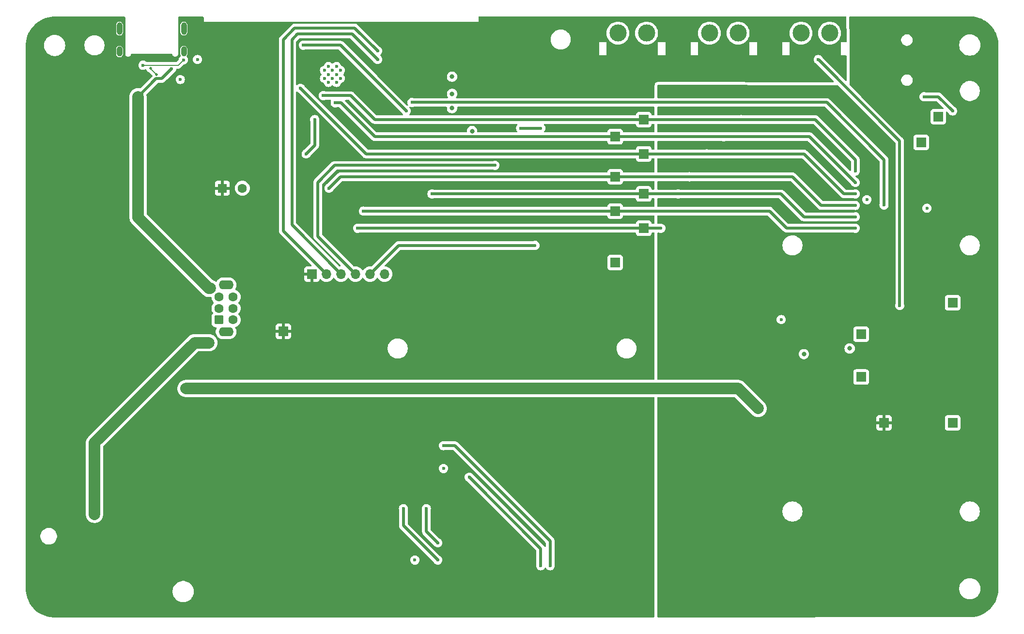
<source format=gbr>
%TF.GenerationSoftware,KiCad,Pcbnew,8.0.6*%
%TF.CreationDate,2024-11-25T17:46:05-05:00*%
%TF.ProjectId,live-caption-badge,6c697665-2d63-4617-9074-696f6e2d6261,2*%
%TF.SameCoordinates,Original*%
%TF.FileFunction,Copper,L4,Bot*%
%TF.FilePolarity,Positive*%
%FSLAX46Y46*%
G04 Gerber Fmt 4.6, Leading zero omitted, Abs format (unit mm)*
G04 Created by KiCad (PCBNEW 8.0.6) date 2024-11-25 17:46:05*
%MOMM*%
%LPD*%
G01*
G04 APERTURE LIST*
G04 Aperture macros list*
%AMRoundRect*
0 Rectangle with rounded corners*
0 $1 Rounding radius*
0 $2 $3 $4 $5 $6 $7 $8 $9 X,Y pos of 4 corners*
0 Add a 4 corners polygon primitive as box body*
4,1,4,$2,$3,$4,$5,$6,$7,$8,$9,$2,$3,0*
0 Add four circle primitives for the rounded corners*
1,1,$1+$1,$2,$3*
1,1,$1+$1,$4,$5*
1,1,$1+$1,$6,$7*
1,1,$1+$1,$8,$9*
0 Add four rect primitives between the rounded corners*
20,1,$1+$1,$2,$3,$4,$5,0*
20,1,$1+$1,$4,$5,$6,$7,0*
20,1,$1+$1,$6,$7,$8,$9,0*
20,1,$1+$1,$8,$9,$2,$3,0*%
G04 Aperture macros list end*
%TA.AperFunction,ComponentPad*%
%ADD10R,1.700000X1.700000*%
%TD*%
%TA.AperFunction,ComponentPad*%
%ADD11O,1.700000X1.700000*%
%TD*%
%TA.AperFunction,ComponentPad*%
%ADD12C,3.000000*%
%TD*%
%TA.AperFunction,HeatsinkPad*%
%ADD13C,0.600000*%
%TD*%
%TA.AperFunction,ComponentPad*%
%ADD14R,1.600000X1.600000*%
%TD*%
%TA.AperFunction,ComponentPad*%
%ADD15C,1.600000*%
%TD*%
%TA.AperFunction,ComponentPad*%
%ADD16O,1.000000X1.800000*%
%TD*%
%TA.AperFunction,ComponentPad*%
%ADD17O,1.000000X2.200000*%
%TD*%
%TA.AperFunction,WasherPad*%
%ADD18O,2.600000X1.600000*%
%TD*%
%TA.AperFunction,ComponentPad*%
%ADD19RoundRect,0.285714X0.514286X-0.514286X0.514286X0.514286X-0.514286X0.514286X-0.514286X-0.514286X0*%
%TD*%
%TA.AperFunction,ViaPad*%
%ADD20C,0.800000*%
%TD*%
%TA.AperFunction,ViaPad*%
%ADD21C,0.600000*%
%TD*%
%TA.AperFunction,ViaPad*%
%ADD22C,1.000000*%
%TD*%
%TA.AperFunction,ViaPad*%
%ADD23C,0.500000*%
%TD*%
%TA.AperFunction,ViaPad*%
%ADD24C,2.000000*%
%TD*%
%TA.AperFunction,Conductor*%
%ADD25C,0.200000*%
%TD*%
%TA.AperFunction,Conductor*%
%ADD26C,2.000000*%
%TD*%
%TA.AperFunction,Conductor*%
%ADD27C,0.500000*%
%TD*%
G04 APERTURE END LIST*
D10*
%TO.P,J2,1,Pin_1*%
%TO.N,+3V3*%
X80000000Y-75000000D03*
D11*
%TO.P,J2,2,Pin_2*%
%TO.N,/UART_TX*%
X82540000Y-75000000D03*
%TO.P,J2,3,Pin_3*%
%TO.N,/UART_RX*%
X85080000Y-75000000D03*
%TO.P,J2,4,Pin_4*%
%TO.N,/UART_RTS*%
X87620000Y-75000000D03*
%TO.P,J2,5,Pin_5*%
%TO.N,/UART_DTR*%
X90160000Y-75000000D03*
%TO.P,J2,6,Pin_6*%
%TO.N,GND*%
X92700000Y-75000000D03*
%TD*%
D10*
%TO.P,TP12,1,1*%
%TO.N,/Audio/DAC_OUTP*%
X176000000Y-93000000D03*
%TD*%
%TO.P,TP2,1,1*%
%TO.N,+3V3*%
X75000000Y-85000000D03*
%TD*%
%TO.P,TP15,1,1*%
%TO.N,/Audio/MIC_IN*%
X189500000Y-47500000D03*
%TD*%
%TO.P,TP6,1,1*%
%TO.N,/I2S_LRCK*%
X138000000Y-61000000D03*
%TD*%
D12*
%TO.P,SW4,1,1*%
%TO.N,GND*%
X154500000Y-32887500D03*
%TO.P,SW4,2,2*%
%TO.N,/BTN2*%
X149500000Y-32887500D03*
%TD*%
D10*
%TO.P,TP8,1,1*%
%TO.N,/I2S_SDIN*%
X138000000Y-67000000D03*
%TD*%
D12*
%TO.P,SW5,1,1*%
%TO.N,GND*%
X138500000Y-32887500D03*
%TO.P,SW5,2,2*%
%TO.N,/BTN3*%
X133500000Y-32887500D03*
%TD*%
D10*
%TO.P,TP14,1,1*%
%TO.N,/Audio/MIC_BIAS*%
X186500000Y-52000000D03*
%TD*%
%TO.P,TP9,1,1*%
%TO.N,/I2C_SDA*%
X138000000Y-48000000D03*
%TD*%
%TO.P,TP17,1,1*%
%TO.N,GND*%
X133000000Y-73000000D03*
%TD*%
%TO.P,TP4,1,1*%
%TO.N,/I2S_MCLK*%
X138000000Y-54000000D03*
%TD*%
%TO.P,TP5,1,1*%
%TO.N,/I2S_SCLK*%
X133000000Y-58000000D03*
%TD*%
D13*
%TO.P,U1,41,GND*%
%TO.N,GND*%
X82200000Y-39400000D03*
X82200000Y-40800000D03*
X82900000Y-38700000D03*
X82900000Y-40100000D03*
X82900000Y-41500000D03*
X83600000Y-39400000D03*
X83600000Y-40800000D03*
X84300000Y-38700000D03*
X84300000Y-40100000D03*
X84300000Y-41500000D03*
X85000000Y-39400000D03*
X85000000Y-40800000D03*
%TD*%
D10*
%TO.P,TP10,1,1*%
%TO.N,/I2C_SCL*%
X133000000Y-51000000D03*
%TD*%
%TO.P,TP7,1,1*%
%TO.N,/I2S_SDOUT*%
X133000000Y-64000000D03*
%TD*%
D14*
%TO.P,C1,1*%
%TO.N,+3V3*%
X64347349Y-60000000D03*
D15*
%TO.P,C1,2*%
%TO.N,GND*%
X67847349Y-60000000D03*
%TD*%
D16*
%TO.P,J5,S1,SHIELD*%
%TO.N,GND*%
X57620000Y-36100000D03*
D17*
X57620000Y-32100000D03*
D16*
X46380000Y-36100000D03*
D17*
X46380000Y-32100000D03*
%TD*%
D12*
%TO.P,SW3,1,1*%
%TO.N,GND*%
X170500000Y-32887500D03*
%TO.P,SW3,2,2*%
%TO.N,/BTN1*%
X165500000Y-32887500D03*
%TD*%
D10*
%TO.P,TP1,1,1*%
%TO.N,V_UNREG*%
X75000000Y-95000000D03*
%TD*%
D18*
%TO.P,SW1,*%
%TO.N,*%
X65000000Y-85100000D03*
X65000000Y-76900000D03*
D19*
%TO.P,SW1,1,A*%
%TO.N,+BATT*%
X63750000Y-83000000D03*
D15*
%TO.P,SW1,2,B*%
%TO.N,V_UNREG*%
X63750000Y-81000000D03*
%TO.P,SW1,3,C*%
%TO.N,VBUS*%
X63750000Y-79000000D03*
%TO.P,SW1,4,A*%
%TO.N,unconnected-(SW1B-A-Pad4)*%
X66250000Y-79000000D03*
%TO.P,SW1,5,B*%
%TO.N,unconnected-(SW1B-B-Pad5)*%
X66250000Y-81000000D03*
%TO.P,SW1,6,C*%
%TO.N,unconnected-(SW1B-C-Pad6)*%
X66250000Y-83000000D03*
%TD*%
D10*
%TO.P,TP13,1,1*%
%TO.N,/Audio/DAC_OUTN*%
X176000000Y-85500000D03*
%TD*%
%TO.P,TP3,1,1*%
%TO.N,+3.3VA*%
X180000000Y-101000000D03*
%TD*%
%TO.P,TP16,1,1*%
%TO.N,/Audio/AUDIO_OUT*%
X192000000Y-80000000D03*
%TD*%
%TO.P,TP11,1,1*%
%TO.N,GNDA*%
X192000000Y-101000000D03*
%TD*%
D20*
%TO.N,GND*%
X108000000Y-50000000D03*
D21*
X98000000Y-125000000D03*
X57000000Y-41000000D03*
X60000000Y-37500000D03*
D20*
X104500000Y-40500000D03*
X104500000Y-43500000D03*
X104500000Y-46000000D03*
D21*
X103000000Y-109000000D03*
D20*
%TO.N,+3V3*%
X73000000Y-33650000D03*
X113500000Y-130500000D03*
X124225000Y-115500000D03*
X91000000Y-105000000D03*
X66500000Y-42075000D03*
X62000000Y-91000000D03*
D22*
X75000000Y-100000000D03*
D20*
X68175000Y-38825000D03*
D23*
%TO.N,/USB_D-*%
X52866796Y-40150000D03*
X51800000Y-39050000D03*
D24*
%TO.N,+BATT*%
X62000000Y-87000000D03*
X42000000Y-117000000D03*
D20*
%TO.N,+3.3VA*%
X161000000Y-85500000D03*
X169000000Y-101050000D03*
D21*
X176500000Y-61000000D03*
D20*
X167000000Y-87500000D03*
D21*
X184000000Y-60000000D03*
D22*
X158500000Y-91500000D03*
X179500000Y-78000000D03*
D21*
%TO.N,GNDA*%
X177000000Y-62000000D03*
D20*
X174000000Y-88000000D03*
D21*
X162030331Y-82969669D03*
D20*
X166000000Y-89000000D03*
D21*
X187500000Y-63500000D03*
%TO.N,/UART_RX*%
X91500000Y-37500000D03*
%TO.N,/UART_TX*%
X91500000Y-36000000D03*
%TO.N,/I2C_SDA*%
X82000000Y-43810000D03*
X155000000Y-48000000D03*
X175000000Y-57000000D03*
%TO.N,/I2C_SCL*%
X84080000Y-45080000D03*
X152000000Y-51000000D03*
X175000000Y-59000000D03*
%TO.N,Net-(J5-CC2)*%
X50500000Y-38500000D03*
X57554975Y-37554975D03*
%TO.N,/I2S_SDOUT*%
X175000000Y-67000000D03*
X89000000Y-64000000D03*
%TO.N,/I2S_SDIN*%
X88000000Y-67000000D03*
X141000000Y-67000000D03*
X80500000Y-48000000D03*
X79000000Y-54000000D03*
%TO.N,/I2S_MCLK*%
X149000000Y-54000000D03*
X78000000Y-42540000D03*
X175000000Y-61000000D03*
%TO.N,/I2S_LRCK*%
X101000000Y-61000000D03*
X144000000Y-61000000D03*
X175000000Y-65000000D03*
%TO.N,/I2S_SCLK*%
X146000000Y-58000000D03*
X175000000Y-63000000D03*
X83000000Y-60000000D03*
%TO.N,/AMP_CTRL*%
X168500000Y-37500000D03*
X182750000Y-80500000D03*
%TO.N,/ADC_INT*%
X180000000Y-62940984D03*
X97500000Y-45000000D03*
%TO.N,/Audio/AUDIO_OUT*%
X192000000Y-46500000D03*
X187000000Y-44000000D03*
D24*
%TO.N,V_UNREG*%
X58000000Y-95000000D03*
X158000000Y-98500000D03*
%TO.N,VBUS*%
X49600000Y-44000000D03*
D21*
X55500000Y-39100000D03*
D24*
X62250000Y-77500000D03*
D21*
%TO.N,/ESP_~{EN}*%
X96500000Y-46500000D03*
X78500000Y-35000000D03*
%TO.N,/E-Paper/PREVGH*%
X102000000Y-122000000D03*
X100000000Y-116000000D03*
%TO.N,/E-Paper/PREVGL*%
X96000000Y-116000000D03*
X102000000Y-125000000D03*
%TO.N,/E-Paper/GDR*%
X121650000Y-126000000D03*
X103000000Y-105000000D03*
%TO.N,/E-Paper/RESE*%
X120000000Y-126000000D03*
X107500000Y-110500000D03*
%TO.N,/UART_RTS*%
X112000000Y-56000000D03*
%TO.N,/UART_DTR*%
X119000000Y-70000000D03*
X116500000Y-49500000D03*
X120000000Y-49500000D03*
%TD*%
D25*
%TO.N,/USB_D-*%
X51800000Y-39083204D02*
X52866796Y-40150000D01*
X51800000Y-39050000D02*
X51800000Y-39083204D01*
D26*
%TO.N,+BATT*%
X42000000Y-104500000D02*
X42000000Y-117000000D01*
X59500000Y-87000000D02*
X42000000Y-104500000D01*
X62000000Y-87000000D02*
X59500000Y-87000000D01*
D27*
%TO.N,/UART_RX*%
X77500000Y-33000000D02*
X87000000Y-33000000D01*
X76500000Y-34000000D02*
X77500000Y-33000000D01*
X85080000Y-75000000D02*
X76500000Y-66420000D01*
X87000000Y-33000000D02*
X91500000Y-37500000D01*
X76500000Y-66420000D02*
X76500000Y-34000000D01*
%TO.N,/UART_TX*%
X77000000Y-32000000D02*
X87500000Y-32000000D01*
X75000000Y-34000000D02*
X77000000Y-32000000D01*
X75000000Y-67460000D02*
X75000000Y-34000000D01*
X82540000Y-75000000D02*
X75000000Y-67460000D01*
X87500000Y-32000000D02*
X91500000Y-36000000D01*
%TO.N,/I2C_SDA*%
X86810000Y-43810000D02*
X82000000Y-43810000D01*
X168000000Y-48000000D02*
X155000000Y-48000000D01*
X155000000Y-48000000D02*
X91000000Y-48000000D01*
X175000000Y-55000000D02*
X168000000Y-48000000D01*
X91000000Y-48000000D02*
X86810000Y-43810000D01*
X175000000Y-57000000D02*
X175000000Y-55000000D01*
%TO.N,/I2C_SCL*%
X152000000Y-51000000D02*
X167000000Y-51000000D01*
X85080000Y-45080000D02*
X84080000Y-45080000D01*
X152000000Y-51000000D02*
X91000000Y-51000000D01*
X91000000Y-51000000D02*
X85080000Y-45080000D01*
X167000000Y-51000000D02*
X175000000Y-59000000D01*
D25*
%TO.N,Net-(J5-CC2)*%
X57554975Y-37554975D02*
X56609950Y-38500000D01*
X56609950Y-38500000D02*
X50500000Y-38500000D01*
D27*
%TO.N,/I2S_SDOUT*%
X89000000Y-64000000D02*
X160000000Y-64000000D01*
X163000000Y-67000000D02*
X175000000Y-67000000D01*
X160000000Y-64000000D02*
X163000000Y-67000000D01*
%TO.N,/I2S_SDIN*%
X80500000Y-52500000D02*
X79000000Y-54000000D01*
X80500000Y-48000000D02*
X80500000Y-52500000D01*
X141000000Y-67000000D02*
X88000000Y-67000000D01*
%TO.N,/I2S_MCLK*%
X89460000Y-54000000D02*
X78000000Y-42540000D01*
X149000000Y-54000000D02*
X89460000Y-54000000D01*
X166000000Y-54000000D02*
X173000000Y-61000000D01*
X173000000Y-61000000D02*
X175000000Y-61000000D01*
X149000000Y-54000000D02*
X166000000Y-54000000D01*
%TO.N,/I2S_LRCK*%
X144000000Y-61000000D02*
X162000000Y-61000000D01*
X166000000Y-65000000D02*
X175000000Y-65000000D01*
X162000000Y-61000000D02*
X166000000Y-65000000D01*
X144000000Y-61000000D02*
X101000000Y-61000000D01*
%TO.N,/I2S_SCLK*%
X146000000Y-58000000D02*
X85000000Y-58000000D01*
X164000000Y-58000000D02*
X169000000Y-63000000D01*
X85000000Y-58000000D02*
X83000000Y-60000000D01*
X169000000Y-63000000D02*
X175000000Y-63000000D01*
X146000000Y-58000000D02*
X164000000Y-58000000D01*
%TO.N,/AMP_CTRL*%
X182750000Y-51750000D02*
X168537500Y-37537500D01*
X182750000Y-80500000D02*
X182750000Y-51750000D01*
%TO.N,/ADC_INT*%
X180000000Y-55000000D02*
X180000000Y-62940984D01*
X170000000Y-45000000D02*
X180000000Y-55000000D01*
X97500000Y-45000000D02*
X170000000Y-45000000D01*
%TO.N,/Audio/AUDIO_OUT*%
X192000000Y-46500000D02*
X189500000Y-44000000D01*
X189500000Y-44000000D02*
X187000000Y-44000000D01*
D26*
%TO.N,V_UNREG*%
X154500000Y-95000000D02*
X158000000Y-98500000D01*
X58000000Y-95000000D02*
X154500000Y-95000000D01*
%TO.N,VBUS*%
X62000000Y-77500000D02*
X62250000Y-77500000D01*
D27*
X52750000Y-40850000D02*
X49600000Y-44000000D01*
D26*
X49600000Y-44000000D02*
X49600000Y-65100000D01*
D27*
X53750000Y-40850000D02*
X52750000Y-40850000D01*
D26*
X49600000Y-65100000D02*
X62000000Y-77500000D01*
D27*
X55500000Y-39100000D02*
X53750000Y-40850000D01*
%TO.N,/ESP_~{EN}*%
X85000000Y-35000000D02*
X78500000Y-35000000D01*
X96500000Y-46500000D02*
X85000000Y-35000000D01*
%TO.N,/E-Paper/PREVGH*%
X100000000Y-120000000D02*
X100000000Y-116000000D01*
X102000000Y-122000000D02*
X100000000Y-120000000D01*
%TO.N,/E-Paper/PREVGL*%
X96000000Y-119000000D02*
X96000000Y-116000000D01*
X102000000Y-125000000D02*
X96000000Y-119000000D01*
%TO.N,/E-Paper/GDR*%
X121650000Y-121650000D02*
X121650000Y-126000000D01*
X105000000Y-105000000D02*
X121650000Y-121650000D01*
X103000000Y-105000000D02*
X105000000Y-105000000D01*
%TO.N,/E-Paper/RESE*%
X107500000Y-110500000D02*
X120000000Y-123000000D01*
X120000000Y-123000000D02*
X120000000Y-126000000D01*
%TO.N,/UART_RTS*%
X81000000Y-59000000D02*
X81000000Y-68380000D01*
X84000000Y-56000000D02*
X81000000Y-59000000D01*
X112000000Y-56000000D02*
X84000000Y-56000000D01*
X81000000Y-68380000D02*
X87620000Y-75000000D01*
%TO.N,/UART_DTR*%
X120000000Y-49500000D02*
X116500000Y-49500000D01*
X95160000Y-70000000D02*
X119000000Y-70000000D01*
X90160000Y-75000000D02*
X95160000Y-70000000D01*
%TD*%
%TA.AperFunction,Conductor*%
%TO.N,+3.3VA*%
G36*
X195000708Y-29964473D02*
G01*
X195213486Y-29966827D01*
X195222888Y-29967290D01*
X195647550Y-30004442D01*
X195658267Y-30005853D01*
X196077380Y-30079754D01*
X196087928Y-30082092D01*
X196499029Y-30192246D01*
X196509309Y-30195487D01*
X196909248Y-30341052D01*
X196919212Y-30345179D01*
X197304932Y-30525043D01*
X197314519Y-30530034D01*
X197683085Y-30742825D01*
X197692195Y-30748629D01*
X198040814Y-30992732D01*
X198049377Y-30999301D01*
X198375402Y-31272868D01*
X198383377Y-31280177D01*
X198684305Y-31581104D01*
X198691613Y-31589079D01*
X198965159Y-31915074D01*
X198971745Y-31923656D01*
X199215849Y-32272269D01*
X199221661Y-32281393D01*
X199434450Y-32649951D01*
X199439445Y-32659546D01*
X199619298Y-33045238D01*
X199623438Y-33055232D01*
X199768996Y-33455141D01*
X199772249Y-33465458D01*
X199882398Y-33876532D01*
X199884739Y-33887093D01*
X199958640Y-34306195D01*
X199960052Y-34316920D01*
X199997205Y-34741541D01*
X199997670Y-34750996D01*
X199999993Y-34963824D01*
X200000000Y-34965177D01*
X200000000Y-129999349D01*
X199999993Y-130000661D01*
X199997742Y-130213453D01*
X199997277Y-130222946D01*
X199960136Y-130647562D01*
X199958724Y-130658288D01*
X199884829Y-131077402D01*
X199882488Y-131087963D01*
X199772344Y-131499049D01*
X199769091Y-131509366D01*
X199623542Y-131909272D01*
X199619403Y-131919267D01*
X199439542Y-132304988D01*
X199434547Y-132314583D01*
X199221758Y-132683151D01*
X199215945Y-132692275D01*
X198971847Y-133040888D01*
X198965269Y-133049460D01*
X198709473Y-133354307D01*
X198691701Y-133375489D01*
X198684392Y-133383464D01*
X198383464Y-133684392D01*
X198375488Y-133691701D01*
X198049460Y-133965269D01*
X198040888Y-133971847D01*
X197692275Y-134215945D01*
X197683151Y-134221758D01*
X197314583Y-134434547D01*
X197304988Y-134439542D01*
X196919267Y-134619403D01*
X196909272Y-134623542D01*
X196509366Y-134769091D01*
X196499049Y-134772344D01*
X196087963Y-134882488D01*
X196077402Y-134884829D01*
X195658288Y-134958724D01*
X195647562Y-134960136D01*
X195222946Y-134997277D01*
X195213453Y-134997742D01*
X195000648Y-134999993D01*
X194999364Y-135000000D01*
X140524028Y-135012097D01*
X140456984Y-134992427D01*
X140411217Y-134939634D01*
X140400000Y-134888097D01*
X140400000Y-129896511D01*
X193149500Y-129896511D01*
X193149500Y-130139088D01*
X193181161Y-130379585D01*
X193243947Y-130613904D01*
X193257889Y-130647562D01*
X193336776Y-130838012D01*
X193458064Y-131048089D01*
X193458066Y-131048092D01*
X193458067Y-131048093D01*
X193605733Y-131240536D01*
X193605739Y-131240543D01*
X193777256Y-131412060D01*
X193777262Y-131412065D01*
X193969711Y-131559736D01*
X194179788Y-131681024D01*
X194403900Y-131773854D01*
X194638211Y-131836638D01*
X194818586Y-131860384D01*
X194878711Y-131868300D01*
X194878712Y-131868300D01*
X195121289Y-131868300D01*
X195169388Y-131861967D01*
X195361789Y-131836638D01*
X195596100Y-131773854D01*
X195820212Y-131681024D01*
X196030289Y-131559736D01*
X196222738Y-131412065D01*
X196394265Y-131240538D01*
X196541936Y-131048089D01*
X196663224Y-130838012D01*
X196756054Y-130613900D01*
X196818838Y-130379589D01*
X196850500Y-130139088D01*
X196850500Y-129896512D01*
X196818838Y-129656011D01*
X196756054Y-129421700D01*
X196663224Y-129197588D01*
X196541936Y-128987511D01*
X196394265Y-128795062D01*
X196394260Y-128795056D01*
X196222743Y-128623539D01*
X196222736Y-128623533D01*
X196030293Y-128475867D01*
X196030292Y-128475866D01*
X196030289Y-128475864D01*
X195820212Y-128354576D01*
X195820205Y-128354573D01*
X195596104Y-128261747D01*
X195361785Y-128198961D01*
X195121289Y-128167300D01*
X195121288Y-128167300D01*
X194878712Y-128167300D01*
X194878711Y-128167300D01*
X194638214Y-128198961D01*
X194403895Y-128261747D01*
X194179794Y-128354573D01*
X194179785Y-128354577D01*
X193969706Y-128475867D01*
X193777263Y-128623533D01*
X193777256Y-128623539D01*
X193605739Y-128795056D01*
X193605733Y-128795063D01*
X193458067Y-128987506D01*
X193336777Y-129197585D01*
X193336773Y-129197594D01*
X193243947Y-129421695D01*
X193181161Y-129656014D01*
X193149500Y-129896511D01*
X140400000Y-129896511D01*
X140400000Y-116385258D01*
X162249500Y-116385258D01*
X162249500Y-116614741D01*
X162274446Y-116804215D01*
X162279452Y-116842238D01*
X162279453Y-116842240D01*
X162338842Y-117063887D01*
X162426650Y-117275876D01*
X162426657Y-117275890D01*
X162541392Y-117474617D01*
X162681081Y-117656661D01*
X162681089Y-117656670D01*
X162843330Y-117818911D01*
X162843338Y-117818918D01*
X163025382Y-117958607D01*
X163025385Y-117958608D01*
X163025388Y-117958611D01*
X163224112Y-118073344D01*
X163224117Y-118073346D01*
X163224123Y-118073349D01*
X163315480Y-118111190D01*
X163436113Y-118161158D01*
X163657762Y-118220548D01*
X163885266Y-118250500D01*
X163885273Y-118250500D01*
X164114727Y-118250500D01*
X164114734Y-118250500D01*
X164342238Y-118220548D01*
X164563887Y-118161158D01*
X164775888Y-118073344D01*
X164974612Y-117958611D01*
X165156661Y-117818919D01*
X165156665Y-117818914D01*
X165156670Y-117818911D01*
X165318911Y-117656670D01*
X165318914Y-117656665D01*
X165318919Y-117656661D01*
X165458611Y-117474612D01*
X165573344Y-117275888D01*
X165661158Y-117063887D01*
X165720548Y-116842238D01*
X165750500Y-116614734D01*
X165750500Y-116385266D01*
X165750499Y-116385258D01*
X193249500Y-116385258D01*
X193249500Y-116614741D01*
X193274446Y-116804215D01*
X193279452Y-116842238D01*
X193279453Y-116842240D01*
X193338842Y-117063887D01*
X193426650Y-117275876D01*
X193426657Y-117275890D01*
X193541392Y-117474617D01*
X193681081Y-117656661D01*
X193681089Y-117656670D01*
X193843330Y-117818911D01*
X193843338Y-117818918D01*
X194025382Y-117958607D01*
X194025385Y-117958608D01*
X194025388Y-117958611D01*
X194224112Y-118073344D01*
X194224117Y-118073346D01*
X194224123Y-118073349D01*
X194315480Y-118111190D01*
X194436113Y-118161158D01*
X194657762Y-118220548D01*
X194885266Y-118250500D01*
X194885273Y-118250500D01*
X195114727Y-118250500D01*
X195114734Y-118250500D01*
X195342238Y-118220548D01*
X195563887Y-118161158D01*
X195775888Y-118073344D01*
X195974612Y-117958611D01*
X196156661Y-117818919D01*
X196156665Y-117818914D01*
X196156670Y-117818911D01*
X196318911Y-117656670D01*
X196318914Y-117656665D01*
X196318919Y-117656661D01*
X196458611Y-117474612D01*
X196573344Y-117275888D01*
X196661158Y-117063887D01*
X196720548Y-116842238D01*
X196750500Y-116614734D01*
X196750500Y-116385266D01*
X196720548Y-116157762D01*
X196661158Y-115936113D01*
X196573344Y-115724112D01*
X196458611Y-115525388D01*
X196458608Y-115525385D01*
X196458607Y-115525382D01*
X196318918Y-115343338D01*
X196318911Y-115343330D01*
X196156670Y-115181089D01*
X196156661Y-115181081D01*
X195974617Y-115041392D01*
X195775890Y-114926657D01*
X195775876Y-114926650D01*
X195563887Y-114838842D01*
X195342238Y-114779452D01*
X195304215Y-114774446D01*
X195114741Y-114749500D01*
X195114734Y-114749500D01*
X194885266Y-114749500D01*
X194885258Y-114749500D01*
X194668715Y-114778009D01*
X194657762Y-114779452D01*
X194564076Y-114804554D01*
X194436112Y-114838842D01*
X194224123Y-114926650D01*
X194224109Y-114926657D01*
X194025382Y-115041392D01*
X193843338Y-115181081D01*
X193681081Y-115343338D01*
X193541392Y-115525382D01*
X193426657Y-115724109D01*
X193426650Y-115724123D01*
X193338842Y-115936112D01*
X193279453Y-116157759D01*
X193279451Y-116157770D01*
X193249500Y-116385258D01*
X165750499Y-116385258D01*
X165720548Y-116157762D01*
X165661158Y-115936113D01*
X165573344Y-115724112D01*
X165458611Y-115525388D01*
X165458608Y-115525385D01*
X165458607Y-115525382D01*
X165318918Y-115343338D01*
X165318911Y-115343330D01*
X165156670Y-115181089D01*
X165156661Y-115181081D01*
X164974617Y-115041392D01*
X164775890Y-114926657D01*
X164775876Y-114926650D01*
X164563887Y-114838842D01*
X164342238Y-114779452D01*
X164304215Y-114774446D01*
X164114741Y-114749500D01*
X164114734Y-114749500D01*
X163885266Y-114749500D01*
X163885258Y-114749500D01*
X163668715Y-114778009D01*
X163657762Y-114779452D01*
X163564076Y-114804554D01*
X163436112Y-114838842D01*
X163224123Y-114926650D01*
X163224109Y-114926657D01*
X163025382Y-115041392D01*
X162843338Y-115181081D01*
X162681081Y-115343338D01*
X162541392Y-115525382D01*
X162426657Y-115724109D01*
X162426650Y-115724123D01*
X162338842Y-115936112D01*
X162279453Y-116157759D01*
X162279451Y-116157770D01*
X162249500Y-116385258D01*
X140400000Y-116385258D01*
X140400000Y-100102155D01*
X178650000Y-100102155D01*
X178650000Y-100750000D01*
X179566988Y-100750000D01*
X179534075Y-100807007D01*
X179500000Y-100934174D01*
X179500000Y-101065826D01*
X179534075Y-101192993D01*
X179566988Y-101250000D01*
X178650000Y-101250000D01*
X178650000Y-101897844D01*
X178656401Y-101957372D01*
X178656403Y-101957379D01*
X178706645Y-102092086D01*
X178706649Y-102092093D01*
X178792809Y-102207187D01*
X178792812Y-102207190D01*
X178907906Y-102293350D01*
X178907913Y-102293354D01*
X179042620Y-102343596D01*
X179042627Y-102343598D01*
X179102155Y-102349999D01*
X179102172Y-102350000D01*
X179750000Y-102350000D01*
X179750000Y-101433012D01*
X179807007Y-101465925D01*
X179934174Y-101500000D01*
X180065826Y-101500000D01*
X180192993Y-101465925D01*
X180250000Y-101433012D01*
X180250000Y-102350000D01*
X180897828Y-102350000D01*
X180897844Y-102349999D01*
X180957372Y-102343598D01*
X180957379Y-102343596D01*
X181092086Y-102293354D01*
X181092093Y-102293350D01*
X181207187Y-102207190D01*
X181207190Y-102207187D01*
X181293350Y-102092093D01*
X181293354Y-102092086D01*
X181343596Y-101957379D01*
X181343598Y-101957372D01*
X181349999Y-101897844D01*
X181350000Y-101897827D01*
X181350000Y-101250000D01*
X180433012Y-101250000D01*
X180465925Y-101192993D01*
X180500000Y-101065826D01*
X180500000Y-100934174D01*
X180465925Y-100807007D01*
X180433012Y-100750000D01*
X181350000Y-100750000D01*
X181350000Y-100102172D01*
X181349999Y-100102155D01*
X181349997Y-100102135D01*
X190649500Y-100102135D01*
X190649500Y-101897870D01*
X190649501Y-101897876D01*
X190655908Y-101957483D01*
X190706202Y-102092328D01*
X190706206Y-102092335D01*
X190792452Y-102207544D01*
X190792455Y-102207547D01*
X190907664Y-102293793D01*
X190907671Y-102293797D01*
X191042517Y-102344091D01*
X191042516Y-102344091D01*
X191049444Y-102344835D01*
X191102127Y-102350500D01*
X192897872Y-102350499D01*
X192957483Y-102344091D01*
X193092331Y-102293796D01*
X193207546Y-102207546D01*
X193293796Y-102092331D01*
X193344091Y-101957483D01*
X193350500Y-101897873D01*
X193350499Y-100102128D01*
X193344091Y-100042517D01*
X193314638Y-99963550D01*
X193293797Y-99907671D01*
X193293793Y-99907664D01*
X193207547Y-99792455D01*
X193207544Y-99792452D01*
X193092335Y-99706206D01*
X193092328Y-99706202D01*
X192957482Y-99655908D01*
X192957483Y-99655908D01*
X192897883Y-99649501D01*
X192897881Y-99649500D01*
X192897873Y-99649500D01*
X192897864Y-99649500D01*
X191102129Y-99649500D01*
X191102123Y-99649501D01*
X191042516Y-99655908D01*
X190907671Y-99706202D01*
X190907664Y-99706206D01*
X190792455Y-99792452D01*
X190792452Y-99792455D01*
X190706206Y-99907664D01*
X190706202Y-99907671D01*
X190655908Y-100042517D01*
X190649501Y-100102116D01*
X190649501Y-100102123D01*
X190649500Y-100102135D01*
X181349997Y-100102135D01*
X181343598Y-100042627D01*
X181343596Y-100042620D01*
X181293354Y-99907913D01*
X181293350Y-99907906D01*
X181207190Y-99792812D01*
X181207187Y-99792809D01*
X181092093Y-99706649D01*
X181092086Y-99706645D01*
X180957379Y-99656403D01*
X180957372Y-99656401D01*
X180897844Y-99650000D01*
X180250000Y-99650000D01*
X180250000Y-100566988D01*
X180192993Y-100534075D01*
X180065826Y-100500000D01*
X179934174Y-100500000D01*
X179807007Y-100534075D01*
X179750000Y-100566988D01*
X179750000Y-99650000D01*
X179102155Y-99650000D01*
X179042627Y-99656401D01*
X179042620Y-99656403D01*
X178907913Y-99706645D01*
X178907906Y-99706649D01*
X178792812Y-99792809D01*
X178792809Y-99792812D01*
X178706649Y-99907906D01*
X178706645Y-99907913D01*
X178656403Y-100042620D01*
X178656401Y-100042627D01*
X178650000Y-100102155D01*
X140400000Y-100102155D01*
X140400000Y-96624500D01*
X140419685Y-96557461D01*
X140472489Y-96511706D01*
X140524000Y-96500500D01*
X153827111Y-96500500D01*
X153894150Y-96520185D01*
X153914792Y-96536819D01*
X156915216Y-99537243D01*
X156918764Y-99540941D01*
X156980252Y-99607734D01*
X156980256Y-99607738D01*
X156998791Y-99622164D01*
X157010310Y-99632337D01*
X157022490Y-99644517D01*
X157029350Y-99649501D01*
X157096298Y-99698143D01*
X157099540Y-99700581D01*
X157176491Y-99760474D01*
X157191219Y-99768444D01*
X157205080Y-99777177D01*
X157213566Y-99783343D01*
X157283435Y-99818943D01*
X157300820Y-99827801D01*
X157303542Y-99829231D01*
X157350670Y-99854734D01*
X157395190Y-99878828D01*
X157404640Y-99882072D01*
X157420670Y-99888868D01*
X157424007Y-99890568D01*
X157523662Y-99922947D01*
X157525368Y-99923518D01*
X157630386Y-99959571D01*
X157630389Y-99959571D01*
X157630391Y-99959572D01*
X157633569Y-99960102D01*
X157643838Y-99962613D01*
X157643887Y-99962413D01*
X157648621Y-99963548D01*
X157648631Y-99963552D01*
X157758673Y-99980979D01*
X157759358Y-99981091D01*
X157875665Y-100000500D01*
X157875667Y-100000500D01*
X158124333Y-100000500D01*
X158124335Y-100000500D01*
X158240659Y-99981088D01*
X158241344Y-99980976D01*
X158351368Y-99963552D01*
X158351379Y-99963548D01*
X158356110Y-99962413D01*
X158356158Y-99962613D01*
X158366414Y-99960104D01*
X158369614Y-99959571D01*
X158474749Y-99923477D01*
X158476345Y-99922944D01*
X158575992Y-99890568D01*
X158579321Y-99888871D01*
X158595355Y-99882074D01*
X158597269Y-99881416D01*
X158604810Y-99878828D01*
X158696524Y-99829194D01*
X158699117Y-99827831D01*
X158786433Y-99783343D01*
X158794916Y-99777178D01*
X158808780Y-99768444D01*
X158823509Y-99760474D01*
X158900465Y-99700575D01*
X158903680Y-99698156D01*
X158977510Y-99644517D01*
X158989699Y-99632327D01*
X159001210Y-99622162D01*
X159019744Y-99607738D01*
X159081234Y-99540940D01*
X159084734Y-99537291D01*
X159144517Y-99477510D01*
X159158604Y-99458119D01*
X159167695Y-99447019D01*
X159188164Y-99424785D01*
X159234139Y-99354412D01*
X159237611Y-99349374D01*
X159283343Y-99286433D01*
X159297285Y-99259066D01*
X159303962Y-99247541D01*
X159324171Y-99216610D01*
X159324174Y-99216605D01*
X159327483Y-99209059D01*
X159355240Y-99145777D01*
X159358280Y-99139358D01*
X159390568Y-99075992D01*
X159402142Y-99040367D01*
X159406511Y-99028894D01*
X159424063Y-98988881D01*
X159441395Y-98920434D01*
X159443669Y-98912560D01*
X159446212Y-98904730D01*
X159463552Y-98851368D01*
X159470460Y-98807745D01*
X159472729Y-98796700D01*
X159485108Y-98747821D01*
X159490386Y-98684119D01*
X159491485Y-98674999D01*
X159500499Y-98618091D01*
X159500499Y-98567201D01*
X159500923Y-98556960D01*
X159505643Y-98500004D01*
X159505643Y-98499995D01*
X159500923Y-98443038D01*
X159500499Y-98432797D01*
X159500499Y-98381905D01*
X159497396Y-98362319D01*
X159491483Y-98324983D01*
X159490386Y-98315884D01*
X159485108Y-98252179D01*
X159485105Y-98252167D01*
X159472726Y-98203282D01*
X159470462Y-98192264D01*
X159463552Y-98148631D01*
X159443666Y-98087429D01*
X159441395Y-98079562D01*
X159424064Y-98011122D01*
X159406511Y-97971106D01*
X159402135Y-97959609D01*
X159390569Y-97924011D01*
X159390568Y-97924006D01*
X159358296Y-97860670D01*
X159355225Y-97854185D01*
X159324173Y-97783393D01*
X159303961Y-97752457D01*
X159297289Y-97740935D01*
X159283349Y-97713578D01*
X159283343Y-97713566D01*
X159277976Y-97706180D01*
X159237614Y-97650625D01*
X159234124Y-97645562D01*
X159188165Y-97575217D01*
X159188164Y-97575215D01*
X159167687Y-97552971D01*
X159158614Y-97541892D01*
X159144517Y-97522490D01*
X159084757Y-97462730D01*
X159081233Y-97459056D01*
X159019747Y-97392265D01*
X159019739Y-97392258D01*
X159001212Y-97377838D01*
X158989692Y-97367665D01*
X155477511Y-93855484D01*
X155286434Y-93716657D01*
X155075996Y-93609433D01*
X154851368Y-93536446D01*
X154618097Y-93499500D01*
X154618092Y-93499500D01*
X140524000Y-93499500D01*
X140456961Y-93479815D01*
X140411206Y-93427011D01*
X140400000Y-93375500D01*
X140400000Y-92102135D01*
X174649500Y-92102135D01*
X174649500Y-93897870D01*
X174649501Y-93897876D01*
X174655908Y-93957483D01*
X174706202Y-94092328D01*
X174706206Y-94092335D01*
X174792452Y-94207544D01*
X174792455Y-94207547D01*
X174907664Y-94293793D01*
X174907671Y-94293797D01*
X175042517Y-94344091D01*
X175042516Y-94344091D01*
X175049444Y-94344835D01*
X175102127Y-94350500D01*
X176897872Y-94350499D01*
X176957483Y-94344091D01*
X177092331Y-94293796D01*
X177207546Y-94207546D01*
X177293796Y-94092331D01*
X177344091Y-93957483D01*
X177350500Y-93897873D01*
X177350499Y-92102128D01*
X177344091Y-92042517D01*
X177293796Y-91907669D01*
X177293795Y-91907668D01*
X177293793Y-91907664D01*
X177207547Y-91792455D01*
X177207544Y-91792452D01*
X177092335Y-91706206D01*
X177092328Y-91706202D01*
X176957482Y-91655908D01*
X176957483Y-91655908D01*
X176897883Y-91649501D01*
X176897881Y-91649500D01*
X176897873Y-91649500D01*
X176897864Y-91649500D01*
X175102129Y-91649500D01*
X175102123Y-91649501D01*
X175042516Y-91655908D01*
X174907671Y-91706202D01*
X174907664Y-91706206D01*
X174792455Y-91792452D01*
X174792452Y-91792455D01*
X174706206Y-91907664D01*
X174706202Y-91907671D01*
X174655908Y-92042517D01*
X174649501Y-92102116D01*
X174649501Y-92102123D01*
X174649500Y-92102135D01*
X140400000Y-92102135D01*
X140400000Y-89000000D01*
X165094540Y-89000000D01*
X165114326Y-89188256D01*
X165114327Y-89188259D01*
X165172818Y-89368277D01*
X165172821Y-89368284D01*
X165267467Y-89532216D01*
X165394129Y-89672888D01*
X165547265Y-89784148D01*
X165547270Y-89784151D01*
X165720192Y-89861142D01*
X165720197Y-89861144D01*
X165905354Y-89900500D01*
X165905355Y-89900500D01*
X166094644Y-89900500D01*
X166094646Y-89900500D01*
X166279803Y-89861144D01*
X166452730Y-89784151D01*
X166605871Y-89672888D01*
X166732533Y-89532216D01*
X166827179Y-89368284D01*
X166885674Y-89188256D01*
X166905460Y-89000000D01*
X166885674Y-88811744D01*
X166827179Y-88631716D01*
X166732533Y-88467784D01*
X166605871Y-88327112D01*
X166605870Y-88327111D01*
X166452734Y-88215851D01*
X166452729Y-88215848D01*
X166279807Y-88138857D01*
X166279802Y-88138855D01*
X166134001Y-88107865D01*
X166094646Y-88099500D01*
X165905354Y-88099500D01*
X165872897Y-88106398D01*
X165720197Y-88138855D01*
X165720192Y-88138857D01*
X165547270Y-88215848D01*
X165547265Y-88215851D01*
X165394129Y-88327111D01*
X165267466Y-88467785D01*
X165172821Y-88631715D01*
X165172818Y-88631722D01*
X165114327Y-88811740D01*
X165114326Y-88811744D01*
X165094540Y-89000000D01*
X140400000Y-89000000D01*
X140400000Y-88000000D01*
X173094540Y-88000000D01*
X173114326Y-88188256D01*
X173114327Y-88188259D01*
X173172818Y-88368277D01*
X173172821Y-88368284D01*
X173267467Y-88532216D01*
X173357063Y-88631722D01*
X173394129Y-88672888D01*
X173547265Y-88784148D01*
X173547270Y-88784151D01*
X173720192Y-88861142D01*
X173720197Y-88861144D01*
X173905354Y-88900500D01*
X173905355Y-88900500D01*
X174094644Y-88900500D01*
X174094646Y-88900500D01*
X174279803Y-88861144D01*
X174452730Y-88784151D01*
X174605871Y-88672888D01*
X174732533Y-88532216D01*
X174827179Y-88368284D01*
X174885674Y-88188256D01*
X174905460Y-88000000D01*
X174885674Y-87811744D01*
X174827179Y-87631716D01*
X174732533Y-87467784D01*
X174605871Y-87327112D01*
X174605870Y-87327111D01*
X174452734Y-87215851D01*
X174452729Y-87215848D01*
X174279807Y-87138857D01*
X174279802Y-87138855D01*
X174134001Y-87107865D01*
X174094646Y-87099500D01*
X173905354Y-87099500D01*
X173872897Y-87106398D01*
X173720197Y-87138855D01*
X173720192Y-87138857D01*
X173547270Y-87215848D01*
X173547265Y-87215851D01*
X173394129Y-87327111D01*
X173267466Y-87467785D01*
X173172821Y-87631715D01*
X173172818Y-87631722D01*
X173114327Y-87811740D01*
X173114326Y-87811744D01*
X173094540Y-88000000D01*
X140400000Y-88000000D01*
X140400000Y-84602135D01*
X174649500Y-84602135D01*
X174649500Y-86397870D01*
X174649501Y-86397876D01*
X174655908Y-86457483D01*
X174706202Y-86592328D01*
X174706206Y-86592335D01*
X174792452Y-86707544D01*
X174792455Y-86707547D01*
X174907664Y-86793793D01*
X174907671Y-86793797D01*
X175042517Y-86844091D01*
X175042516Y-86844091D01*
X175049444Y-86844835D01*
X175102127Y-86850500D01*
X176897872Y-86850499D01*
X176957483Y-86844091D01*
X177092331Y-86793796D01*
X177207546Y-86707546D01*
X177293796Y-86592331D01*
X177344091Y-86457483D01*
X177350500Y-86397873D01*
X177350499Y-84602128D01*
X177344091Y-84542517D01*
X177293796Y-84407669D01*
X177293795Y-84407668D01*
X177293793Y-84407664D01*
X177207547Y-84292455D01*
X177207544Y-84292452D01*
X177092335Y-84206206D01*
X177092328Y-84206202D01*
X176957482Y-84155908D01*
X176957483Y-84155908D01*
X176897883Y-84149501D01*
X176897881Y-84149500D01*
X176897873Y-84149500D01*
X176897864Y-84149500D01*
X175102129Y-84149500D01*
X175102123Y-84149501D01*
X175042516Y-84155908D01*
X174907671Y-84206202D01*
X174907664Y-84206206D01*
X174792455Y-84292452D01*
X174792452Y-84292455D01*
X174706206Y-84407664D01*
X174706202Y-84407671D01*
X174655908Y-84542517D01*
X174649501Y-84602116D01*
X174649501Y-84602123D01*
X174649500Y-84602135D01*
X140400000Y-84602135D01*
X140400000Y-82969665D01*
X161224766Y-82969665D01*
X161224766Y-82969672D01*
X161244961Y-83148918D01*
X161244962Y-83148923D01*
X161304542Y-83319192D01*
X161400515Y-83471931D01*
X161528069Y-83599485D01*
X161680809Y-83695458D01*
X161851076Y-83755037D01*
X161851081Y-83755038D01*
X162030327Y-83775234D01*
X162030331Y-83775234D01*
X162030335Y-83775234D01*
X162209580Y-83755038D01*
X162209583Y-83755037D01*
X162209586Y-83755037D01*
X162379853Y-83695458D01*
X162532593Y-83599485D01*
X162660147Y-83471931D01*
X162756120Y-83319191D01*
X162815699Y-83148924D01*
X162835896Y-82969669D01*
X162815699Y-82790414D01*
X162756120Y-82620147D01*
X162660147Y-82467407D01*
X162532593Y-82339853D01*
X162379854Y-82243880D01*
X162209585Y-82184300D01*
X162209580Y-82184299D01*
X162030335Y-82164104D01*
X162030327Y-82164104D01*
X161851081Y-82184299D01*
X161851076Y-82184300D01*
X161680807Y-82243880D01*
X161528068Y-82339853D01*
X161400515Y-82467406D01*
X161304542Y-82620145D01*
X161244962Y-82790414D01*
X161244961Y-82790419D01*
X161224766Y-82969665D01*
X140400000Y-82969665D01*
X140400000Y-69885258D01*
X162249500Y-69885258D01*
X162249500Y-70114741D01*
X162274446Y-70304215D01*
X162279452Y-70342238D01*
X162279453Y-70342240D01*
X162338842Y-70563887D01*
X162426650Y-70775876D01*
X162426657Y-70775890D01*
X162541392Y-70974617D01*
X162681081Y-71156661D01*
X162681089Y-71156670D01*
X162843330Y-71318911D01*
X162843338Y-71318918D01*
X163025382Y-71458607D01*
X163025385Y-71458608D01*
X163025388Y-71458611D01*
X163224112Y-71573344D01*
X163224117Y-71573346D01*
X163224123Y-71573349D01*
X163315480Y-71611190D01*
X163436113Y-71661158D01*
X163657762Y-71720548D01*
X163885266Y-71750500D01*
X163885273Y-71750500D01*
X164114727Y-71750500D01*
X164114734Y-71750500D01*
X164342238Y-71720548D01*
X164563887Y-71661158D01*
X164775888Y-71573344D01*
X164974612Y-71458611D01*
X165156661Y-71318919D01*
X165156665Y-71318914D01*
X165156670Y-71318911D01*
X165318911Y-71156670D01*
X165318914Y-71156665D01*
X165318919Y-71156661D01*
X165458611Y-70974612D01*
X165573344Y-70775888D01*
X165661158Y-70563887D01*
X165720548Y-70342238D01*
X165750500Y-70114734D01*
X165750500Y-69885266D01*
X165720548Y-69657762D01*
X165661158Y-69436113D01*
X165573344Y-69224112D01*
X165458611Y-69025388D01*
X165458608Y-69025385D01*
X165458607Y-69025382D01*
X165318918Y-68843338D01*
X165318911Y-68843330D01*
X165156670Y-68681089D01*
X165156661Y-68681081D01*
X164974617Y-68541392D01*
X164775890Y-68426657D01*
X164775876Y-68426650D01*
X164563887Y-68338842D01*
X164342238Y-68279452D01*
X164304215Y-68274446D01*
X164114741Y-68249500D01*
X164114734Y-68249500D01*
X163885266Y-68249500D01*
X163885258Y-68249500D01*
X163668715Y-68278009D01*
X163657762Y-68279452D01*
X163564076Y-68304554D01*
X163436112Y-68338842D01*
X163224123Y-68426650D01*
X163224109Y-68426657D01*
X163025382Y-68541392D01*
X162843338Y-68681081D01*
X162681081Y-68843338D01*
X162541392Y-69025382D01*
X162426657Y-69224109D01*
X162426650Y-69224123D01*
X162338842Y-69436112D01*
X162279453Y-69657759D01*
X162279451Y-69657770D01*
X162249500Y-69885258D01*
X140400000Y-69885258D01*
X140400000Y-67874500D01*
X140419685Y-67807461D01*
X140472489Y-67761706D01*
X140524000Y-67750500D01*
X140700028Y-67750500D01*
X140740983Y-67757458D01*
X140820745Y-67785368D01*
X140820750Y-67785369D01*
X140999996Y-67805565D01*
X141000000Y-67805565D01*
X141000004Y-67805565D01*
X141179249Y-67785369D01*
X141179252Y-67785368D01*
X141179255Y-67785368D01*
X141349522Y-67725789D01*
X141502262Y-67629816D01*
X141629816Y-67502262D01*
X141725789Y-67349522D01*
X141785368Y-67179255D01*
X141805565Y-67000000D01*
X141785368Y-66820745D01*
X141725789Y-66650478D01*
X141629816Y-66497738D01*
X141502262Y-66370184D01*
X141349523Y-66274211D01*
X141179254Y-66214631D01*
X141179249Y-66214630D01*
X141000004Y-66194435D01*
X140999996Y-66194435D01*
X140820750Y-66214630D01*
X140820745Y-66214631D01*
X140740983Y-66242542D01*
X140700028Y-66249500D01*
X140524000Y-66249500D01*
X140456961Y-66229815D01*
X140411206Y-66177011D01*
X140400000Y-66125500D01*
X140400000Y-64874500D01*
X140419685Y-64807461D01*
X140472489Y-64761706D01*
X140524000Y-64750500D01*
X159637770Y-64750500D01*
X159704809Y-64770185D01*
X159725451Y-64786819D01*
X161115644Y-66177011D01*
X162417049Y-67478416D01*
X162521584Y-67582951D01*
X162521587Y-67582953D01*
X162521588Y-67582954D01*
X162644503Y-67665083D01*
X162644506Y-67665085D01*
X162701079Y-67688518D01*
X162701080Y-67688518D01*
X162781088Y-67721659D01*
X162897241Y-67744763D01*
X162916468Y-67748587D01*
X162926081Y-67750500D01*
X162926082Y-67750500D01*
X162926083Y-67750500D01*
X163073918Y-67750500D01*
X174700028Y-67750500D01*
X174740983Y-67757458D01*
X174820745Y-67785368D01*
X174820750Y-67785369D01*
X174999996Y-67805565D01*
X175000000Y-67805565D01*
X175000004Y-67805565D01*
X175179249Y-67785369D01*
X175179252Y-67785368D01*
X175179255Y-67785368D01*
X175349522Y-67725789D01*
X175502262Y-67629816D01*
X175629816Y-67502262D01*
X175725789Y-67349522D01*
X175785368Y-67179255D01*
X175805565Y-67000000D01*
X175785368Y-66820745D01*
X175725789Y-66650478D01*
X175629816Y-66497738D01*
X175502262Y-66370184D01*
X175349523Y-66274211D01*
X175179254Y-66214631D01*
X175179249Y-66214630D01*
X175000004Y-66194435D01*
X174999996Y-66194435D01*
X174820750Y-66214630D01*
X174820745Y-66214631D01*
X174740983Y-66242542D01*
X174700028Y-66249500D01*
X163362229Y-66249500D01*
X163295190Y-66229815D01*
X163274548Y-66213181D01*
X160478421Y-63417052D01*
X160478414Y-63417046D01*
X160404729Y-63367812D01*
X160404729Y-63367813D01*
X160355491Y-63334913D01*
X160218917Y-63278343D01*
X160218907Y-63278340D01*
X160073920Y-63249500D01*
X160073918Y-63249500D01*
X140524000Y-63249500D01*
X140456961Y-63229815D01*
X140411206Y-63177011D01*
X140400000Y-63125500D01*
X140400000Y-61874500D01*
X140419685Y-61807461D01*
X140472489Y-61761706D01*
X140524000Y-61750500D01*
X143700028Y-61750500D01*
X143740982Y-61757457D01*
X143820745Y-61785368D01*
X143820750Y-61785369D01*
X143999996Y-61805565D01*
X144000000Y-61805565D01*
X144000004Y-61805565D01*
X144179249Y-61785369D01*
X144179252Y-61785368D01*
X144179255Y-61785368D01*
X144259017Y-61757457D01*
X144299972Y-61750500D01*
X161637770Y-61750500D01*
X161704809Y-61770185D01*
X161725451Y-61786819D01*
X165521580Y-65582948D01*
X165521584Y-65582951D01*
X165644498Y-65665080D01*
X165644511Y-65665087D01*
X165781082Y-65721656D01*
X165781087Y-65721658D01*
X165781091Y-65721658D01*
X165781092Y-65721659D01*
X165926079Y-65750500D01*
X165926082Y-65750500D01*
X166073917Y-65750500D01*
X174700028Y-65750500D01*
X174740983Y-65757458D01*
X174820745Y-65785368D01*
X174820750Y-65785369D01*
X174999996Y-65805565D01*
X175000000Y-65805565D01*
X175000004Y-65805565D01*
X175179249Y-65785369D01*
X175179252Y-65785368D01*
X175179255Y-65785368D01*
X175349522Y-65725789D01*
X175502262Y-65629816D01*
X175629816Y-65502262D01*
X175725789Y-65349522D01*
X175785368Y-65179255D01*
X175805565Y-65000000D01*
X175785368Y-64820745D01*
X175725789Y-64650478D01*
X175629816Y-64497738D01*
X175502262Y-64370184D01*
X175399422Y-64305565D01*
X175349523Y-64274211D01*
X175179254Y-64214631D01*
X175179249Y-64214630D01*
X175000004Y-64194435D01*
X174999996Y-64194435D01*
X174820750Y-64214630D01*
X174820745Y-64214631D01*
X174740983Y-64242542D01*
X174700028Y-64249500D01*
X166362229Y-64249500D01*
X166295190Y-64229815D01*
X166274548Y-64213181D01*
X162478421Y-60417052D01*
X162478414Y-60417046D01*
X162404729Y-60367812D01*
X162404729Y-60367813D01*
X162355491Y-60334913D01*
X162218917Y-60278343D01*
X162218907Y-60278340D01*
X162073920Y-60249500D01*
X162073918Y-60249500D01*
X144299972Y-60249500D01*
X144259017Y-60242542D01*
X144179254Y-60214631D01*
X144179249Y-60214630D01*
X144000004Y-60194435D01*
X143999996Y-60194435D01*
X143820750Y-60214630D01*
X143820745Y-60214631D01*
X143740983Y-60242542D01*
X143700028Y-60249500D01*
X140524000Y-60249500D01*
X140456961Y-60229815D01*
X140411206Y-60177011D01*
X140400000Y-60125500D01*
X140400000Y-58874500D01*
X140419685Y-58807461D01*
X140472489Y-58761706D01*
X140524000Y-58750500D01*
X145700028Y-58750500D01*
X145740982Y-58757457D01*
X145820745Y-58785368D01*
X145820750Y-58785369D01*
X145999996Y-58805565D01*
X146000000Y-58805565D01*
X146000004Y-58805565D01*
X146179249Y-58785369D01*
X146179252Y-58785368D01*
X146179255Y-58785368D01*
X146259017Y-58757457D01*
X146299972Y-58750500D01*
X163637770Y-58750500D01*
X163704809Y-58770185D01*
X163725451Y-58786819D01*
X168521586Y-63582954D01*
X168549639Y-63601697D01*
X168591723Y-63629816D01*
X168644505Y-63665084D01*
X168644507Y-63665085D01*
X168644511Y-63665087D01*
X168781082Y-63721656D01*
X168781087Y-63721658D01*
X168781091Y-63721658D01*
X168781092Y-63721659D01*
X168926079Y-63750500D01*
X168926082Y-63750500D01*
X168926083Y-63750500D01*
X169073918Y-63750500D01*
X174700028Y-63750500D01*
X174740983Y-63757458D01*
X174820745Y-63785368D01*
X174820750Y-63785369D01*
X174999996Y-63805565D01*
X175000000Y-63805565D01*
X175000004Y-63805565D01*
X175179249Y-63785369D01*
X175179252Y-63785368D01*
X175179255Y-63785368D01*
X175349522Y-63725789D01*
X175502262Y-63629816D01*
X175629816Y-63502262D01*
X175725789Y-63349522D01*
X175785368Y-63179255D01*
X175785621Y-63177011D01*
X175805565Y-63000003D01*
X175805565Y-62999996D01*
X175785369Y-62820750D01*
X175785368Y-62820745D01*
X175725788Y-62650476D01*
X175686582Y-62588080D01*
X175629816Y-62497738D01*
X175502262Y-62370184D01*
X175469379Y-62349522D01*
X175349523Y-62274211D01*
X175179254Y-62214631D01*
X175179249Y-62214630D01*
X175000004Y-62194435D01*
X174999996Y-62194435D01*
X174820750Y-62214630D01*
X174820745Y-62214631D01*
X174740983Y-62242542D01*
X174700028Y-62249500D01*
X169362230Y-62249500D01*
X169295191Y-62229815D01*
X169274549Y-62213181D01*
X169061364Y-61999996D01*
X176194435Y-61999996D01*
X176194435Y-62000003D01*
X176214630Y-62179249D01*
X176214631Y-62179254D01*
X176274211Y-62349523D01*
X176367341Y-62497737D01*
X176370184Y-62502262D01*
X176497738Y-62629816D01*
X176580734Y-62681966D01*
X176632721Y-62714632D01*
X176650478Y-62725789D01*
X176788860Y-62774211D01*
X176820745Y-62785368D01*
X176820750Y-62785369D01*
X176999996Y-62805565D01*
X177000000Y-62805565D01*
X177000004Y-62805565D01*
X177179249Y-62785369D01*
X177179252Y-62785368D01*
X177179255Y-62785368D01*
X177349522Y-62725789D01*
X177502262Y-62629816D01*
X177629816Y-62502262D01*
X177725789Y-62349522D01*
X177785368Y-62179255D01*
X177805565Y-62000000D01*
X177785368Y-61820745D01*
X177725789Y-61650478D01*
X177629816Y-61497738D01*
X177502262Y-61370184D01*
X177469379Y-61349522D01*
X177349523Y-61274211D01*
X177179254Y-61214631D01*
X177179249Y-61214630D01*
X177000004Y-61194435D01*
X176999996Y-61194435D01*
X176820750Y-61214630D01*
X176820745Y-61214631D01*
X176650476Y-61274211D01*
X176497737Y-61370184D01*
X176370184Y-61497737D01*
X176274211Y-61650476D01*
X176214631Y-61820745D01*
X176214630Y-61820750D01*
X176194435Y-61999996D01*
X169061364Y-61999996D01*
X164478421Y-57417052D01*
X164478414Y-57417046D01*
X164404729Y-57367812D01*
X164404729Y-57367813D01*
X164355491Y-57334913D01*
X164218917Y-57278343D01*
X164218907Y-57278340D01*
X164073920Y-57249500D01*
X164073918Y-57249500D01*
X146299972Y-57249500D01*
X146259017Y-57242542D01*
X146179254Y-57214631D01*
X146179249Y-57214630D01*
X146000004Y-57194435D01*
X145999996Y-57194435D01*
X145820750Y-57214630D01*
X145820745Y-57214631D01*
X145740983Y-57242542D01*
X145700028Y-57249500D01*
X140524000Y-57249500D01*
X140456961Y-57229815D01*
X140411206Y-57177011D01*
X140400000Y-57125500D01*
X140400000Y-54874500D01*
X140419685Y-54807461D01*
X140472489Y-54761706D01*
X140524000Y-54750500D01*
X148700028Y-54750500D01*
X148740982Y-54757457D01*
X148808496Y-54781082D01*
X148820745Y-54785368D01*
X148820750Y-54785369D01*
X148999996Y-54805565D01*
X149000000Y-54805565D01*
X149000004Y-54805565D01*
X149179249Y-54785369D01*
X149179252Y-54785368D01*
X149179255Y-54785368D01*
X149259017Y-54757457D01*
X149299972Y-54750500D01*
X165637770Y-54750500D01*
X165704809Y-54770185D01*
X165725451Y-54786819D01*
X172521586Y-61582954D01*
X172549639Y-61601697D01*
X172591723Y-61629816D01*
X172644505Y-61665084D01*
X172644507Y-61665085D01*
X172644511Y-61665087D01*
X172781082Y-61721656D01*
X172781087Y-61721658D01*
X172781091Y-61721658D01*
X172781092Y-61721659D01*
X172926079Y-61750500D01*
X172926082Y-61750500D01*
X172926083Y-61750500D01*
X173073917Y-61750500D01*
X174700028Y-61750500D01*
X174740982Y-61757457D01*
X174820745Y-61785368D01*
X174820750Y-61785369D01*
X174999996Y-61805565D01*
X175000000Y-61805565D01*
X175000004Y-61805565D01*
X175179249Y-61785369D01*
X175179252Y-61785368D01*
X175179255Y-61785368D01*
X175349522Y-61725789D01*
X175502262Y-61629816D01*
X175629816Y-61502262D01*
X175725789Y-61349522D01*
X175785368Y-61179255D01*
X175805565Y-61000000D01*
X175785368Y-60820745D01*
X175725789Y-60650478D01*
X175629816Y-60497738D01*
X175502262Y-60370184D01*
X175498487Y-60367812D01*
X175349523Y-60274211D01*
X175179254Y-60214631D01*
X175179249Y-60214630D01*
X175000004Y-60194435D01*
X174999996Y-60194435D01*
X174820750Y-60214630D01*
X174820745Y-60214631D01*
X174740983Y-60242542D01*
X174700028Y-60249500D01*
X173362230Y-60249500D01*
X173295191Y-60229815D01*
X173274549Y-60213181D01*
X166478421Y-53417052D01*
X166478414Y-53417046D01*
X166378818Y-53350499D01*
X166378817Y-53350499D01*
X166355495Y-53334916D01*
X166355488Y-53334912D01*
X166218917Y-53278343D01*
X166218907Y-53278340D01*
X166073920Y-53249500D01*
X166073918Y-53249500D01*
X149299972Y-53249500D01*
X149259017Y-53242542D01*
X149179254Y-53214631D01*
X149179249Y-53214630D01*
X149000004Y-53194435D01*
X148999996Y-53194435D01*
X148820750Y-53214630D01*
X148820745Y-53214631D01*
X148740983Y-53242542D01*
X148700028Y-53249500D01*
X140524000Y-53249500D01*
X140456961Y-53229815D01*
X140411206Y-53177011D01*
X140400000Y-53125500D01*
X140400000Y-51874500D01*
X140419685Y-51807461D01*
X140472489Y-51761706D01*
X140524000Y-51750500D01*
X151700028Y-51750500D01*
X151740982Y-51757457D01*
X151820745Y-51785368D01*
X151820750Y-51785369D01*
X151999996Y-51805565D01*
X152000000Y-51805565D01*
X152000004Y-51805565D01*
X152179249Y-51785369D01*
X152179252Y-51785368D01*
X152179255Y-51785368D01*
X152259017Y-51757457D01*
X152299972Y-51750500D01*
X166637770Y-51750500D01*
X166704809Y-51770185D01*
X166725451Y-51786819D01*
X174246692Y-59308059D01*
X174269358Y-59344125D01*
X174271188Y-59343244D01*
X174274209Y-59349518D01*
X174274211Y-59349522D01*
X174370184Y-59502262D01*
X174497738Y-59629816D01*
X174650478Y-59725789D01*
X174820745Y-59785368D01*
X174820750Y-59785369D01*
X174999996Y-59805565D01*
X175000000Y-59805565D01*
X175000004Y-59805565D01*
X175179249Y-59785369D01*
X175179252Y-59785368D01*
X175179255Y-59785368D01*
X175349522Y-59725789D01*
X175502262Y-59629816D01*
X175629816Y-59502262D01*
X175725789Y-59349522D01*
X175785368Y-59179255D01*
X175805565Y-59000000D01*
X175785368Y-58820745D01*
X175725789Y-58650478D01*
X175629816Y-58497738D01*
X175502262Y-58370184D01*
X175349522Y-58274211D01*
X175349518Y-58274209D01*
X175343244Y-58271188D01*
X175344125Y-58269358D01*
X175308059Y-58246692D01*
X175062479Y-58001112D01*
X175028994Y-57939789D01*
X175033978Y-57870097D01*
X175075850Y-57814164D01*
X175136277Y-57790211D01*
X175179249Y-57785369D01*
X175179252Y-57785368D01*
X175179255Y-57785368D01*
X175349522Y-57725789D01*
X175502262Y-57629816D01*
X175629816Y-57502262D01*
X175725789Y-57349522D01*
X175785368Y-57179255D01*
X175785621Y-57177011D01*
X175805565Y-57000003D01*
X175805565Y-56999996D01*
X175785368Y-56820747D01*
X175785368Y-56820746D01*
X175785368Y-56820745D01*
X175757458Y-56740982D01*
X175750500Y-56700028D01*
X175750500Y-54926079D01*
X175721659Y-54781092D01*
X175721658Y-54781088D01*
X175721658Y-54781087D01*
X175711871Y-54757458D01*
X175665087Y-54644511D01*
X175665084Y-54644506D01*
X175665084Y-54644505D01*
X175623955Y-54582951D01*
X175582952Y-54521584D01*
X172103884Y-51042516D01*
X168478421Y-47417052D01*
X168478414Y-47417046D01*
X168404729Y-47367812D01*
X168404729Y-47367813D01*
X168355491Y-47334913D01*
X168218917Y-47278343D01*
X168218907Y-47278340D01*
X168073920Y-47249500D01*
X168073918Y-47249500D01*
X155299972Y-47249500D01*
X155259017Y-47242542D01*
X155179254Y-47214631D01*
X155179249Y-47214630D01*
X155000004Y-47194435D01*
X154999996Y-47194435D01*
X154820750Y-47214630D01*
X154820745Y-47214631D01*
X154740983Y-47242542D01*
X154700028Y-47249500D01*
X140524000Y-47249500D01*
X140456961Y-47229815D01*
X140411206Y-47177011D01*
X140400000Y-47125500D01*
X140400000Y-45874500D01*
X140419685Y-45807461D01*
X140472489Y-45761706D01*
X140524000Y-45750500D01*
X169637770Y-45750500D01*
X169704809Y-45770185D01*
X169725451Y-45786819D01*
X179213181Y-55274548D01*
X179246666Y-55335871D01*
X179249500Y-55362229D01*
X179249500Y-62641012D01*
X179242542Y-62681966D01*
X179214631Y-62761731D01*
X179194435Y-62940980D01*
X179194435Y-62940987D01*
X179214630Y-63120233D01*
X179214631Y-63120238D01*
X179274211Y-63290507D01*
X179322786Y-63367813D01*
X179370184Y-63443246D01*
X179497738Y-63570800D01*
X179517078Y-63582952D01*
X179647794Y-63665087D01*
X179650478Y-63666773D01*
X179686147Y-63679254D01*
X179820745Y-63726352D01*
X179820750Y-63726353D01*
X179999996Y-63746549D01*
X180000000Y-63746549D01*
X180000004Y-63746549D01*
X180179249Y-63726353D01*
X180179252Y-63726352D01*
X180179255Y-63726352D01*
X180349522Y-63666773D01*
X180502262Y-63570800D01*
X180629816Y-63443246D01*
X180725789Y-63290506D01*
X180785368Y-63120239D01*
X180785369Y-63120233D01*
X180805565Y-62940987D01*
X180805565Y-62940980D01*
X180790307Y-62805565D01*
X180785368Y-62761729D01*
X180757458Y-62681966D01*
X180750500Y-62641012D01*
X180750500Y-54926081D01*
X180744763Y-54897242D01*
X180744763Y-54897240D01*
X180726905Y-54807461D01*
X180721659Y-54781088D01*
X180667408Y-54650117D01*
X180665764Y-54645522D01*
X180582954Y-54521588D01*
X180582953Y-54521587D01*
X180582951Y-54521584D01*
X180478416Y-54417049D01*
X178085915Y-52024548D01*
X170478421Y-44417052D01*
X170478414Y-44417046D01*
X170404729Y-44367812D01*
X170404729Y-44367813D01*
X170355491Y-44334913D01*
X170218917Y-44278343D01*
X170218907Y-44278340D01*
X170073920Y-44249500D01*
X170073918Y-44249500D01*
X140524000Y-44249500D01*
X140456961Y-44229815D01*
X140411206Y-44177011D01*
X140400000Y-44125500D01*
X140400000Y-42024238D01*
X140419685Y-41957199D01*
X140472489Y-41911444D01*
X140524290Y-41900238D01*
X171862419Y-41974853D01*
X171929411Y-41994697D01*
X171949804Y-42011172D01*
X181963181Y-52024548D01*
X181996666Y-52085871D01*
X181999500Y-52112229D01*
X181999500Y-80200028D01*
X181992542Y-80240982D01*
X181964631Y-80320747D01*
X181944435Y-80499996D01*
X181944435Y-80500003D01*
X181964630Y-80679249D01*
X181964631Y-80679254D01*
X182024211Y-80849523D01*
X182054598Y-80897883D01*
X182120184Y-81002262D01*
X182247738Y-81129816D01*
X182400478Y-81225789D01*
X182570745Y-81285368D01*
X182570750Y-81285369D01*
X182749996Y-81305565D01*
X182750000Y-81305565D01*
X182750004Y-81305565D01*
X182929249Y-81285369D01*
X182929252Y-81285368D01*
X182929255Y-81285368D01*
X183099522Y-81225789D01*
X183252262Y-81129816D01*
X183379816Y-81002262D01*
X183475789Y-80849522D01*
X183535368Y-80679255D01*
X183555565Y-80500000D01*
X183535368Y-80320745D01*
X183507458Y-80240982D01*
X183500500Y-80200028D01*
X183500500Y-79102135D01*
X190649500Y-79102135D01*
X190649500Y-80897870D01*
X190649501Y-80897876D01*
X190655908Y-80957483D01*
X190706202Y-81092328D01*
X190706206Y-81092335D01*
X190792452Y-81207544D01*
X190792455Y-81207547D01*
X190907664Y-81293793D01*
X190907671Y-81293797D01*
X191042517Y-81344091D01*
X191042516Y-81344091D01*
X191049444Y-81344835D01*
X191102127Y-81350500D01*
X192897872Y-81350499D01*
X192957483Y-81344091D01*
X193092331Y-81293796D01*
X193207546Y-81207546D01*
X193293796Y-81092331D01*
X193344091Y-80957483D01*
X193350500Y-80897873D01*
X193350499Y-79102128D01*
X193344091Y-79042517D01*
X193293796Y-78907669D01*
X193293795Y-78907668D01*
X193293793Y-78907664D01*
X193207547Y-78792455D01*
X193207544Y-78792452D01*
X193092335Y-78706206D01*
X193092328Y-78706202D01*
X192957482Y-78655908D01*
X192957483Y-78655908D01*
X192897883Y-78649501D01*
X192897881Y-78649500D01*
X192897873Y-78649500D01*
X192897864Y-78649500D01*
X191102129Y-78649500D01*
X191102123Y-78649501D01*
X191042516Y-78655908D01*
X190907671Y-78706202D01*
X190907664Y-78706206D01*
X190792455Y-78792452D01*
X190792452Y-78792455D01*
X190706206Y-78907664D01*
X190706202Y-78907671D01*
X190655908Y-79042517D01*
X190649501Y-79102116D01*
X190649501Y-79102123D01*
X190649500Y-79102135D01*
X183500500Y-79102135D01*
X183500500Y-69885258D01*
X193249500Y-69885258D01*
X193249500Y-70114741D01*
X193274446Y-70304215D01*
X193279452Y-70342238D01*
X193279453Y-70342240D01*
X193338842Y-70563887D01*
X193426650Y-70775876D01*
X193426657Y-70775890D01*
X193541392Y-70974617D01*
X193681081Y-71156661D01*
X193681089Y-71156670D01*
X193843330Y-71318911D01*
X193843338Y-71318918D01*
X194025382Y-71458607D01*
X194025385Y-71458608D01*
X194025388Y-71458611D01*
X194224112Y-71573344D01*
X194224117Y-71573346D01*
X194224123Y-71573349D01*
X194315480Y-71611190D01*
X194436113Y-71661158D01*
X194657762Y-71720548D01*
X194885266Y-71750500D01*
X194885273Y-71750500D01*
X195114727Y-71750500D01*
X195114734Y-71750500D01*
X195342238Y-71720548D01*
X195563887Y-71661158D01*
X195775888Y-71573344D01*
X195974612Y-71458611D01*
X196156661Y-71318919D01*
X196156665Y-71318914D01*
X196156670Y-71318911D01*
X196318911Y-71156670D01*
X196318914Y-71156665D01*
X196318919Y-71156661D01*
X196458611Y-70974612D01*
X196573344Y-70775888D01*
X196661158Y-70563887D01*
X196720548Y-70342238D01*
X196750500Y-70114734D01*
X196750500Y-69885266D01*
X196720548Y-69657762D01*
X196661158Y-69436113D01*
X196573344Y-69224112D01*
X196458611Y-69025388D01*
X196458608Y-69025385D01*
X196458607Y-69025382D01*
X196318918Y-68843338D01*
X196318911Y-68843330D01*
X196156670Y-68681089D01*
X196156661Y-68681081D01*
X195974617Y-68541392D01*
X195775890Y-68426657D01*
X195775876Y-68426650D01*
X195563887Y-68338842D01*
X195342238Y-68279452D01*
X195304215Y-68274446D01*
X195114741Y-68249500D01*
X195114734Y-68249500D01*
X194885266Y-68249500D01*
X194885258Y-68249500D01*
X194668715Y-68278009D01*
X194657762Y-68279452D01*
X194564076Y-68304554D01*
X194436112Y-68338842D01*
X194224123Y-68426650D01*
X194224109Y-68426657D01*
X194025382Y-68541392D01*
X193843338Y-68681081D01*
X193681081Y-68843338D01*
X193541392Y-69025382D01*
X193426657Y-69224109D01*
X193426650Y-69224123D01*
X193338842Y-69436112D01*
X193279453Y-69657759D01*
X193279451Y-69657770D01*
X193249500Y-69885258D01*
X183500500Y-69885258D01*
X183500500Y-63499996D01*
X186694435Y-63499996D01*
X186694435Y-63500003D01*
X186714630Y-63679249D01*
X186714631Y-63679254D01*
X186774211Y-63849523D01*
X186822317Y-63926082D01*
X186870184Y-64002262D01*
X186997738Y-64129816D01*
X187088080Y-64186582D01*
X187132721Y-64214632D01*
X187150478Y-64225789D01*
X187288860Y-64274211D01*
X187320745Y-64285368D01*
X187320750Y-64285369D01*
X187499996Y-64305565D01*
X187500000Y-64305565D01*
X187500004Y-64305565D01*
X187679249Y-64285369D01*
X187679252Y-64285368D01*
X187679255Y-64285368D01*
X187849522Y-64225789D01*
X188002262Y-64129816D01*
X188129816Y-64002262D01*
X188225789Y-63849522D01*
X188285368Y-63679255D01*
X188285369Y-63679249D01*
X188305565Y-63500003D01*
X188305565Y-63499996D01*
X188285369Y-63320750D01*
X188285368Y-63320745D01*
X188270531Y-63278343D01*
X188225789Y-63150478D01*
X188129816Y-62997738D01*
X188002262Y-62870184D01*
X187849523Y-62774211D01*
X187679254Y-62714631D01*
X187679249Y-62714630D01*
X187500004Y-62694435D01*
X187499996Y-62694435D01*
X187320750Y-62714630D01*
X187320745Y-62714631D01*
X187150476Y-62774211D01*
X186997737Y-62870184D01*
X186870184Y-62997737D01*
X186774211Y-63150476D01*
X186714631Y-63320745D01*
X186714630Y-63320750D01*
X186694435Y-63499996D01*
X183500500Y-63499996D01*
X183500500Y-51676079D01*
X183471659Y-51531092D01*
X183471658Y-51531091D01*
X183471658Y-51531087D01*
X183449841Y-51478416D01*
X183415087Y-51394511D01*
X183415080Y-51394498D01*
X183332952Y-51271585D01*
X183332951Y-51271584D01*
X183228416Y-51167049D01*
X183163502Y-51102135D01*
X185149500Y-51102135D01*
X185149500Y-52897870D01*
X185149501Y-52897876D01*
X185155908Y-52957483D01*
X185206202Y-53092328D01*
X185206206Y-53092335D01*
X185292452Y-53207544D01*
X185292455Y-53207547D01*
X185407664Y-53293793D01*
X185407671Y-53293797D01*
X185542517Y-53344091D01*
X185542516Y-53344091D01*
X185549444Y-53344835D01*
X185602127Y-53350500D01*
X187397872Y-53350499D01*
X187457483Y-53344091D01*
X187592331Y-53293796D01*
X187707546Y-53207546D01*
X187793796Y-53092331D01*
X187844091Y-52957483D01*
X187850500Y-52897873D01*
X187850499Y-51102128D01*
X187844091Y-51042517D01*
X187793796Y-50907669D01*
X187793795Y-50907668D01*
X187793793Y-50907664D01*
X187707547Y-50792455D01*
X187707544Y-50792452D01*
X187592335Y-50706206D01*
X187592328Y-50706202D01*
X187457482Y-50655908D01*
X187457483Y-50655908D01*
X187397883Y-50649501D01*
X187397881Y-50649500D01*
X187397873Y-50649500D01*
X187397864Y-50649500D01*
X185602129Y-50649500D01*
X185602123Y-50649501D01*
X185542516Y-50655908D01*
X185407671Y-50706202D01*
X185407664Y-50706206D01*
X185292455Y-50792452D01*
X185292452Y-50792455D01*
X185206206Y-50907664D01*
X185206202Y-50907671D01*
X185155908Y-51042517D01*
X185149501Y-51102116D01*
X185149501Y-51102123D01*
X185149500Y-51102135D01*
X183163502Y-51102135D01*
X176061364Y-43999996D01*
X186194435Y-43999996D01*
X186194435Y-44000003D01*
X186214630Y-44179249D01*
X186214631Y-44179254D01*
X186274211Y-44349523D01*
X186316639Y-44417046D01*
X186370184Y-44502262D01*
X186497738Y-44629816D01*
X186588080Y-44686582D01*
X186642133Y-44720546D01*
X186650478Y-44725789D01*
X186808511Y-44781087D01*
X186820745Y-44785368D01*
X186820750Y-44785369D01*
X186999996Y-44805565D01*
X187000000Y-44805565D01*
X187000004Y-44805565D01*
X187179249Y-44785369D01*
X187179252Y-44785368D01*
X187179255Y-44785368D01*
X187259017Y-44757457D01*
X187299972Y-44750500D01*
X189137770Y-44750500D01*
X189204809Y-44770185D01*
X189225451Y-44786819D01*
X190376451Y-45937819D01*
X190409936Y-45999142D01*
X190404952Y-46068834D01*
X190363080Y-46124767D01*
X190297616Y-46149184D01*
X190288770Y-46149500D01*
X188602129Y-46149500D01*
X188602123Y-46149501D01*
X188542516Y-46155908D01*
X188407671Y-46206202D01*
X188407664Y-46206206D01*
X188292455Y-46292452D01*
X188292452Y-46292455D01*
X188206206Y-46407664D01*
X188206202Y-46407671D01*
X188155908Y-46542517D01*
X188149501Y-46602116D01*
X188149500Y-46602135D01*
X188149500Y-48397870D01*
X188149501Y-48397876D01*
X188155908Y-48457483D01*
X188206202Y-48592328D01*
X188206206Y-48592335D01*
X188292452Y-48707544D01*
X188292455Y-48707547D01*
X188407664Y-48793793D01*
X188407671Y-48793797D01*
X188542517Y-48844091D01*
X188542516Y-48844091D01*
X188549444Y-48844835D01*
X188602127Y-48850500D01*
X190397872Y-48850499D01*
X190457483Y-48844091D01*
X190592331Y-48793796D01*
X190707546Y-48707546D01*
X190793796Y-48592331D01*
X190844091Y-48457483D01*
X190850500Y-48397873D01*
X190850499Y-46711228D01*
X190870184Y-46644190D01*
X190922987Y-46598435D01*
X190992146Y-46588491D01*
X191055702Y-46617516D01*
X191062180Y-46623548D01*
X191246692Y-46808060D01*
X191269356Y-46844129D01*
X191271188Y-46843247D01*
X191274207Y-46849516D01*
X191370184Y-47002262D01*
X191497738Y-47129816D01*
X191572848Y-47177011D01*
X191632721Y-47214632D01*
X191650478Y-47225789D01*
X191800660Y-47278340D01*
X191820745Y-47285368D01*
X191820750Y-47285369D01*
X191999996Y-47305565D01*
X192000000Y-47305565D01*
X192000004Y-47305565D01*
X192179249Y-47285369D01*
X192179252Y-47285368D01*
X192179255Y-47285368D01*
X192349522Y-47225789D01*
X192502262Y-47129816D01*
X192629816Y-47002262D01*
X192725789Y-46849522D01*
X192785368Y-46679255D01*
X192791645Y-46623548D01*
X192805565Y-46500003D01*
X192805565Y-46499996D01*
X192785369Y-46320750D01*
X192785368Y-46320745D01*
X192745288Y-46206204D01*
X192725789Y-46150478D01*
X192725174Y-46149500D01*
X192629815Y-45997737D01*
X192502262Y-45870184D01*
X192349516Y-45774207D01*
X192343247Y-45771188D01*
X192344129Y-45769356D01*
X192308060Y-45746692D01*
X189978421Y-43417052D01*
X189978414Y-43417046D01*
X189904729Y-43367812D01*
X189904729Y-43367813D01*
X189855491Y-43334913D01*
X189718917Y-43278343D01*
X189718907Y-43278340D01*
X189573920Y-43249500D01*
X189573918Y-43249500D01*
X187299972Y-43249500D01*
X187259017Y-43242542D01*
X187179254Y-43214631D01*
X187179249Y-43214630D01*
X187000004Y-43194435D01*
X186999996Y-43194435D01*
X186820750Y-43214630D01*
X186820745Y-43214631D01*
X186650476Y-43274211D01*
X186497737Y-43370184D01*
X186370184Y-43497737D01*
X186274211Y-43650476D01*
X186214631Y-43820745D01*
X186214630Y-43820750D01*
X186194435Y-43999996D01*
X176061364Y-43999996D01*
X174946626Y-42885258D01*
X193249500Y-42885258D01*
X193249500Y-43114741D01*
X193271040Y-43278342D01*
X193279452Y-43342238D01*
X193286305Y-43367813D01*
X193338842Y-43563887D01*
X193426650Y-43775876D01*
X193426657Y-43775890D01*
X193541392Y-43974617D01*
X193681081Y-44156661D01*
X193681089Y-44156670D01*
X193843330Y-44318911D01*
X193843338Y-44318918D01*
X194025382Y-44458607D01*
X194025385Y-44458608D01*
X194025388Y-44458611D01*
X194224112Y-44573344D01*
X194224117Y-44573346D01*
X194224123Y-44573349D01*
X194315480Y-44611190D01*
X194436113Y-44661158D01*
X194657762Y-44720548D01*
X194885266Y-44750500D01*
X194885273Y-44750500D01*
X195114727Y-44750500D01*
X195114734Y-44750500D01*
X195342238Y-44720548D01*
X195563887Y-44661158D01*
X195775888Y-44573344D01*
X195974612Y-44458611D01*
X196156661Y-44318919D01*
X196156665Y-44318914D01*
X196156670Y-44318911D01*
X196318911Y-44156670D01*
X196318914Y-44156665D01*
X196318919Y-44156661D01*
X196458611Y-43974612D01*
X196573344Y-43775888D01*
X196661158Y-43563887D01*
X196720548Y-43342238D01*
X196750500Y-43114734D01*
X196750500Y-42885266D01*
X196720548Y-42657762D01*
X196661158Y-42436113D01*
X196573344Y-42224112D01*
X196458611Y-42025388D01*
X196458608Y-42025385D01*
X196458607Y-42025382D01*
X196344855Y-41877139D01*
X196318919Y-41843339D01*
X196318918Y-41843338D01*
X196318911Y-41843330D01*
X196156670Y-41681089D01*
X196156661Y-41681081D01*
X195974617Y-41541392D01*
X195775890Y-41426657D01*
X195775876Y-41426650D01*
X195563887Y-41338842D01*
X195342238Y-41279452D01*
X195304215Y-41274446D01*
X195114741Y-41249500D01*
X195114734Y-41249500D01*
X194885266Y-41249500D01*
X194885258Y-41249500D01*
X194668715Y-41278009D01*
X194657762Y-41279452D01*
X194564076Y-41304554D01*
X194436112Y-41338842D01*
X194224123Y-41426650D01*
X194224109Y-41426657D01*
X194025382Y-41541392D01*
X193843338Y-41681081D01*
X193681081Y-41843338D01*
X193541392Y-42025382D01*
X193426657Y-42224109D01*
X193426650Y-42224123D01*
X193338842Y-42436112D01*
X193279453Y-42657759D01*
X193279451Y-42657770D01*
X193249500Y-42885258D01*
X174946626Y-42885258D01*
X174035785Y-41974417D01*
X174002301Y-41913096D01*
X173999470Y-41887458D01*
X173995523Y-41198543D01*
X182999499Y-41198543D01*
X183037947Y-41391829D01*
X183037950Y-41391839D01*
X183113364Y-41573907D01*
X183113371Y-41573920D01*
X183222860Y-41737781D01*
X183222863Y-41737785D01*
X183362214Y-41877136D01*
X183362218Y-41877139D01*
X183526079Y-41986628D01*
X183526092Y-41986635D01*
X183708160Y-42062049D01*
X183708165Y-42062051D01*
X183708169Y-42062051D01*
X183708170Y-42062052D01*
X183901456Y-42100500D01*
X183901459Y-42100500D01*
X184098543Y-42100500D01*
X184228582Y-42074632D01*
X184291835Y-42062051D01*
X184473914Y-41986632D01*
X184637782Y-41877139D01*
X184777139Y-41737782D01*
X184886632Y-41573914D01*
X184962051Y-41391835D01*
X184974632Y-41328582D01*
X185000500Y-41198543D01*
X185000500Y-41001456D01*
X184962052Y-40808170D01*
X184962051Y-40808169D01*
X184962051Y-40808165D01*
X184962049Y-40808160D01*
X184886635Y-40626092D01*
X184886628Y-40626079D01*
X184777139Y-40462218D01*
X184777136Y-40462214D01*
X184637785Y-40322863D01*
X184637781Y-40322860D01*
X184473920Y-40213371D01*
X184473907Y-40213364D01*
X184291839Y-40137950D01*
X184291829Y-40137947D01*
X184098543Y-40099500D01*
X184098541Y-40099500D01*
X183901459Y-40099500D01*
X183901457Y-40099500D01*
X183708170Y-40137947D01*
X183708160Y-40137950D01*
X183526092Y-40213364D01*
X183526079Y-40213371D01*
X183362218Y-40322860D01*
X183362214Y-40322863D01*
X183222863Y-40462214D01*
X183222860Y-40462218D01*
X183113371Y-40626079D01*
X183113364Y-40626092D01*
X183037950Y-40808160D01*
X183037947Y-40808170D01*
X182999500Y-41001456D01*
X182999500Y-41001459D01*
X182999500Y-41198541D01*
X182999500Y-41198543D01*
X182999499Y-41198543D01*
X173995523Y-41198543D01*
X173955420Y-34198543D01*
X182999499Y-34198543D01*
X183037947Y-34391829D01*
X183037950Y-34391839D01*
X183113364Y-34573907D01*
X183113371Y-34573920D01*
X183222860Y-34737781D01*
X183222863Y-34737785D01*
X183362214Y-34877136D01*
X183362218Y-34877139D01*
X183526079Y-34986628D01*
X183526092Y-34986635D01*
X183708160Y-35062049D01*
X183708165Y-35062051D01*
X183708169Y-35062051D01*
X183708170Y-35062052D01*
X183901456Y-35100500D01*
X183901459Y-35100500D01*
X184098543Y-35100500D01*
X184228582Y-35074632D01*
X184291835Y-35062051D01*
X184473914Y-34986632D01*
X184637782Y-34877139D01*
X184671710Y-34843211D01*
X193149500Y-34843211D01*
X193149500Y-35085788D01*
X193181161Y-35326285D01*
X193243947Y-35560604D01*
X193336773Y-35784705D01*
X193336776Y-35784712D01*
X193458064Y-35994789D01*
X193458066Y-35994792D01*
X193458067Y-35994793D01*
X193605733Y-36187236D01*
X193605739Y-36187243D01*
X193777256Y-36358760D01*
X193777262Y-36358765D01*
X193969711Y-36506436D01*
X194179788Y-36627724D01*
X194403900Y-36720554D01*
X194638211Y-36783338D01*
X194818586Y-36807084D01*
X194878711Y-36815000D01*
X194878712Y-36815000D01*
X195121289Y-36815000D01*
X195169388Y-36808667D01*
X195361789Y-36783338D01*
X195596100Y-36720554D01*
X195820212Y-36627724D01*
X196030289Y-36506436D01*
X196222738Y-36358765D01*
X196394265Y-36187238D01*
X196541936Y-35994789D01*
X196663224Y-35784712D01*
X196756054Y-35560600D01*
X196818838Y-35326289D01*
X196850500Y-35085788D01*
X196850500Y-34843212D01*
X196818838Y-34602711D01*
X196756054Y-34368400D01*
X196663224Y-34144288D01*
X196541936Y-33934211D01*
X196394265Y-33741762D01*
X196394260Y-33741756D01*
X196222743Y-33570239D01*
X196222736Y-33570233D01*
X196030293Y-33422567D01*
X196030292Y-33422566D01*
X196030289Y-33422564D01*
X195820212Y-33301276D01*
X195820205Y-33301273D01*
X195596104Y-33208447D01*
X195361785Y-33145661D01*
X195121289Y-33114000D01*
X195121288Y-33114000D01*
X194878712Y-33114000D01*
X194878711Y-33114000D01*
X194638214Y-33145661D01*
X194403895Y-33208447D01*
X194179794Y-33301273D01*
X194179785Y-33301277D01*
X193969706Y-33422567D01*
X193777263Y-33570233D01*
X193777256Y-33570239D01*
X193605739Y-33741756D01*
X193605733Y-33741763D01*
X193458067Y-33934206D01*
X193336777Y-34144285D01*
X193336773Y-34144294D01*
X193243947Y-34368395D01*
X193181161Y-34602714D01*
X193149500Y-34843211D01*
X184671710Y-34843211D01*
X184777139Y-34737782D01*
X184886632Y-34573914D01*
X184962051Y-34391835D01*
X185000500Y-34198541D01*
X185000500Y-34001459D01*
X185000500Y-34001456D01*
X184962052Y-33808170D01*
X184962051Y-33808169D01*
X184962051Y-33808165D01*
X184925806Y-33720661D01*
X184886635Y-33626092D01*
X184886628Y-33626079D01*
X184777139Y-33462218D01*
X184777136Y-33462214D01*
X184637785Y-33322863D01*
X184637781Y-33322860D01*
X184473920Y-33213371D01*
X184473907Y-33213364D01*
X184291839Y-33137950D01*
X184291829Y-33137947D01*
X184098543Y-33099500D01*
X184098541Y-33099500D01*
X183901459Y-33099500D01*
X183901457Y-33099500D01*
X183708170Y-33137947D01*
X183708160Y-33137950D01*
X183526092Y-33213364D01*
X183526079Y-33213371D01*
X183362218Y-33322860D01*
X183362214Y-33322863D01*
X183222863Y-33462214D01*
X183222860Y-33462218D01*
X183113371Y-33626079D01*
X183113364Y-33626092D01*
X183037950Y-33808160D01*
X183037947Y-33808170D01*
X182999500Y-34001456D01*
X182999500Y-34001459D01*
X182999500Y-34198541D01*
X182999500Y-34198543D01*
X182999499Y-34198543D01*
X173955420Y-34198543D01*
X173931908Y-30094552D01*
X173951208Y-30027402D01*
X174003749Y-29981346D01*
X174055874Y-29969843D01*
X175117351Y-29969570D01*
X194999362Y-29964466D01*
X195000708Y-29964473D01*
G37*
%TD.AperFunction*%
%TD*%
%TA.AperFunction,NonConductor*%
G36*
X154740982Y-48757457D02*
G01*
X154820745Y-48785368D01*
X154820750Y-48785369D01*
X154999996Y-48805565D01*
X155000000Y-48805565D01*
X155000004Y-48805565D01*
X155179249Y-48785369D01*
X155179252Y-48785368D01*
X155179255Y-48785368D01*
X155259017Y-48757457D01*
X155299972Y-48750500D01*
X167637770Y-48750500D01*
X167704809Y-48770185D01*
X167725451Y-48786819D01*
X174213181Y-55274549D01*
X174246666Y-55335872D01*
X174249500Y-55362230D01*
X174249500Y-56700028D01*
X174242542Y-56740982D01*
X174214631Y-56820746D01*
X174209788Y-56863725D01*
X174182720Y-56928138D01*
X174125124Y-56967692D01*
X174055287Y-56969829D01*
X173998887Y-56937520D01*
X167478421Y-50417052D01*
X167478414Y-50417046D01*
X167404729Y-50367812D01*
X167404729Y-50367813D01*
X167355491Y-50334913D01*
X167218917Y-50278343D01*
X167218907Y-50278340D01*
X167073920Y-50249500D01*
X167073918Y-50249500D01*
X152299972Y-50249500D01*
X152259017Y-50242542D01*
X152179254Y-50214631D01*
X152179249Y-50214630D01*
X152000004Y-50194435D01*
X151999996Y-50194435D01*
X151820750Y-50214630D01*
X151820745Y-50214631D01*
X151740983Y-50242542D01*
X151700028Y-50249500D01*
X140524000Y-50249500D01*
X140456961Y-50229815D01*
X140411206Y-50177011D01*
X140400000Y-50125500D01*
X140400000Y-48874500D01*
X140419685Y-48807461D01*
X140472489Y-48761706D01*
X140524000Y-48750500D01*
X154700028Y-48750500D01*
X154740982Y-48757457D01*
G37*
%TD.AperFunction*%
%TA.AperFunction,Conductor*%
%TO.N,+3V3*%
G36*
X173369407Y-29989704D02*
G01*
X173415175Y-30042497D01*
X173426392Y-30093327D01*
X173449068Y-34051243D01*
X173449928Y-34201439D01*
X173450852Y-34362790D01*
X173431552Y-34429941D01*
X173379011Y-34475998D01*
X173326854Y-34487500D01*
X172500000Y-34487500D01*
X172500000Y-36787500D01*
X173341452Y-36787500D01*
X173408491Y-36807185D01*
X173454246Y-36859989D01*
X173465450Y-36910790D01*
X173489171Y-41051243D01*
X173489171Y-41051244D01*
X173489611Y-41128174D01*
X173470310Y-41195325D01*
X173417769Y-41241381D01*
X173348668Y-41251720D01*
X173284948Y-41223059D01*
X173277932Y-41216564D01*
X169253307Y-37191939D01*
X169230653Y-37155869D01*
X169228813Y-37156756D01*
X169225792Y-37150484D01*
X169225789Y-37150480D01*
X169225789Y-37150478D01*
X169129816Y-36997738D01*
X169002262Y-36870184D01*
X168969404Y-36849538D01*
X168849523Y-36774211D01*
X168679254Y-36714631D01*
X168679249Y-36714630D01*
X168500004Y-36694435D01*
X168499996Y-36694435D01*
X168320750Y-36714630D01*
X168320745Y-36714631D01*
X168150476Y-36774211D01*
X167997737Y-36870184D01*
X167870184Y-36997737D01*
X167774211Y-37150476D01*
X167714631Y-37320745D01*
X167714630Y-37320750D01*
X167694435Y-37499996D01*
X167694435Y-37500003D01*
X167714630Y-37679249D01*
X167714631Y-37679254D01*
X167774211Y-37849523D01*
X167815122Y-37914632D01*
X167870184Y-38002262D01*
X167997738Y-38129816D01*
X168150478Y-38225789D01*
X168150480Y-38225789D01*
X168150484Y-38225792D01*
X168156756Y-38228813D01*
X168155869Y-38230653D01*
X168191939Y-38253307D01*
X171194501Y-41255869D01*
X171227986Y-41317192D01*
X171223002Y-41386884D01*
X171181130Y-41442817D01*
X171115666Y-41467234D01*
X171106525Y-41467550D01*
X140525497Y-41394738D01*
X140455098Y-41402182D01*
X140417409Y-41406167D01*
X140417405Y-41406167D01*
X140417403Y-41406168D01*
X140417398Y-41406169D01*
X140365604Y-41417373D01*
X140262495Y-41451625D01*
X140262493Y-41451626D01*
X140141462Y-41529408D01*
X140141451Y-41529417D01*
X140088659Y-41575161D01*
X139994433Y-41683902D01*
X139994430Y-41683906D01*
X139934664Y-41814772D01*
X139914976Y-41881820D01*
X139894500Y-42024239D01*
X139894500Y-44125500D01*
X139874815Y-44192539D01*
X139822011Y-44238294D01*
X139770500Y-44249500D01*
X105315398Y-44249500D01*
X105248359Y-44229815D01*
X105202604Y-44177011D01*
X105192660Y-44107853D01*
X105221685Y-44044297D01*
X105223248Y-44042528D01*
X105232533Y-44032216D01*
X105327179Y-43868284D01*
X105385674Y-43688256D01*
X105405460Y-43500000D01*
X105385674Y-43311744D01*
X105327179Y-43131716D01*
X105232533Y-42967784D01*
X105105871Y-42827112D01*
X105105870Y-42827111D01*
X104952734Y-42715851D01*
X104952729Y-42715848D01*
X104779807Y-42638857D01*
X104779802Y-42638855D01*
X104634001Y-42607865D01*
X104594646Y-42599500D01*
X104405354Y-42599500D01*
X104372897Y-42606398D01*
X104220197Y-42638855D01*
X104220192Y-42638857D01*
X104047270Y-42715848D01*
X104047265Y-42715851D01*
X103894129Y-42827111D01*
X103767466Y-42967785D01*
X103672821Y-43131715D01*
X103672818Y-43131722D01*
X103614327Y-43311740D01*
X103614326Y-43311744D01*
X103594540Y-43500000D01*
X103614326Y-43688256D01*
X103614327Y-43688259D01*
X103672818Y-43868277D01*
X103672821Y-43868284D01*
X103767467Y-44032216D01*
X103776752Y-44042528D01*
X103806982Y-44105519D01*
X103798357Y-44174855D01*
X103753615Y-44228520D01*
X103686963Y-44249478D01*
X103684602Y-44249500D01*
X97799972Y-44249500D01*
X97759017Y-44242542D01*
X97679254Y-44214631D01*
X97679249Y-44214630D01*
X97500004Y-44194435D01*
X97499996Y-44194435D01*
X97320750Y-44214630D01*
X97320745Y-44214631D01*
X97150476Y-44274211D01*
X96997737Y-44370184D01*
X96870184Y-44497737D01*
X96774211Y-44650476D01*
X96714631Y-44820745D01*
X96714630Y-44820750D01*
X96694435Y-44999996D01*
X96694435Y-45000003D01*
X96714630Y-45179249D01*
X96714631Y-45179254D01*
X96774211Y-45349523D01*
X96802939Y-45395243D01*
X96821939Y-45462480D01*
X96801571Y-45529315D01*
X96748303Y-45574529D01*
X96679047Y-45583766D01*
X96615790Y-45554095D01*
X96610264Y-45548896D01*
X91561368Y-40500000D01*
X103594540Y-40500000D01*
X103614326Y-40688256D01*
X103614327Y-40688259D01*
X103672818Y-40868277D01*
X103672821Y-40868284D01*
X103767467Y-41032216D01*
X103853868Y-41128174D01*
X103894129Y-41172888D01*
X104047265Y-41284148D01*
X104047270Y-41284151D01*
X104220192Y-41361142D01*
X104220197Y-41361144D01*
X104405354Y-41400500D01*
X104405355Y-41400500D01*
X104594644Y-41400500D01*
X104594646Y-41400500D01*
X104779803Y-41361144D01*
X104952730Y-41284151D01*
X105105871Y-41172888D01*
X105232533Y-41032216D01*
X105327179Y-40868284D01*
X105385674Y-40688256D01*
X105405460Y-40500000D01*
X105385674Y-40311744D01*
X105327179Y-40131716D01*
X105232533Y-39967784D01*
X105105871Y-39827112D01*
X105093412Y-39818060D01*
X104952734Y-39715851D01*
X104952729Y-39715848D01*
X104779807Y-39638857D01*
X104779802Y-39638855D01*
X104607640Y-39602262D01*
X104594646Y-39599500D01*
X104405354Y-39599500D01*
X104392360Y-39602262D01*
X104220197Y-39638855D01*
X104220192Y-39638857D01*
X104047270Y-39715848D01*
X104047265Y-39715851D01*
X103894129Y-39827111D01*
X103767466Y-39967785D01*
X103672821Y-40131715D01*
X103672818Y-40131722D01*
X103618456Y-40299032D01*
X103614326Y-40311744D01*
X103594540Y-40500000D01*
X91561368Y-40500000D01*
X85478421Y-34417052D01*
X85478420Y-34417051D01*
X85408277Y-34370184D01*
X85386292Y-34355494D01*
X85355495Y-34334916D01*
X85355488Y-34334912D01*
X85218917Y-34278343D01*
X85218907Y-34278340D01*
X85073920Y-34249500D01*
X85073918Y-34249500D01*
X78799972Y-34249500D01*
X78759017Y-34242542D01*
X78679254Y-34214631D01*
X78679249Y-34214630D01*
X78500004Y-34194435D01*
X78499996Y-34194435D01*
X78320750Y-34214630D01*
X78320745Y-34214631D01*
X78150476Y-34274211D01*
X77997737Y-34370184D01*
X77870184Y-34497737D01*
X77774211Y-34650476D01*
X77714631Y-34820745D01*
X77714630Y-34820750D01*
X77694435Y-34999996D01*
X77694435Y-35000003D01*
X77714630Y-35179249D01*
X77714631Y-35179254D01*
X77774211Y-35349523D01*
X77842754Y-35458607D01*
X77870184Y-35502262D01*
X77997738Y-35629816D01*
X78088080Y-35686582D01*
X78142133Y-35720546D01*
X78150478Y-35725789D01*
X78320745Y-35785368D01*
X78320750Y-35785369D01*
X78499996Y-35805565D01*
X78500000Y-35805565D01*
X78500004Y-35805565D01*
X78679249Y-35785369D01*
X78679252Y-35785368D01*
X78679255Y-35785368D01*
X78759017Y-35757457D01*
X78799972Y-35750500D01*
X84637770Y-35750500D01*
X84704809Y-35770185D01*
X84725451Y-35786819D01*
X95746692Y-46808060D01*
X95769356Y-46844129D01*
X95771188Y-46843247D01*
X95774207Y-46849516D01*
X95870184Y-47002262D01*
X95905741Y-47037819D01*
X95939226Y-47099142D01*
X95934242Y-47168834D01*
X95892370Y-47224767D01*
X95826906Y-47249184D01*
X95818060Y-47249500D01*
X91362230Y-47249500D01*
X91295191Y-47229815D01*
X91274549Y-47213181D01*
X87288421Y-43227052D01*
X87288420Y-43227051D01*
X87268239Y-43213567D01*
X87206493Y-43172310D01*
X87206492Y-43172309D01*
X87165500Y-43144919D01*
X87165488Y-43144912D01*
X87028917Y-43088343D01*
X87028907Y-43088340D01*
X86883920Y-43059500D01*
X86883918Y-43059500D01*
X82299972Y-43059500D01*
X82259017Y-43052542D01*
X82179254Y-43024631D01*
X82179249Y-43024630D01*
X82000004Y-43004435D01*
X81999996Y-43004435D01*
X81820750Y-43024630D01*
X81820745Y-43024631D01*
X81650476Y-43084211D01*
X81497737Y-43180184D01*
X81370184Y-43307737D01*
X81274211Y-43460476D01*
X81214631Y-43630745D01*
X81214630Y-43630750D01*
X81194435Y-43809996D01*
X81194435Y-43810003D01*
X81214630Y-43989249D01*
X81214631Y-43989254D01*
X81274211Y-44159523D01*
X81326376Y-44242542D01*
X81370184Y-44312262D01*
X81497738Y-44439816D01*
X81650478Y-44535789D01*
X81791781Y-44585233D01*
X81820745Y-44595368D01*
X81820750Y-44595369D01*
X81999996Y-44615565D01*
X82000000Y-44615565D01*
X82000004Y-44615565D01*
X82179249Y-44595369D01*
X82179252Y-44595368D01*
X82179255Y-44595368D01*
X82259017Y-44567457D01*
X82299972Y-44560500D01*
X83238927Y-44560500D01*
X83305966Y-44580185D01*
X83351721Y-44632989D01*
X83361665Y-44702147D01*
X83355968Y-44725455D01*
X83294633Y-44900737D01*
X83294630Y-44900750D01*
X83274435Y-45079996D01*
X83274435Y-45080003D01*
X83294630Y-45259249D01*
X83294631Y-45259254D01*
X83354211Y-45429523D01*
X83416915Y-45529315D01*
X83450184Y-45582262D01*
X83577738Y-45709816D01*
X83638065Y-45747722D01*
X83730121Y-45805565D01*
X83730478Y-45805789D01*
X83900745Y-45865368D01*
X83900750Y-45865369D01*
X84079996Y-45885565D01*
X84080000Y-45885565D01*
X84080004Y-45885565D01*
X84259249Y-45865369D01*
X84259252Y-45865368D01*
X84259255Y-45865368D01*
X84339017Y-45837457D01*
X84379972Y-45830500D01*
X84717770Y-45830500D01*
X84784809Y-45850185D01*
X84805451Y-45866819D01*
X90521580Y-51582948D01*
X90521584Y-51582951D01*
X90644498Y-51665080D01*
X90644511Y-51665087D01*
X90781082Y-51721656D01*
X90781087Y-51721658D01*
X90781091Y-51721658D01*
X90781092Y-51721659D01*
X90926079Y-51750500D01*
X90926082Y-51750500D01*
X91073917Y-51750500D01*
X131525501Y-51750500D01*
X131592540Y-51770185D01*
X131638295Y-51822989D01*
X131649501Y-51874500D01*
X131649501Y-51897876D01*
X131655908Y-51957483D01*
X131706202Y-52092328D01*
X131706206Y-52092335D01*
X131792452Y-52207544D01*
X131792455Y-52207547D01*
X131907664Y-52293793D01*
X131907671Y-52293797D01*
X132042517Y-52344091D01*
X132042516Y-52344091D01*
X132049444Y-52344835D01*
X132102127Y-52350500D01*
X133897872Y-52350499D01*
X133957483Y-52344091D01*
X134092331Y-52293796D01*
X134207546Y-52207546D01*
X134293796Y-52092331D01*
X134344091Y-51957483D01*
X134350500Y-51897873D01*
X134350500Y-51874500D01*
X134370185Y-51807461D01*
X134422989Y-51761706D01*
X134474500Y-51750500D01*
X139770500Y-51750500D01*
X139837539Y-51770185D01*
X139883294Y-51822989D01*
X139894500Y-51874500D01*
X139894500Y-53125500D01*
X139874815Y-53192539D01*
X139822011Y-53238294D01*
X139770500Y-53249500D01*
X139474499Y-53249500D01*
X139407460Y-53229815D01*
X139361705Y-53177011D01*
X139350499Y-53125500D01*
X139350499Y-53102129D01*
X139350498Y-53102123D01*
X139350497Y-53102116D01*
X139344091Y-53042517D01*
X139293796Y-52907669D01*
X139293795Y-52907668D01*
X139293793Y-52907664D01*
X139207547Y-52792455D01*
X139207544Y-52792452D01*
X139092335Y-52706206D01*
X139092328Y-52706202D01*
X138957482Y-52655908D01*
X138957483Y-52655908D01*
X138897883Y-52649501D01*
X138897881Y-52649500D01*
X138897873Y-52649500D01*
X138897864Y-52649500D01*
X137102129Y-52649500D01*
X137102123Y-52649501D01*
X137042516Y-52655908D01*
X136907671Y-52706202D01*
X136907664Y-52706206D01*
X136792455Y-52792452D01*
X136792452Y-52792455D01*
X136706206Y-52907664D01*
X136706202Y-52907671D01*
X136655908Y-53042517D01*
X136649501Y-53102116D01*
X136649501Y-53102123D01*
X136649500Y-53102135D01*
X136649500Y-53125500D01*
X136629815Y-53192539D01*
X136577011Y-53238294D01*
X136525500Y-53249500D01*
X89822229Y-53249500D01*
X89755190Y-53229815D01*
X89734548Y-53213181D01*
X78753307Y-42231940D01*
X78730651Y-42195867D01*
X78728811Y-42196754D01*
X78725789Y-42190478D01*
X78629816Y-42037738D01*
X78502262Y-41910184D01*
X78433386Y-41866906D01*
X78349523Y-41814211D01*
X78179254Y-41754631D01*
X78179249Y-41754630D01*
X78000004Y-41734435D01*
X77999996Y-41734435D01*
X77820750Y-41754630D01*
X77820745Y-41754631D01*
X77650476Y-41814211D01*
X77497737Y-41910184D01*
X77462181Y-41945741D01*
X77400858Y-41979226D01*
X77331166Y-41974242D01*
X77275233Y-41932370D01*
X77250816Y-41866906D01*
X77250500Y-41858060D01*
X77250500Y-39399996D01*
X81394435Y-39399996D01*
X81394435Y-39400003D01*
X81414630Y-39579249D01*
X81414631Y-39579254D01*
X81474211Y-39749523D01*
X81570184Y-39902262D01*
X81680241Y-40012319D01*
X81713726Y-40073642D01*
X81708742Y-40143334D01*
X81680241Y-40187681D01*
X81570184Y-40297737D01*
X81474211Y-40450476D01*
X81414631Y-40620745D01*
X81414630Y-40620750D01*
X81394435Y-40799996D01*
X81394435Y-40800003D01*
X81414630Y-40979249D01*
X81414631Y-40979254D01*
X81474211Y-41149523D01*
X81516336Y-41216564D01*
X81570184Y-41302262D01*
X81697738Y-41429816D01*
X81757791Y-41467550D01*
X81833442Y-41515085D01*
X81850478Y-41525789D01*
X82020745Y-41585368D01*
X82020754Y-41585369D01*
X82021207Y-41585473D01*
X82021477Y-41585624D01*
X82027318Y-41587668D01*
X82026960Y-41588690D01*
X82082191Y-41619573D01*
X82111377Y-41673017D01*
X82112333Y-41672683D01*
X82114362Y-41678483D01*
X82114523Y-41678777D01*
X82114631Y-41679250D01*
X82114632Y-41679255D01*
X82141007Y-41754630D01*
X82174210Y-41849521D01*
X82260138Y-41986274D01*
X82270184Y-42002262D01*
X82397738Y-42129816D01*
X82550478Y-42225789D01*
X82568057Y-42231940D01*
X82720745Y-42285368D01*
X82720750Y-42285369D01*
X82899996Y-42305565D01*
X82900000Y-42305565D01*
X82900004Y-42305565D01*
X83079249Y-42285369D01*
X83079252Y-42285368D01*
X83079255Y-42285368D01*
X83249522Y-42225789D01*
X83402262Y-42129816D01*
X83512319Y-42019759D01*
X83573642Y-41986274D01*
X83643334Y-41991258D01*
X83687681Y-42019759D01*
X83797738Y-42129816D01*
X83950478Y-42225789D01*
X83968057Y-42231940D01*
X84120745Y-42285368D01*
X84120750Y-42285369D01*
X84299996Y-42305565D01*
X84300000Y-42305565D01*
X84300004Y-42305565D01*
X84479249Y-42285369D01*
X84479252Y-42285368D01*
X84479255Y-42285368D01*
X84649522Y-42225789D01*
X84802262Y-42129816D01*
X84929816Y-42002262D01*
X85025789Y-41849522D01*
X85085368Y-41679255D01*
X85085369Y-41679243D01*
X85085473Y-41678793D01*
X85085624Y-41678522D01*
X85087668Y-41672682D01*
X85088690Y-41673039D01*
X85119573Y-41617809D01*
X85173017Y-41588626D01*
X85172682Y-41587668D01*
X85178504Y-41585630D01*
X85178793Y-41585473D01*
X85179243Y-41585369D01*
X85179255Y-41585368D01*
X85349522Y-41525789D01*
X85502262Y-41429816D01*
X85629816Y-41302262D01*
X85725789Y-41149522D01*
X85785368Y-40979255D01*
X85785369Y-40979249D01*
X85805565Y-40800003D01*
X85805565Y-40799996D01*
X85785369Y-40620750D01*
X85785368Y-40620745D01*
X85742326Y-40497738D01*
X85725789Y-40450478D01*
X85629816Y-40297738D01*
X85519759Y-40187681D01*
X85486274Y-40126358D01*
X85491258Y-40056666D01*
X85519759Y-40012319D01*
X85564294Y-39967784D01*
X85629816Y-39902262D01*
X85725789Y-39749522D01*
X85785368Y-39579255D01*
X85785369Y-39579249D01*
X85805565Y-39400003D01*
X85805565Y-39399996D01*
X85785369Y-39220750D01*
X85785368Y-39220745D01*
X85768657Y-39172989D01*
X85725789Y-39050478D01*
X85629816Y-38897738D01*
X85502262Y-38770184D01*
X85349521Y-38674210D01*
X85270437Y-38646538D01*
X85179255Y-38614632D01*
X85179251Y-38614631D01*
X85179250Y-38614631D01*
X85178777Y-38614523D01*
X85178501Y-38614369D01*
X85172683Y-38612333D01*
X85173039Y-38611313D01*
X85117798Y-38580416D01*
X85088626Y-38526982D01*
X85087668Y-38527318D01*
X85085630Y-38521496D01*
X85085473Y-38521207D01*
X85085369Y-38520754D01*
X85085368Y-38520745D01*
X85025789Y-38350478D01*
X85025573Y-38350135D01*
X84964732Y-38253307D01*
X84929816Y-38197738D01*
X84802262Y-38070184D01*
X84781657Y-38057237D01*
X84649523Y-37974211D01*
X84479254Y-37914631D01*
X84479249Y-37914630D01*
X84300004Y-37894435D01*
X84299996Y-37894435D01*
X84120750Y-37914630D01*
X84120745Y-37914631D01*
X83950476Y-37974211D01*
X83797737Y-38070184D01*
X83687681Y-38180241D01*
X83626358Y-38213726D01*
X83556666Y-38208742D01*
X83512319Y-38180241D01*
X83402262Y-38070184D01*
X83249523Y-37974211D01*
X83079254Y-37914631D01*
X83079249Y-37914630D01*
X82900004Y-37894435D01*
X82899996Y-37894435D01*
X82720750Y-37914630D01*
X82720745Y-37914631D01*
X82550476Y-37974211D01*
X82397737Y-38070184D01*
X82270184Y-38197737D01*
X82174210Y-38350478D01*
X82114628Y-38520755D01*
X82114518Y-38521241D01*
X82114360Y-38521522D01*
X82112333Y-38527317D01*
X82111317Y-38526961D01*
X82080400Y-38582215D01*
X82026984Y-38611381D01*
X82027317Y-38612333D01*
X82021541Y-38614353D01*
X82021241Y-38614518D01*
X82020755Y-38614628D01*
X81850478Y-38674210D01*
X81697737Y-38770184D01*
X81570184Y-38897737D01*
X81474211Y-39050476D01*
X81414631Y-39220745D01*
X81414630Y-39220750D01*
X81394435Y-39399996D01*
X77250500Y-39399996D01*
X77250500Y-34362229D01*
X77270185Y-34295190D01*
X77286819Y-34274548D01*
X77774548Y-33786819D01*
X77835871Y-33753334D01*
X77862229Y-33750500D01*
X86637770Y-33750500D01*
X86704809Y-33770185D01*
X86725451Y-33786819D01*
X90746692Y-37808060D01*
X90769356Y-37844129D01*
X90771188Y-37843247D01*
X90774207Y-37849516D01*
X90805614Y-37899500D01*
X90870184Y-38002262D01*
X90997738Y-38129816D01*
X91077989Y-38180241D01*
X91105833Y-38197737D01*
X91150478Y-38225789D01*
X91229120Y-38253307D01*
X91320745Y-38285368D01*
X91320750Y-38285369D01*
X91499996Y-38305565D01*
X91500000Y-38305565D01*
X91500004Y-38305565D01*
X91679249Y-38285369D01*
X91679252Y-38285368D01*
X91679255Y-38285368D01*
X91849522Y-38225789D01*
X92002262Y-38129816D01*
X92129816Y-38002262D01*
X92225789Y-37849522D01*
X92285368Y-37679255D01*
X92299371Y-37554975D01*
X92305565Y-37500003D01*
X92305565Y-37499996D01*
X92285369Y-37320750D01*
X92285368Y-37320745D01*
X92225789Y-37150478D01*
X92129816Y-36997738D01*
X92002262Y-36870184D01*
X92001805Y-36869897D01*
X91978085Y-36854992D01*
X91931794Y-36802657D01*
X91929457Y-36787500D01*
X130200000Y-36787500D01*
X131500000Y-36787500D01*
X140500000Y-36787500D01*
X141800000Y-36787500D01*
X146200000Y-36787500D01*
X147500000Y-36787500D01*
X156500000Y-36787500D01*
X157800000Y-36787500D01*
X162200000Y-36787500D01*
X163500000Y-36787500D01*
X163500000Y-34487500D01*
X162200000Y-34487500D01*
X162200000Y-36787500D01*
X157800000Y-36787500D01*
X157800000Y-34487500D01*
X156500000Y-34487500D01*
X156500000Y-36787500D01*
X147500000Y-36787500D01*
X147500000Y-34487500D01*
X146200000Y-34487500D01*
X146200000Y-36787500D01*
X141800000Y-36787500D01*
X141800000Y-34487500D01*
X140500000Y-34487500D01*
X140500000Y-36787500D01*
X131500000Y-36787500D01*
X131500000Y-34487500D01*
X130200000Y-34487500D01*
X130200000Y-36787500D01*
X91929457Y-36787500D01*
X91921147Y-36733603D01*
X91949523Y-36669755D01*
X91978084Y-36645007D01*
X92002262Y-36629816D01*
X92129816Y-36502262D01*
X92225789Y-36349522D01*
X92285368Y-36179255D01*
X92305565Y-36000000D01*
X92302704Y-35974612D01*
X92285369Y-35820750D01*
X92285368Y-35820745D01*
X92272989Y-35785368D01*
X92225789Y-35650478D01*
X92129816Y-35497738D01*
X92002262Y-35370184D01*
X91849522Y-35274211D01*
X91849518Y-35274209D01*
X91843244Y-35271188D01*
X91844125Y-35269358D01*
X91808059Y-35246692D01*
X90446626Y-33885258D01*
X121749500Y-33885258D01*
X121749500Y-34114741D01*
X121771040Y-34278342D01*
X121779452Y-34342238D01*
X121821117Y-34497737D01*
X121838842Y-34563887D01*
X121926650Y-34775876D01*
X121926657Y-34775890D01*
X121947431Y-34811871D01*
X122006534Y-34914242D01*
X122041392Y-34974617D01*
X122181081Y-35156661D01*
X122181089Y-35156670D01*
X122343330Y-35318911D01*
X122343338Y-35318918D01*
X122525382Y-35458607D01*
X122525385Y-35458608D01*
X122525388Y-35458611D01*
X122724112Y-35573344D01*
X122724117Y-35573346D01*
X122724123Y-35573349D01*
X122815480Y-35611190D01*
X122936113Y-35661158D01*
X123157762Y-35720548D01*
X123385266Y-35750500D01*
X123385273Y-35750500D01*
X123614727Y-35750500D01*
X123614734Y-35750500D01*
X123842238Y-35720548D01*
X124063887Y-35661158D01*
X124275888Y-35573344D01*
X124474612Y-35458611D01*
X124656661Y-35318919D01*
X124656665Y-35318914D01*
X124656670Y-35318911D01*
X124818911Y-35156670D01*
X124818914Y-35156665D01*
X124818919Y-35156661D01*
X124958611Y-34974612D01*
X125073344Y-34775888D01*
X125161158Y-34563887D01*
X125220548Y-34342238D01*
X125250500Y-34114734D01*
X125250500Y-33885266D01*
X125220548Y-33657762D01*
X125161158Y-33436113D01*
X125104985Y-33300499D01*
X125073349Y-33224123D01*
X125073346Y-33224117D01*
X125073344Y-33224112D01*
X124958611Y-33025388D01*
X124958608Y-33025385D01*
X124958607Y-33025382D01*
X124852804Y-32887498D01*
X131494390Y-32887498D01*
X131494390Y-32887501D01*
X131514804Y-33172933D01*
X131575628Y-33452537D01*
X131575630Y-33452543D01*
X131575631Y-33452546D01*
X131675633Y-33720661D01*
X131675635Y-33720666D01*
X131812770Y-33971809D01*
X131812775Y-33971817D01*
X131984254Y-34200887D01*
X131984270Y-34200905D01*
X132186594Y-34403229D01*
X132186612Y-34403245D01*
X132415682Y-34574724D01*
X132415690Y-34574729D01*
X132666833Y-34711864D01*
X132666832Y-34711864D01*
X132666836Y-34711865D01*
X132666839Y-34711867D01*
X132934954Y-34811869D01*
X132934960Y-34811870D01*
X132934962Y-34811871D01*
X133214566Y-34872695D01*
X133214568Y-34872695D01*
X133214572Y-34872696D01*
X133468220Y-34890837D01*
X133499999Y-34893110D01*
X133500000Y-34893110D01*
X133500001Y-34893110D01*
X133528595Y-34891064D01*
X133785428Y-34872696D01*
X134065046Y-34811869D01*
X134333161Y-34711867D01*
X134584315Y-34574726D01*
X134813395Y-34403239D01*
X135015739Y-34200895D01*
X135187226Y-33971815D01*
X135324367Y-33720661D01*
X135424369Y-33452546D01*
X135456872Y-33303132D01*
X135485195Y-33172933D01*
X135485195Y-33172932D01*
X135485196Y-33172928D01*
X135505610Y-32887500D01*
X135505610Y-32887498D01*
X136494390Y-32887498D01*
X136494390Y-32887501D01*
X136514804Y-33172933D01*
X136575628Y-33452537D01*
X136575630Y-33452543D01*
X136575631Y-33452546D01*
X136675633Y-33720661D01*
X136675635Y-33720666D01*
X136812770Y-33971809D01*
X136812775Y-33971817D01*
X136984254Y-34200887D01*
X136984270Y-34200905D01*
X137186594Y-34403229D01*
X137186612Y-34403245D01*
X137415682Y-34574724D01*
X137415690Y-34574729D01*
X137666833Y-34711864D01*
X137666832Y-34711864D01*
X137666836Y-34711865D01*
X137666839Y-34711867D01*
X137934954Y-34811869D01*
X137934960Y-34811870D01*
X137934962Y-34811871D01*
X138214566Y-34872695D01*
X138214568Y-34872695D01*
X138214572Y-34872696D01*
X138468220Y-34890837D01*
X138499999Y-34893110D01*
X138500000Y-34893110D01*
X138500001Y-34893110D01*
X138528595Y-34891064D01*
X138785428Y-34872696D01*
X139065046Y-34811869D01*
X139333161Y-34711867D01*
X139584315Y-34574726D01*
X139813395Y-34403239D01*
X140015739Y-34200895D01*
X140187226Y-33971815D01*
X140324367Y-33720661D01*
X140424369Y-33452546D01*
X140456872Y-33303132D01*
X140485195Y-33172933D01*
X140485195Y-33172932D01*
X140485196Y-33172928D01*
X140505610Y-32887500D01*
X140505610Y-32887498D01*
X147494390Y-32887498D01*
X147494390Y-32887501D01*
X147514804Y-33172933D01*
X147575628Y-33452537D01*
X147575630Y-33452543D01*
X147575631Y-33452546D01*
X147675633Y-33720661D01*
X147675635Y-33720666D01*
X147812770Y-33971809D01*
X147812775Y-33971817D01*
X147984254Y-34200887D01*
X147984270Y-34200905D01*
X148186594Y-34403229D01*
X148186612Y-34403245D01*
X148415682Y-34574724D01*
X148415690Y-34574729D01*
X148666833Y-34711864D01*
X148666832Y-34711864D01*
X148666836Y-34711865D01*
X148666839Y-34711867D01*
X148934954Y-34811869D01*
X148934960Y-34811870D01*
X148934962Y-34811871D01*
X149214566Y-34872695D01*
X149214568Y-34872695D01*
X149214572Y-34872696D01*
X149468220Y-34890837D01*
X149499999Y-34893110D01*
X149500000Y-34893110D01*
X149500001Y-34893110D01*
X149528595Y-34891064D01*
X149785428Y-34872696D01*
X150065046Y-34811869D01*
X150333161Y-34711867D01*
X150584315Y-34574726D01*
X150813395Y-34403239D01*
X151015739Y-34200895D01*
X151187226Y-33971815D01*
X151324367Y-33720661D01*
X151424369Y-33452546D01*
X151456872Y-33303132D01*
X151485195Y-33172933D01*
X151485195Y-33172932D01*
X151485196Y-33172928D01*
X151505610Y-32887500D01*
X151505610Y-32887498D01*
X152494390Y-32887498D01*
X152494390Y-32887501D01*
X152514804Y-33172933D01*
X152575628Y-33452537D01*
X152575630Y-33452543D01*
X152575631Y-33452546D01*
X152675633Y-33720661D01*
X152675635Y-33720666D01*
X152812770Y-33971809D01*
X152812775Y-33971817D01*
X152984254Y-34200887D01*
X152984270Y-34200905D01*
X153186594Y-34403229D01*
X153186612Y-34403245D01*
X153415682Y-34574724D01*
X153415690Y-34574729D01*
X153666833Y-34711864D01*
X153666832Y-34711864D01*
X153666836Y-34711865D01*
X153666839Y-34711867D01*
X153934954Y-34811869D01*
X153934960Y-34811870D01*
X153934962Y-34811871D01*
X154214566Y-34872695D01*
X154214568Y-34872695D01*
X154214572Y-34872696D01*
X154468220Y-34890837D01*
X154499999Y-34893110D01*
X154500000Y-34893110D01*
X154500001Y-34893110D01*
X154528595Y-34891064D01*
X154785428Y-34872696D01*
X155065046Y-34811869D01*
X155333161Y-34711867D01*
X155584315Y-34574726D01*
X155813395Y-34403239D01*
X156015739Y-34200895D01*
X156187226Y-33971815D01*
X156324367Y-33720661D01*
X156424369Y-33452546D01*
X156456872Y-33303132D01*
X156485195Y-33172933D01*
X156485195Y-33172932D01*
X156485196Y-33172928D01*
X156505610Y-32887500D01*
X156505610Y-32887498D01*
X163494390Y-32887498D01*
X163494390Y-32887501D01*
X163514804Y-33172933D01*
X163575628Y-33452537D01*
X163575630Y-33452543D01*
X163575631Y-33452546D01*
X163675633Y-33720661D01*
X163675635Y-33720666D01*
X163812770Y-33971809D01*
X163812775Y-33971817D01*
X163984254Y-34200887D01*
X163984270Y-34200905D01*
X164186594Y-34403229D01*
X164186612Y-34403245D01*
X164415682Y-34574724D01*
X164415690Y-34574729D01*
X164666833Y-34711864D01*
X164666832Y-34711864D01*
X164666836Y-34711865D01*
X164666839Y-34711867D01*
X164934954Y-34811869D01*
X164934960Y-34811870D01*
X164934962Y-34811871D01*
X165214566Y-34872695D01*
X165214568Y-34872695D01*
X165214572Y-34872696D01*
X165468220Y-34890837D01*
X165499999Y-34893110D01*
X165500000Y-34893110D01*
X165500001Y-34893110D01*
X165528595Y-34891064D01*
X165785428Y-34872696D01*
X166065046Y-34811869D01*
X166333161Y-34711867D01*
X166584315Y-34574726D01*
X166813395Y-34403239D01*
X167015739Y-34200895D01*
X167187226Y-33971815D01*
X167324367Y-33720661D01*
X167424369Y-33452546D01*
X167456872Y-33303132D01*
X167485195Y-33172933D01*
X167485195Y-33172932D01*
X167485196Y-33172928D01*
X167505610Y-32887500D01*
X167505610Y-32887498D01*
X168494390Y-32887498D01*
X168494390Y-32887501D01*
X168514804Y-33172933D01*
X168575628Y-33452537D01*
X168575630Y-33452543D01*
X168575631Y-33452546D01*
X168675633Y-33720661D01*
X168675635Y-33720666D01*
X168812770Y-33971809D01*
X168812775Y-33971817D01*
X168984254Y-34200887D01*
X168984270Y-34200905D01*
X169186594Y-34403229D01*
X169186612Y-34403245D01*
X169415682Y-34574724D01*
X169415690Y-34574729D01*
X169666833Y-34711864D01*
X169666832Y-34711864D01*
X169666836Y-34711865D01*
X169666839Y-34711867D01*
X169934954Y-34811869D01*
X169934960Y-34811870D01*
X169934962Y-34811871D01*
X170214566Y-34872695D01*
X170214568Y-34872695D01*
X170214572Y-34872696D01*
X170468220Y-34890837D01*
X170499999Y-34893110D01*
X170500000Y-34893110D01*
X170500001Y-34893110D01*
X170528595Y-34891064D01*
X170785428Y-34872696D01*
X171065046Y-34811869D01*
X171333161Y-34711867D01*
X171584315Y-34574726D01*
X171813395Y-34403239D01*
X172015739Y-34200895D01*
X172187226Y-33971815D01*
X172324367Y-33720661D01*
X172424369Y-33452546D01*
X172456872Y-33303132D01*
X172485195Y-33172933D01*
X172485195Y-33172932D01*
X172485196Y-33172928D01*
X172505610Y-32887500D01*
X172485196Y-32602072D01*
X172471995Y-32541389D01*
X172424371Y-32322462D01*
X172424370Y-32322460D01*
X172424369Y-32322454D01*
X172324367Y-32054339D01*
X172190621Y-31809403D01*
X172187229Y-31803190D01*
X172187224Y-31803182D01*
X172015745Y-31574112D01*
X172015729Y-31574094D01*
X171813405Y-31371770D01*
X171813387Y-31371754D01*
X171584317Y-31200275D01*
X171584309Y-31200270D01*
X171333166Y-31063135D01*
X171333167Y-31063135D01*
X171216110Y-31019475D01*
X171065046Y-30963131D01*
X171065043Y-30963130D01*
X171065037Y-30963128D01*
X170785433Y-30902304D01*
X170500001Y-30881890D01*
X170499999Y-30881890D01*
X170214566Y-30902304D01*
X169934962Y-30963128D01*
X169666833Y-31063135D01*
X169415690Y-31200270D01*
X169415682Y-31200275D01*
X169186612Y-31371754D01*
X169186594Y-31371770D01*
X168984270Y-31574094D01*
X168984254Y-31574112D01*
X168812775Y-31803182D01*
X168812770Y-31803190D01*
X168675635Y-32054333D01*
X168575628Y-32322462D01*
X168514804Y-32602066D01*
X168494390Y-32887498D01*
X167505610Y-32887498D01*
X167485196Y-32602072D01*
X167471995Y-32541389D01*
X167424371Y-32322462D01*
X167424370Y-32322460D01*
X167424369Y-32322454D01*
X167324367Y-32054339D01*
X167190621Y-31809403D01*
X167187229Y-31803190D01*
X167187224Y-31803182D01*
X167015745Y-31574112D01*
X167015729Y-31574094D01*
X166813405Y-31371770D01*
X166813387Y-31371754D01*
X166584317Y-31200275D01*
X166584309Y-31200270D01*
X166333166Y-31063135D01*
X166333167Y-31063135D01*
X166216110Y-31019475D01*
X166065046Y-30963131D01*
X166065043Y-30963130D01*
X166065037Y-30963128D01*
X165785433Y-30902304D01*
X165500001Y-30881890D01*
X165499999Y-30881890D01*
X165214566Y-30902304D01*
X164934962Y-30963128D01*
X164666833Y-31063135D01*
X164415690Y-31200270D01*
X164415682Y-31200275D01*
X164186612Y-31371754D01*
X164186594Y-31371770D01*
X163984270Y-31574094D01*
X163984254Y-31574112D01*
X163812775Y-31803182D01*
X163812770Y-31803190D01*
X163675635Y-32054333D01*
X163575628Y-32322462D01*
X163514804Y-32602066D01*
X163494390Y-32887498D01*
X156505610Y-32887498D01*
X156485196Y-32602072D01*
X156471995Y-32541389D01*
X156424371Y-32322462D01*
X156424370Y-32322460D01*
X156424369Y-32322454D01*
X156324367Y-32054339D01*
X156190621Y-31809403D01*
X156187229Y-31803190D01*
X156187224Y-31803182D01*
X156015745Y-31574112D01*
X156015729Y-31574094D01*
X155813405Y-31371770D01*
X155813387Y-31371754D01*
X155584317Y-31200275D01*
X155584309Y-31200270D01*
X155333166Y-31063135D01*
X155333167Y-31063135D01*
X155216110Y-31019475D01*
X155065046Y-30963131D01*
X155065043Y-30963130D01*
X155065037Y-30963128D01*
X154785433Y-30902304D01*
X154500001Y-30881890D01*
X154499999Y-30881890D01*
X154214566Y-30902304D01*
X153934962Y-30963128D01*
X153666833Y-31063135D01*
X153415690Y-31200270D01*
X153415682Y-31200275D01*
X153186612Y-31371754D01*
X153186594Y-31371770D01*
X152984270Y-31574094D01*
X152984254Y-31574112D01*
X152812775Y-31803182D01*
X152812770Y-31803190D01*
X152675635Y-32054333D01*
X152575628Y-32322462D01*
X152514804Y-32602066D01*
X152494390Y-32887498D01*
X151505610Y-32887498D01*
X151485196Y-32602072D01*
X151471995Y-32541389D01*
X151424371Y-32322462D01*
X151424370Y-32322460D01*
X151424369Y-32322454D01*
X151324367Y-32054339D01*
X151190621Y-31809403D01*
X151187229Y-31803190D01*
X151187224Y-31803182D01*
X151015745Y-31574112D01*
X151015729Y-31574094D01*
X150813405Y-31371770D01*
X150813387Y-31371754D01*
X150584317Y-31200275D01*
X150584309Y-31200270D01*
X150333166Y-31063135D01*
X150333167Y-31063135D01*
X150216110Y-31019475D01*
X150065046Y-30963131D01*
X150065043Y-30963130D01*
X150065037Y-30963128D01*
X149785433Y-30902304D01*
X149500001Y-30881890D01*
X149499999Y-30881890D01*
X149214566Y-30902304D01*
X148934962Y-30963128D01*
X148666833Y-31063135D01*
X148415690Y-31200270D01*
X148415682Y-31200275D01*
X148186612Y-31371754D01*
X148186594Y-31371770D01*
X147984270Y-31574094D01*
X147984254Y-31574112D01*
X147812775Y-31803182D01*
X147812770Y-31803190D01*
X147675635Y-32054333D01*
X147575628Y-32322462D01*
X147514804Y-32602066D01*
X147494390Y-32887498D01*
X140505610Y-32887498D01*
X140485196Y-32602072D01*
X140471995Y-32541389D01*
X140424371Y-32322462D01*
X140424370Y-32322460D01*
X140424369Y-32322454D01*
X140324367Y-32054339D01*
X140190621Y-31809403D01*
X140187229Y-31803190D01*
X140187224Y-31803182D01*
X140015745Y-31574112D01*
X140015729Y-31574094D01*
X139813405Y-31371770D01*
X139813387Y-31371754D01*
X139584317Y-31200275D01*
X139584309Y-31200270D01*
X139333166Y-31063135D01*
X139333167Y-31063135D01*
X139216110Y-31019475D01*
X139065046Y-30963131D01*
X139065043Y-30963130D01*
X139065037Y-30963128D01*
X138785433Y-30902304D01*
X138500001Y-30881890D01*
X138499999Y-30881890D01*
X138214566Y-30902304D01*
X137934962Y-30963128D01*
X137666833Y-31063135D01*
X137415690Y-31200270D01*
X137415682Y-31200275D01*
X137186612Y-31371754D01*
X137186594Y-31371770D01*
X136984270Y-31574094D01*
X136984254Y-31574112D01*
X136812775Y-31803182D01*
X136812770Y-31803190D01*
X136675635Y-32054333D01*
X136575628Y-32322462D01*
X136514804Y-32602066D01*
X136494390Y-32887498D01*
X135505610Y-32887498D01*
X135485196Y-32602072D01*
X135471995Y-32541389D01*
X135424371Y-32322462D01*
X135424370Y-32322460D01*
X135424369Y-32322454D01*
X135324367Y-32054339D01*
X135190621Y-31809403D01*
X135187229Y-31803190D01*
X135187224Y-31803182D01*
X135015745Y-31574112D01*
X135015729Y-31574094D01*
X134813405Y-31371770D01*
X134813387Y-31371754D01*
X134584317Y-31200275D01*
X134584309Y-31200270D01*
X134333166Y-31063135D01*
X134333167Y-31063135D01*
X134216110Y-31019475D01*
X134065046Y-30963131D01*
X134065043Y-30963130D01*
X134065037Y-30963128D01*
X133785433Y-30902304D01*
X133500001Y-30881890D01*
X133499999Y-30881890D01*
X133214566Y-30902304D01*
X132934962Y-30963128D01*
X132666833Y-31063135D01*
X132415690Y-31200270D01*
X132415682Y-31200275D01*
X132186612Y-31371754D01*
X132186594Y-31371770D01*
X131984270Y-31574094D01*
X131984254Y-31574112D01*
X131812775Y-31803182D01*
X131812770Y-31803190D01*
X131675635Y-32054333D01*
X131575628Y-32322462D01*
X131514804Y-32602066D01*
X131494390Y-32887498D01*
X124852804Y-32887498D01*
X124833063Y-32861772D01*
X124818919Y-32843339D01*
X124818918Y-32843338D01*
X124818911Y-32843330D01*
X124656670Y-32681089D01*
X124656661Y-32681081D01*
X124474617Y-32541392D01*
X124275890Y-32426657D01*
X124275876Y-32426650D01*
X124063887Y-32338842D01*
X124002725Y-32322454D01*
X123842238Y-32279452D01*
X123804215Y-32274446D01*
X123614741Y-32249500D01*
X123614734Y-32249500D01*
X123385266Y-32249500D01*
X123385258Y-32249500D01*
X123168715Y-32278009D01*
X123157762Y-32279452D01*
X123064076Y-32304554D01*
X122936112Y-32338842D01*
X122724123Y-32426650D01*
X122724109Y-32426657D01*
X122525382Y-32541392D01*
X122343338Y-32681081D01*
X122181081Y-32843338D01*
X122041392Y-33025382D01*
X121926657Y-33224109D01*
X121926650Y-33224123D01*
X121838842Y-33436112D01*
X121779453Y-33657759D01*
X121779451Y-33657770D01*
X121749500Y-33885258D01*
X90446626Y-33885258D01*
X87978421Y-31417052D01*
X87978414Y-31417046D01*
X87904729Y-31367812D01*
X87904729Y-31367813D01*
X87855491Y-31334913D01*
X87718917Y-31278343D01*
X87718907Y-31278340D01*
X87573920Y-31249500D01*
X87573918Y-31249500D01*
X76926082Y-31249500D01*
X76926080Y-31249500D01*
X76781092Y-31278340D01*
X76781082Y-31278343D01*
X76644508Y-31334913D01*
X76521584Y-31417048D01*
X76521584Y-31417049D01*
X74417048Y-33521583D01*
X74403815Y-33541389D01*
X74376045Y-33582951D01*
X74334919Y-33644499D01*
X74334912Y-33644511D01*
X74278343Y-33781082D01*
X74278340Y-33781092D01*
X74249500Y-33926079D01*
X74249500Y-33926082D01*
X74249500Y-67533918D01*
X74249500Y-67533920D01*
X74249499Y-67533920D01*
X74278340Y-67678907D01*
X74278343Y-67678917D01*
X74334914Y-67815492D01*
X74367812Y-67864727D01*
X74367813Y-67864730D01*
X74417046Y-67938414D01*
X74417052Y-67938421D01*
X79916952Y-73438319D01*
X79950437Y-73499642D01*
X79945453Y-73569334D01*
X79903581Y-73625267D01*
X79838117Y-73649684D01*
X79829271Y-73650000D01*
X79102155Y-73650000D01*
X79042627Y-73656401D01*
X79042620Y-73656403D01*
X78907913Y-73706645D01*
X78907906Y-73706649D01*
X78792812Y-73792809D01*
X78792809Y-73792812D01*
X78706649Y-73907906D01*
X78706645Y-73907913D01*
X78656403Y-74042620D01*
X78656401Y-74042627D01*
X78650000Y-74102155D01*
X78650000Y-74750000D01*
X79566988Y-74750000D01*
X79534075Y-74807007D01*
X79500000Y-74934174D01*
X79500000Y-75065826D01*
X79534075Y-75192993D01*
X79566988Y-75250000D01*
X78650000Y-75250000D01*
X78650000Y-75897844D01*
X78656401Y-75957372D01*
X78656403Y-75957379D01*
X78706645Y-76092086D01*
X78706649Y-76092093D01*
X78792809Y-76207187D01*
X78792812Y-76207190D01*
X78907906Y-76293350D01*
X78907913Y-76293354D01*
X79042620Y-76343596D01*
X79042627Y-76343598D01*
X79102155Y-76349999D01*
X79102172Y-76350000D01*
X79750000Y-76350000D01*
X79750000Y-75433012D01*
X79807007Y-75465925D01*
X79934174Y-75500000D01*
X80065826Y-75500000D01*
X80192993Y-75465925D01*
X80250000Y-75433012D01*
X80250000Y-76350000D01*
X80897828Y-76350000D01*
X80897844Y-76349999D01*
X80957372Y-76343598D01*
X80957379Y-76343596D01*
X81092086Y-76293354D01*
X81092093Y-76293350D01*
X81207187Y-76207190D01*
X81207190Y-76207187D01*
X81293350Y-76092093D01*
X81293354Y-76092086D01*
X81342422Y-75960529D01*
X81384293Y-75904595D01*
X81449757Y-75880178D01*
X81518030Y-75895030D01*
X81546285Y-75916181D01*
X81668599Y-76038495D01*
X81723283Y-76076785D01*
X81862165Y-76174032D01*
X81862167Y-76174033D01*
X81862170Y-76174035D01*
X82076337Y-76273903D01*
X82304592Y-76335063D01*
X82475319Y-76350000D01*
X82539999Y-76355659D01*
X82540000Y-76355659D01*
X82540001Y-76355659D01*
X82604681Y-76350000D01*
X82775408Y-76335063D01*
X83003663Y-76273903D01*
X83217830Y-76174035D01*
X83411401Y-76038495D01*
X83578495Y-75871401D01*
X83702166Y-75694781D01*
X83708425Y-75685842D01*
X83763002Y-75642217D01*
X83832500Y-75635023D01*
X83894855Y-75666546D01*
X83911575Y-75685842D01*
X84041500Y-75871395D01*
X84041505Y-75871401D01*
X84208599Y-76038495D01*
X84263283Y-76076785D01*
X84402165Y-76174032D01*
X84402167Y-76174033D01*
X84402170Y-76174035D01*
X84616337Y-76273903D01*
X84844592Y-76335063D01*
X85015319Y-76350000D01*
X85079999Y-76355659D01*
X85080000Y-76355659D01*
X85080001Y-76355659D01*
X85144681Y-76350000D01*
X85315408Y-76335063D01*
X85543663Y-76273903D01*
X85757830Y-76174035D01*
X85951401Y-76038495D01*
X86118495Y-75871401D01*
X86242166Y-75694781D01*
X86248425Y-75685842D01*
X86303002Y-75642217D01*
X86372500Y-75635023D01*
X86434855Y-75666546D01*
X86451575Y-75685842D01*
X86581500Y-75871395D01*
X86581505Y-75871401D01*
X86748599Y-76038495D01*
X86803283Y-76076785D01*
X86942165Y-76174032D01*
X86942167Y-76174033D01*
X86942170Y-76174035D01*
X87156337Y-76273903D01*
X87384592Y-76335063D01*
X87555319Y-76350000D01*
X87619999Y-76355659D01*
X87620000Y-76355659D01*
X87620001Y-76355659D01*
X87684681Y-76350000D01*
X87855408Y-76335063D01*
X88083663Y-76273903D01*
X88297830Y-76174035D01*
X88491401Y-76038495D01*
X88658495Y-75871401D01*
X88782166Y-75694781D01*
X88788425Y-75685842D01*
X88843002Y-75642217D01*
X88912500Y-75635023D01*
X88974855Y-75666546D01*
X88991575Y-75685842D01*
X89121500Y-75871395D01*
X89121505Y-75871401D01*
X89288599Y-76038495D01*
X89343283Y-76076785D01*
X89482165Y-76174032D01*
X89482167Y-76174033D01*
X89482170Y-76174035D01*
X89696337Y-76273903D01*
X89924592Y-76335063D01*
X90095319Y-76350000D01*
X90159999Y-76355659D01*
X90160000Y-76355659D01*
X90160001Y-76355659D01*
X90224681Y-76350000D01*
X90395408Y-76335063D01*
X90623663Y-76273903D01*
X90837830Y-76174035D01*
X91031401Y-76038495D01*
X91198495Y-75871401D01*
X91322166Y-75694781D01*
X91328425Y-75685842D01*
X91383002Y-75642217D01*
X91452500Y-75635023D01*
X91514855Y-75666546D01*
X91531575Y-75685842D01*
X91661500Y-75871395D01*
X91661505Y-75871401D01*
X91828599Y-76038495D01*
X91883283Y-76076785D01*
X92022165Y-76174032D01*
X92022167Y-76174033D01*
X92022170Y-76174035D01*
X92236337Y-76273903D01*
X92464592Y-76335063D01*
X92635319Y-76350000D01*
X92699999Y-76355659D01*
X92700000Y-76355659D01*
X92700001Y-76355659D01*
X92764681Y-76350000D01*
X92935408Y-76335063D01*
X93163663Y-76273903D01*
X93377830Y-76174035D01*
X93571401Y-76038495D01*
X93738495Y-75871401D01*
X93874035Y-75677830D01*
X93973903Y-75463663D01*
X94035063Y-75235408D01*
X94055659Y-75000000D01*
X94035063Y-74764592D01*
X93973903Y-74536337D01*
X93874035Y-74322171D01*
X93868425Y-74314158D01*
X93738494Y-74128597D01*
X93571402Y-73961506D01*
X93571395Y-73961501D01*
X93565655Y-73957482D01*
X93494854Y-73907906D01*
X93377834Y-73825967D01*
X93377830Y-73825965D01*
X93306727Y-73792809D01*
X93163663Y-73726097D01*
X93163659Y-73726096D01*
X93163655Y-73726094D01*
X92935413Y-73664938D01*
X92935403Y-73664936D01*
X92851824Y-73657624D01*
X92786755Y-73632171D01*
X92745777Y-73575580D01*
X92741899Y-73505818D01*
X92774949Y-73446417D01*
X94119232Y-72102135D01*
X131649500Y-72102135D01*
X131649500Y-73897870D01*
X131649501Y-73897876D01*
X131655908Y-73957483D01*
X131706202Y-74092328D01*
X131706206Y-74092335D01*
X131792452Y-74207544D01*
X131792455Y-74207547D01*
X131907664Y-74293793D01*
X131907671Y-74293797D01*
X132042517Y-74344091D01*
X132042516Y-74344091D01*
X132049444Y-74344835D01*
X132102127Y-74350500D01*
X133897872Y-74350499D01*
X133957483Y-74344091D01*
X134092331Y-74293796D01*
X134207546Y-74207546D01*
X134293796Y-74092331D01*
X134344091Y-73957483D01*
X134350500Y-73897873D01*
X134350499Y-72102128D01*
X134344091Y-72042517D01*
X134293796Y-71907669D01*
X134293795Y-71907668D01*
X134293793Y-71907664D01*
X134207547Y-71792455D01*
X134207544Y-71792452D01*
X134092335Y-71706206D01*
X134092328Y-71706202D01*
X133957482Y-71655908D01*
X133957483Y-71655908D01*
X133897883Y-71649501D01*
X133897881Y-71649500D01*
X133897873Y-71649500D01*
X133897864Y-71649500D01*
X132102129Y-71649500D01*
X132102123Y-71649501D01*
X132042516Y-71655908D01*
X131907671Y-71706202D01*
X131907664Y-71706206D01*
X131792455Y-71792452D01*
X131792452Y-71792455D01*
X131706206Y-71907664D01*
X131706202Y-71907671D01*
X131655908Y-72042517D01*
X131649501Y-72102116D01*
X131649501Y-72102123D01*
X131649500Y-72102135D01*
X94119232Y-72102135D01*
X95434549Y-70786819D01*
X95495872Y-70753334D01*
X95522230Y-70750500D01*
X118700028Y-70750500D01*
X118740983Y-70757458D01*
X118820745Y-70785368D01*
X118820750Y-70785369D01*
X118999996Y-70805565D01*
X119000000Y-70805565D01*
X119000004Y-70805565D01*
X119179249Y-70785369D01*
X119179252Y-70785368D01*
X119179255Y-70785368D01*
X119349522Y-70725789D01*
X119502262Y-70629816D01*
X119629816Y-70502262D01*
X119725789Y-70349522D01*
X119785368Y-70179255D01*
X119805565Y-70000000D01*
X119796370Y-69918393D01*
X119785369Y-69820750D01*
X119785368Y-69820745D01*
X119725788Y-69650476D01*
X119629815Y-69497737D01*
X119502262Y-69370184D01*
X119349523Y-69274211D01*
X119179254Y-69214631D01*
X119179249Y-69214630D01*
X119000004Y-69194435D01*
X118999996Y-69194435D01*
X118820750Y-69214630D01*
X118820745Y-69214631D01*
X118740983Y-69242542D01*
X118700028Y-69249500D01*
X95086080Y-69249500D01*
X94941092Y-69278340D01*
X94941086Y-69278342D01*
X94804508Y-69334914D01*
X94804496Y-69334921D01*
X94755269Y-69367813D01*
X94681588Y-69417044D01*
X94681580Y-69417050D01*
X90471500Y-73627130D01*
X90410177Y-73660615D01*
X90373012Y-73662977D01*
X90160002Y-73644341D01*
X90159999Y-73644341D01*
X89924596Y-73664936D01*
X89924586Y-73664938D01*
X89696344Y-73726094D01*
X89696335Y-73726098D01*
X89482171Y-73825964D01*
X89482169Y-73825965D01*
X89288597Y-73961505D01*
X89121505Y-74128597D01*
X88991575Y-74314158D01*
X88936998Y-74357783D01*
X88867500Y-74364977D01*
X88805145Y-74333454D01*
X88788425Y-74314158D01*
X88658494Y-74128597D01*
X88491402Y-73961506D01*
X88491395Y-73961501D01*
X88485655Y-73957482D01*
X88414854Y-73907906D01*
X88297834Y-73825967D01*
X88297830Y-73825965D01*
X88226727Y-73792809D01*
X88083663Y-73726097D01*
X88083659Y-73726096D01*
X88083655Y-73726094D01*
X87855413Y-73664938D01*
X87855403Y-73664936D01*
X87620001Y-73644341D01*
X87619998Y-73644341D01*
X87406986Y-73662977D01*
X87338486Y-73649210D01*
X87308498Y-73627130D01*
X81786819Y-68105451D01*
X81753334Y-68044128D01*
X81750500Y-68017770D01*
X81750500Y-59362229D01*
X81770185Y-59295190D01*
X81786819Y-59274548D01*
X84274548Y-56786819D01*
X84335871Y-56753334D01*
X84362229Y-56750500D01*
X111700028Y-56750500D01*
X111740983Y-56757458D01*
X111820745Y-56785368D01*
X111820750Y-56785369D01*
X111999996Y-56805565D01*
X112000000Y-56805565D01*
X112000004Y-56805565D01*
X112179249Y-56785369D01*
X112179252Y-56785368D01*
X112179255Y-56785368D01*
X112349522Y-56725789D01*
X112502262Y-56629816D01*
X112629816Y-56502262D01*
X112725789Y-56349522D01*
X112785368Y-56179255D01*
X112805565Y-56000000D01*
X112785368Y-55820745D01*
X112725789Y-55650478D01*
X112629816Y-55497738D01*
X112502262Y-55370184D01*
X112470932Y-55350498D01*
X112349523Y-55274211D01*
X112179254Y-55214631D01*
X112179249Y-55214630D01*
X112000004Y-55194435D01*
X111999996Y-55194435D01*
X111820750Y-55214630D01*
X111820745Y-55214631D01*
X111740983Y-55242542D01*
X111700028Y-55249500D01*
X83926076Y-55249500D01*
X83897242Y-55255234D01*
X83897243Y-55255235D01*
X83781092Y-55278339D01*
X83781086Y-55278341D01*
X83709029Y-55308189D01*
X83644508Y-55334914D01*
X83603627Y-55362230D01*
X83521582Y-55417049D01*
X83521579Y-55417052D01*
X80417052Y-58521578D01*
X80417049Y-58521581D01*
X80387724Y-58565469D01*
X80387725Y-58565470D01*
X80334914Y-58644508D01*
X80278343Y-58781082D01*
X80278340Y-58781092D01*
X80249500Y-58926079D01*
X80249500Y-58926082D01*
X80249500Y-68453918D01*
X80249500Y-68453920D01*
X80249499Y-68453920D01*
X80278340Y-68598907D01*
X80278343Y-68598917D01*
X80334913Y-68735490D01*
X80334914Y-68735491D01*
X80334916Y-68735495D01*
X80347948Y-68754998D01*
X80347949Y-68755000D01*
X80417051Y-68858420D01*
X80417052Y-68858421D01*
X85005047Y-73446415D01*
X85038532Y-73507738D01*
X85033548Y-73577430D01*
X84991676Y-73633363D01*
X84928173Y-73657624D01*
X84866985Y-73662977D01*
X84798485Y-73649210D01*
X84768497Y-73627130D01*
X77286819Y-66145451D01*
X77253334Y-66084128D01*
X77250500Y-66057770D01*
X77250500Y-53999996D01*
X78194435Y-53999996D01*
X78194435Y-54000003D01*
X78214630Y-54179249D01*
X78214631Y-54179254D01*
X78274211Y-54349523D01*
X78370184Y-54502262D01*
X78497738Y-54629816D01*
X78588080Y-54686582D01*
X78643903Y-54721658D01*
X78650478Y-54725789D01*
X78820745Y-54785368D01*
X78820750Y-54785369D01*
X78999996Y-54805565D01*
X79000000Y-54805565D01*
X79000004Y-54805565D01*
X79179249Y-54785369D01*
X79179252Y-54785368D01*
X79179255Y-54785368D01*
X79349522Y-54725789D01*
X79502262Y-54629816D01*
X79629816Y-54502262D01*
X79725789Y-54349522D01*
X79725792Y-54349510D01*
X79728810Y-54343248D01*
X79730650Y-54344134D01*
X79753305Y-54308061D01*
X81082951Y-52978416D01*
X81165084Y-52855495D01*
X81221658Y-52718913D01*
X81235465Y-52649501D01*
X81250500Y-52573920D01*
X81250500Y-48299972D01*
X81257458Y-48259017D01*
X81285368Y-48179254D01*
X81285369Y-48179249D01*
X81305565Y-48000003D01*
X81305565Y-47999996D01*
X81285369Y-47820750D01*
X81285368Y-47820745D01*
X81225788Y-47650476D01*
X81129815Y-47497737D01*
X81002262Y-47370184D01*
X80849523Y-47274211D01*
X80679254Y-47214631D01*
X80679249Y-47214630D01*
X80500004Y-47194435D01*
X80499996Y-47194435D01*
X80320750Y-47214630D01*
X80320745Y-47214631D01*
X80150476Y-47274211D01*
X79997737Y-47370184D01*
X79870184Y-47497737D01*
X79774211Y-47650476D01*
X79714631Y-47820745D01*
X79714630Y-47820750D01*
X79694435Y-47999996D01*
X79694435Y-48000003D01*
X79714630Y-48179249D01*
X79714631Y-48179254D01*
X79742542Y-48259017D01*
X79749500Y-48299972D01*
X79749500Y-52137769D01*
X79729815Y-52204808D01*
X79713181Y-52225450D01*
X78691937Y-53246693D01*
X78655873Y-53269370D01*
X78656750Y-53271191D01*
X78650475Y-53274212D01*
X78497737Y-53370184D01*
X78370184Y-53497737D01*
X78274211Y-53650476D01*
X78214631Y-53820745D01*
X78214630Y-53820750D01*
X78194435Y-53999996D01*
X77250500Y-53999996D01*
X77250500Y-43221940D01*
X77270185Y-43154901D01*
X77322989Y-43109146D01*
X77392147Y-43099202D01*
X77455703Y-43128227D01*
X77462181Y-43134259D01*
X77497738Y-43169816D01*
X77610909Y-43240926D01*
X77650478Y-43265789D01*
X77656754Y-43268811D01*
X77655867Y-43270651D01*
X77691940Y-43293307D01*
X88877048Y-54478415D01*
X88877049Y-54478416D01*
X88981584Y-54582951D01*
X88981585Y-54582952D01*
X89104498Y-54665080D01*
X89104511Y-54665087D01*
X89241082Y-54721656D01*
X89241087Y-54721658D01*
X89241091Y-54721658D01*
X89241092Y-54721659D01*
X89386079Y-54750500D01*
X89386082Y-54750500D01*
X136525501Y-54750500D01*
X136592540Y-54770185D01*
X136638295Y-54822989D01*
X136649501Y-54874500D01*
X136649501Y-54897876D01*
X136655908Y-54957483D01*
X136706202Y-55092328D01*
X136706206Y-55092335D01*
X136792452Y-55207544D01*
X136792455Y-55207547D01*
X136907664Y-55293793D01*
X136907671Y-55293797D01*
X137042517Y-55344091D01*
X137042516Y-55344091D01*
X137049444Y-55344835D01*
X137102127Y-55350500D01*
X138897872Y-55350499D01*
X138957483Y-55344091D01*
X139092331Y-55293796D01*
X139207546Y-55207546D01*
X139293796Y-55092331D01*
X139344091Y-54957483D01*
X139350500Y-54897873D01*
X139350500Y-54874500D01*
X139370185Y-54807461D01*
X139422989Y-54761706D01*
X139474500Y-54750500D01*
X139770500Y-54750500D01*
X139837539Y-54770185D01*
X139883294Y-54822989D01*
X139894500Y-54874500D01*
X139894500Y-57125500D01*
X139874815Y-57192539D01*
X139822011Y-57238294D01*
X139770500Y-57249500D01*
X134474499Y-57249500D01*
X134407460Y-57229815D01*
X134361705Y-57177011D01*
X134350499Y-57125500D01*
X134350499Y-57102129D01*
X134350498Y-57102123D01*
X134350497Y-57102116D01*
X134344091Y-57042517D01*
X134293796Y-56907669D01*
X134293795Y-56907668D01*
X134293793Y-56907664D01*
X134207547Y-56792455D01*
X134207544Y-56792452D01*
X134092335Y-56706206D01*
X134092328Y-56706202D01*
X133957482Y-56655908D01*
X133957483Y-56655908D01*
X133897883Y-56649501D01*
X133897881Y-56649500D01*
X133897873Y-56649500D01*
X133897864Y-56649500D01*
X132102129Y-56649500D01*
X132102123Y-56649501D01*
X132042516Y-56655908D01*
X131907671Y-56706202D01*
X131907664Y-56706206D01*
X131792455Y-56792452D01*
X131792452Y-56792455D01*
X131706206Y-56907664D01*
X131706202Y-56907671D01*
X131655908Y-57042517D01*
X131649501Y-57102116D01*
X131649501Y-57102123D01*
X131649500Y-57102135D01*
X131649500Y-57125500D01*
X131629815Y-57192539D01*
X131577011Y-57238294D01*
X131525500Y-57249500D01*
X84926080Y-57249500D01*
X84781092Y-57278340D01*
X84781082Y-57278343D01*
X84644511Y-57334912D01*
X84644498Y-57334919D01*
X84566551Y-57387003D01*
X84521581Y-57417050D01*
X84521578Y-57417053D01*
X82691937Y-59246693D01*
X82655873Y-59269370D01*
X82656750Y-59271191D01*
X82650475Y-59274212D01*
X82497737Y-59370184D01*
X82370184Y-59497737D01*
X82274211Y-59650476D01*
X82214631Y-59820745D01*
X82214630Y-59820750D01*
X82194435Y-59999996D01*
X82194435Y-60000003D01*
X82214630Y-60179249D01*
X82214631Y-60179254D01*
X82274211Y-60349523D01*
X82288800Y-60372741D01*
X82370184Y-60502262D01*
X82497738Y-60629816D01*
X82650478Y-60725789D01*
X82820745Y-60785368D01*
X82820750Y-60785369D01*
X82999996Y-60805565D01*
X83000000Y-60805565D01*
X83000004Y-60805565D01*
X83179249Y-60785369D01*
X83179252Y-60785368D01*
X83179255Y-60785368D01*
X83349522Y-60725789D01*
X83502262Y-60629816D01*
X83629816Y-60502262D01*
X83725789Y-60349522D01*
X83725792Y-60349510D01*
X83728810Y-60343248D01*
X83730650Y-60344134D01*
X83753305Y-60308061D01*
X85274548Y-58786819D01*
X85335871Y-58753334D01*
X85362229Y-58750500D01*
X131525501Y-58750500D01*
X131592540Y-58770185D01*
X131638295Y-58822989D01*
X131649501Y-58874500D01*
X131649501Y-58897876D01*
X131655908Y-58957483D01*
X131706202Y-59092328D01*
X131706206Y-59092335D01*
X131792452Y-59207544D01*
X131792455Y-59207547D01*
X131907664Y-59293793D01*
X131907671Y-59293797D01*
X132042517Y-59344091D01*
X132042516Y-59344091D01*
X132049444Y-59344835D01*
X132102127Y-59350500D01*
X133897872Y-59350499D01*
X133957483Y-59344091D01*
X134092331Y-59293796D01*
X134207546Y-59207546D01*
X134293796Y-59092331D01*
X134344091Y-58957483D01*
X134350500Y-58897873D01*
X134350500Y-58874500D01*
X134370185Y-58807461D01*
X134422989Y-58761706D01*
X134474500Y-58750500D01*
X139770500Y-58750500D01*
X139837539Y-58770185D01*
X139883294Y-58822989D01*
X139894500Y-58874500D01*
X139894500Y-60125500D01*
X139874815Y-60192539D01*
X139822011Y-60238294D01*
X139770500Y-60249500D01*
X139474499Y-60249500D01*
X139407460Y-60229815D01*
X139361705Y-60177011D01*
X139350499Y-60125500D01*
X139350499Y-60102129D01*
X139350498Y-60102123D01*
X139350497Y-60102116D01*
X139344091Y-60042517D01*
X139328234Y-60000003D01*
X139293797Y-59907671D01*
X139293793Y-59907664D01*
X139207547Y-59792455D01*
X139207544Y-59792452D01*
X139092335Y-59706206D01*
X139092328Y-59706202D01*
X138957482Y-59655908D01*
X138957483Y-59655908D01*
X138897883Y-59649501D01*
X138897881Y-59649500D01*
X138897873Y-59649500D01*
X138897864Y-59649500D01*
X137102129Y-59649500D01*
X137102123Y-59649501D01*
X137042516Y-59655908D01*
X136907671Y-59706202D01*
X136907664Y-59706206D01*
X136792455Y-59792452D01*
X136792452Y-59792455D01*
X136706206Y-59907664D01*
X136706202Y-59907671D01*
X136655908Y-60042517D01*
X136654818Y-60052661D01*
X136649501Y-60102123D01*
X136649500Y-60102135D01*
X136649500Y-60125500D01*
X136629815Y-60192539D01*
X136577011Y-60238294D01*
X136525500Y-60249500D01*
X101299972Y-60249500D01*
X101259017Y-60242542D01*
X101179254Y-60214631D01*
X101179249Y-60214630D01*
X101000004Y-60194435D01*
X100999996Y-60194435D01*
X100820750Y-60214630D01*
X100820745Y-60214631D01*
X100650476Y-60274211D01*
X100497737Y-60370184D01*
X100370184Y-60497737D01*
X100274211Y-60650476D01*
X100214631Y-60820745D01*
X100214630Y-60820750D01*
X100194435Y-60999996D01*
X100194435Y-61000003D01*
X100214630Y-61179249D01*
X100214631Y-61179254D01*
X100274211Y-61349523D01*
X100370184Y-61502262D01*
X100497738Y-61629816D01*
X100650478Y-61725789D01*
X100820745Y-61785368D01*
X100820750Y-61785369D01*
X100999996Y-61805565D01*
X101000000Y-61805565D01*
X101000004Y-61805565D01*
X101179249Y-61785369D01*
X101179252Y-61785368D01*
X101179255Y-61785368D01*
X101259017Y-61757457D01*
X101299972Y-61750500D01*
X136525501Y-61750500D01*
X136592540Y-61770185D01*
X136638295Y-61822989D01*
X136649501Y-61874500D01*
X136649501Y-61897876D01*
X136655908Y-61957483D01*
X136706202Y-62092328D01*
X136706206Y-62092335D01*
X136792452Y-62207544D01*
X136792455Y-62207547D01*
X136907664Y-62293793D01*
X136907671Y-62293797D01*
X137042517Y-62344091D01*
X137042516Y-62344091D01*
X137049444Y-62344835D01*
X137102127Y-62350500D01*
X138897872Y-62350499D01*
X138957483Y-62344091D01*
X139092331Y-62293796D01*
X139207546Y-62207546D01*
X139293796Y-62092331D01*
X139344091Y-61957483D01*
X139350500Y-61897873D01*
X139350500Y-61874500D01*
X139370185Y-61807461D01*
X139422989Y-61761706D01*
X139474500Y-61750500D01*
X139770500Y-61750500D01*
X139837539Y-61770185D01*
X139883294Y-61822989D01*
X139894500Y-61874500D01*
X139894500Y-63125500D01*
X139874815Y-63192539D01*
X139822011Y-63238294D01*
X139770500Y-63249500D01*
X134474499Y-63249500D01*
X134407460Y-63229815D01*
X134361705Y-63177011D01*
X134350499Y-63125500D01*
X134350499Y-63102129D01*
X134350498Y-63102123D01*
X134350497Y-63102116D01*
X134344091Y-63042517D01*
X134293796Y-62907669D01*
X134293795Y-62907668D01*
X134293793Y-62907664D01*
X134207547Y-62792455D01*
X134207544Y-62792452D01*
X134092335Y-62706206D01*
X134092328Y-62706202D01*
X133957482Y-62655908D01*
X133957483Y-62655908D01*
X133897883Y-62649501D01*
X133897881Y-62649500D01*
X133897873Y-62649500D01*
X133897864Y-62649500D01*
X132102129Y-62649500D01*
X132102123Y-62649501D01*
X132042516Y-62655908D01*
X131907671Y-62706202D01*
X131907664Y-62706206D01*
X131792455Y-62792452D01*
X131792452Y-62792455D01*
X131706206Y-62907664D01*
X131706202Y-62907671D01*
X131655908Y-63042517D01*
X131649501Y-63102116D01*
X131649501Y-63102123D01*
X131649500Y-63102135D01*
X131649500Y-63125500D01*
X131629815Y-63192539D01*
X131577011Y-63238294D01*
X131525500Y-63249500D01*
X89299972Y-63249500D01*
X89259017Y-63242542D01*
X89179254Y-63214631D01*
X89179249Y-63214630D01*
X89000004Y-63194435D01*
X88999996Y-63194435D01*
X88820750Y-63214630D01*
X88820745Y-63214631D01*
X88650476Y-63274211D01*
X88497737Y-63370184D01*
X88370184Y-63497737D01*
X88274211Y-63650476D01*
X88214631Y-63820745D01*
X88214630Y-63820750D01*
X88194435Y-63999996D01*
X88194435Y-64000003D01*
X88214630Y-64179249D01*
X88214631Y-64179254D01*
X88274211Y-64349523D01*
X88322963Y-64427111D01*
X88370184Y-64502262D01*
X88497738Y-64629816D01*
X88650478Y-64725789D01*
X88820745Y-64785368D01*
X88820750Y-64785369D01*
X88999996Y-64805565D01*
X89000000Y-64805565D01*
X89000004Y-64805565D01*
X89179249Y-64785369D01*
X89179252Y-64785368D01*
X89179255Y-64785368D01*
X89259017Y-64757457D01*
X89299972Y-64750500D01*
X131525501Y-64750500D01*
X131592540Y-64770185D01*
X131638295Y-64822989D01*
X131649501Y-64874500D01*
X131649501Y-64897876D01*
X131655908Y-64957483D01*
X131706202Y-65092328D01*
X131706206Y-65092335D01*
X131792452Y-65207544D01*
X131792455Y-65207547D01*
X131907664Y-65293793D01*
X131907671Y-65293797D01*
X132042517Y-65344091D01*
X132042516Y-65344091D01*
X132049444Y-65344835D01*
X132102127Y-65350500D01*
X133897872Y-65350499D01*
X133957483Y-65344091D01*
X134092331Y-65293796D01*
X134207546Y-65207546D01*
X134293796Y-65092331D01*
X134344091Y-64957483D01*
X134350500Y-64897873D01*
X134350500Y-64874500D01*
X134370185Y-64807461D01*
X134422989Y-64761706D01*
X134474500Y-64750500D01*
X139770500Y-64750500D01*
X139837539Y-64770185D01*
X139883294Y-64822989D01*
X139894500Y-64874500D01*
X139894500Y-66125500D01*
X139874815Y-66192539D01*
X139822011Y-66238294D01*
X139770500Y-66249500D01*
X139474499Y-66249500D01*
X139407460Y-66229815D01*
X139361705Y-66177011D01*
X139350499Y-66125500D01*
X139350499Y-66102129D01*
X139350498Y-66102123D01*
X139350497Y-66102116D01*
X139344091Y-66042517D01*
X139293796Y-65907669D01*
X139293795Y-65907668D01*
X139293793Y-65907664D01*
X139207547Y-65792455D01*
X139207544Y-65792452D01*
X139092335Y-65706206D01*
X139092328Y-65706202D01*
X138957482Y-65655908D01*
X138957483Y-65655908D01*
X138897883Y-65649501D01*
X138897881Y-65649500D01*
X138897873Y-65649500D01*
X138897864Y-65649500D01*
X137102129Y-65649500D01*
X137102123Y-65649501D01*
X137042516Y-65655908D01*
X136907671Y-65706202D01*
X136907664Y-65706206D01*
X136792455Y-65792452D01*
X136792452Y-65792455D01*
X136706206Y-65907664D01*
X136706202Y-65907671D01*
X136655908Y-66042517D01*
X136651435Y-66084128D01*
X136649501Y-66102123D01*
X136649500Y-66102135D01*
X136649500Y-66125500D01*
X136629815Y-66192539D01*
X136577011Y-66238294D01*
X136525500Y-66249500D01*
X88299972Y-66249500D01*
X88259017Y-66242542D01*
X88179254Y-66214631D01*
X88179249Y-66214630D01*
X88000004Y-66194435D01*
X87999996Y-66194435D01*
X87820750Y-66214630D01*
X87820745Y-66214631D01*
X87650476Y-66274211D01*
X87497737Y-66370184D01*
X87370184Y-66497737D01*
X87274211Y-66650476D01*
X87214631Y-66820745D01*
X87214630Y-66820750D01*
X87194435Y-66999996D01*
X87194435Y-67000003D01*
X87214630Y-67179249D01*
X87214631Y-67179254D01*
X87274211Y-67349523D01*
X87370184Y-67502262D01*
X87497738Y-67629816D01*
X87650478Y-67725789D01*
X87820745Y-67785368D01*
X87820750Y-67785369D01*
X87999996Y-67805565D01*
X88000000Y-67805565D01*
X88000004Y-67805565D01*
X88179249Y-67785369D01*
X88179252Y-67785368D01*
X88179255Y-67785368D01*
X88259017Y-67757457D01*
X88299972Y-67750500D01*
X136525501Y-67750500D01*
X136592540Y-67770185D01*
X136638295Y-67822989D01*
X136649501Y-67874500D01*
X136649501Y-67897876D01*
X136655908Y-67957483D01*
X136706202Y-68092328D01*
X136706206Y-68092335D01*
X136792452Y-68207544D01*
X136792455Y-68207547D01*
X136907664Y-68293793D01*
X136907671Y-68293797D01*
X137042517Y-68344091D01*
X137042516Y-68344091D01*
X137049444Y-68344835D01*
X137102127Y-68350500D01*
X138897872Y-68350499D01*
X138957483Y-68344091D01*
X139092331Y-68293796D01*
X139207546Y-68207546D01*
X139293796Y-68092331D01*
X139344091Y-67957483D01*
X139350500Y-67897873D01*
X139350500Y-67874500D01*
X139370185Y-67807461D01*
X139422989Y-67761706D01*
X139474500Y-67750500D01*
X139770500Y-67750500D01*
X139837539Y-67770185D01*
X139883294Y-67822989D01*
X139894500Y-67874500D01*
X139894500Y-93375500D01*
X139874815Y-93442539D01*
X139822011Y-93488294D01*
X139770500Y-93499500D01*
X57875664Y-93499500D01*
X57759571Y-93518871D01*
X57758562Y-93519035D01*
X57648633Y-93536446D01*
X57643893Y-93537584D01*
X57643846Y-93537388D01*
X57633599Y-93539892D01*
X57630388Y-93540428D01*
X57525443Y-93576454D01*
X57523503Y-93577102D01*
X57424005Y-93609432D01*
X57423997Y-93609436D01*
X57420652Y-93611140D01*
X57404662Y-93617918D01*
X57395197Y-93621168D01*
X57395194Y-93621170D01*
X57303525Y-93670777D01*
X57300806Y-93672205D01*
X57213563Y-93716659D01*
X57213557Y-93716662D01*
X57205072Y-93722827D01*
X57191222Y-93731553D01*
X57176492Y-93739525D01*
X57176485Y-93739530D01*
X57099547Y-93799411D01*
X57096275Y-93801872D01*
X57022491Y-93855482D01*
X57010297Y-93867674D01*
X56998792Y-93877833D01*
X56980259Y-93892258D01*
X56980256Y-93892261D01*
X56918776Y-93959045D01*
X56915231Y-93962739D01*
X56855483Y-94022489D01*
X56855478Y-94022495D01*
X56841393Y-94041881D01*
X56832310Y-94052973D01*
X56811834Y-94075216D01*
X56765857Y-94145589D01*
X56762367Y-94150651D01*
X56716657Y-94213565D01*
X56702716Y-94240926D01*
X56696042Y-94252449D01*
X56675829Y-94283387D01*
X56675828Y-94283389D01*
X56644762Y-94354209D01*
X56641694Y-94360688D01*
X56609433Y-94424004D01*
X56609432Y-94424009D01*
X56597859Y-94459623D01*
X56593486Y-94471109D01*
X56575939Y-94511112D01*
X56575936Y-94511123D01*
X56558605Y-94579557D01*
X56556331Y-94587432D01*
X56536448Y-94648625D01*
X56529536Y-94692260D01*
X56527269Y-94703295D01*
X56514893Y-94752171D01*
X56514892Y-94752177D01*
X56514892Y-94752179D01*
X56509615Y-94815854D01*
X56508514Y-94824995D01*
X56499500Y-94881903D01*
X56499500Y-94932809D01*
X56499076Y-94943050D01*
X56494357Y-94999995D01*
X56494357Y-95000004D01*
X56499076Y-95056948D01*
X56499500Y-95067189D01*
X56499500Y-95118096D01*
X56508514Y-95175005D01*
X56509615Y-95184147D01*
X56513462Y-95230572D01*
X56514892Y-95247824D01*
X56527270Y-95296703D01*
X56529537Y-95307743D01*
X56536447Y-95351369D01*
X56556332Y-95412569D01*
X56558606Y-95420446D01*
X56575935Y-95488874D01*
X56575939Y-95488887D01*
X56593487Y-95528892D01*
X56597862Y-95540384D01*
X56609430Y-95575989D01*
X56609432Y-95575992D01*
X56641696Y-95639314D01*
X56644767Y-95645798D01*
X56675826Y-95716606D01*
X56675829Y-95716610D01*
X56696038Y-95747542D01*
X56702715Y-95759069D01*
X56716658Y-95786434D01*
X56716664Y-95786443D01*
X56762379Y-95849365D01*
X56765870Y-95854429D01*
X56811834Y-95924782D01*
X56811836Y-95924785D01*
X56832309Y-95947025D01*
X56841395Y-95958119D01*
X56855481Y-95977508D01*
X56915216Y-96037243D01*
X56918764Y-96040941D01*
X56980252Y-96107734D01*
X56980256Y-96107738D01*
X56998791Y-96122164D01*
X57010310Y-96132337D01*
X57022490Y-96144517D01*
X57022493Y-96144519D01*
X57096263Y-96198116D01*
X57099527Y-96200570D01*
X57176491Y-96260474D01*
X57191214Y-96268442D01*
X57205079Y-96277176D01*
X57213567Y-96283343D01*
X57300825Y-96327803D01*
X57303503Y-96329209D01*
X57395190Y-96378828D01*
X57404643Y-96382073D01*
X57420673Y-96388869D01*
X57424008Y-96390568D01*
X57424013Y-96390569D01*
X57424014Y-96390570D01*
X57523517Y-96422900D01*
X57525381Y-96423522D01*
X57630386Y-96459571D01*
X57631166Y-96459701D01*
X57633583Y-96460105D01*
X57643842Y-96462612D01*
X57643890Y-96462415D01*
X57648623Y-96463550D01*
X57648632Y-96463553D01*
X57715387Y-96474125D01*
X57758639Y-96480976D01*
X57759562Y-96481125D01*
X57875665Y-96500500D01*
X57881908Y-96500500D01*
X139770500Y-96500500D01*
X139837539Y-96520185D01*
X139883294Y-96572989D01*
X139894500Y-96624500D01*
X139894500Y-134888264D01*
X139874815Y-134955303D01*
X139822011Y-135001058D01*
X139770528Y-135012264D01*
X35000727Y-135035533D01*
X34999344Y-135035526D01*
X34786526Y-135033201D01*
X34777074Y-135032736D01*
X34352451Y-134995586D01*
X34341726Y-134994174D01*
X33922624Y-134920276D01*
X33912062Y-134917935D01*
X33801328Y-134888264D01*
X33500981Y-134807786D01*
X33490665Y-134804533D01*
X33090760Y-134658980D01*
X33080765Y-134654840D01*
X32695063Y-134474984D01*
X32685468Y-134469989D01*
X32316912Y-134257203D01*
X32307789Y-134251391D01*
X31959186Y-134007297D01*
X31950603Y-134000712D01*
X31624580Y-133727147D01*
X31616605Y-133719838D01*
X31315688Y-133418921D01*
X31308380Y-133410946D01*
X31034825Y-133084936D01*
X31028239Y-133076353D01*
X30784141Y-132727744D01*
X30778329Y-132718621D01*
X30565542Y-132350064D01*
X30560547Y-132340469D01*
X30380684Y-131954753D01*
X30376556Y-131944787D01*
X30230993Y-131544855D01*
X30227744Y-131534551D01*
X30219632Y-131504277D01*
X30117596Y-131123471D01*
X30115255Y-131112911D01*
X30041351Y-130693786D01*
X30039944Y-130683099D01*
X30013314Y-130378711D01*
X55649500Y-130378711D01*
X55649500Y-130621288D01*
X55681161Y-130861785D01*
X55743947Y-131096104D01*
X55794765Y-131218789D01*
X55836776Y-131320212D01*
X55958064Y-131530289D01*
X55958066Y-131530292D01*
X55958067Y-131530293D01*
X56105733Y-131722736D01*
X56105739Y-131722743D01*
X56277256Y-131894260D01*
X56277262Y-131894265D01*
X56469711Y-132041936D01*
X56679788Y-132163224D01*
X56903900Y-132256054D01*
X57138211Y-132318838D01*
X57302518Y-132340469D01*
X57378711Y-132350500D01*
X57378712Y-132350500D01*
X57621289Y-132350500D01*
X57697482Y-132340469D01*
X57861789Y-132318838D01*
X58096100Y-132256054D01*
X58320212Y-132163224D01*
X58530289Y-132041936D01*
X58722738Y-131894265D01*
X58894265Y-131722738D01*
X59041936Y-131530289D01*
X59163224Y-131320212D01*
X59256054Y-131096100D01*
X59318838Y-130861789D01*
X59350500Y-130621288D01*
X59350500Y-130378712D01*
X59318838Y-130138211D01*
X59256054Y-129903900D01*
X59163224Y-129679788D01*
X59041936Y-129469711D01*
X58894265Y-129277262D01*
X58894260Y-129277256D01*
X58722743Y-129105739D01*
X58722736Y-129105733D01*
X58530293Y-128958067D01*
X58530292Y-128958066D01*
X58530289Y-128958064D01*
X58320212Y-128836776D01*
X58320205Y-128836773D01*
X58096104Y-128743947D01*
X57861785Y-128681161D01*
X57621289Y-128649500D01*
X57621288Y-128649500D01*
X57378712Y-128649500D01*
X57378711Y-128649500D01*
X57138214Y-128681161D01*
X56903895Y-128743947D01*
X56679794Y-128836773D01*
X56679785Y-128836777D01*
X56469706Y-128958067D01*
X56277263Y-129105733D01*
X56277256Y-129105739D01*
X56105739Y-129277256D01*
X56105733Y-129277263D01*
X55958067Y-129469706D01*
X55836777Y-129679785D01*
X55836773Y-129679794D01*
X55743947Y-129903895D01*
X55681161Y-130138214D01*
X55649500Y-130378711D01*
X30013314Y-130378711D01*
X30002792Y-130258449D01*
X30002328Y-130249005D01*
X30000007Y-130036175D01*
X30000000Y-130034823D01*
X30000000Y-124999996D01*
X97194435Y-124999996D01*
X97194435Y-125000003D01*
X97214630Y-125179249D01*
X97214631Y-125179254D01*
X97274211Y-125349523D01*
X97370184Y-125502262D01*
X97497738Y-125629816D01*
X97588080Y-125686582D01*
X97643010Y-125721097D01*
X97650478Y-125725789D01*
X97820745Y-125785368D01*
X97820750Y-125785369D01*
X97999996Y-125805565D01*
X98000000Y-125805565D01*
X98000004Y-125805565D01*
X98179249Y-125785369D01*
X98179252Y-125785368D01*
X98179255Y-125785368D01*
X98349522Y-125725789D01*
X98502262Y-125629816D01*
X98629816Y-125502262D01*
X98725789Y-125349522D01*
X98785368Y-125179255D01*
X98805565Y-125000000D01*
X98785368Y-124820745D01*
X98725789Y-124650478D01*
X98629816Y-124497738D01*
X98502262Y-124370184D01*
X98349523Y-124274211D01*
X98179254Y-124214631D01*
X98179249Y-124214630D01*
X98000004Y-124194435D01*
X97999996Y-124194435D01*
X97820750Y-124214630D01*
X97820745Y-124214631D01*
X97650476Y-124274211D01*
X97497737Y-124370184D01*
X97370184Y-124497737D01*
X97274211Y-124650476D01*
X97214631Y-124820745D01*
X97214630Y-124820750D01*
X97194435Y-124999996D01*
X30000000Y-124999996D01*
X30000000Y-120725837D01*
X32549500Y-120725837D01*
X32549500Y-120954162D01*
X32585215Y-121179660D01*
X32655770Y-121396803D01*
X32747116Y-121576079D01*
X32759421Y-121600228D01*
X32893621Y-121784937D01*
X33055063Y-121946379D01*
X33239772Y-122080579D01*
X33335884Y-122129550D01*
X33443196Y-122184229D01*
X33443198Y-122184229D01*
X33443201Y-122184231D01*
X33559592Y-122222049D01*
X33660339Y-122254784D01*
X33885838Y-122290500D01*
X33885843Y-122290500D01*
X34114162Y-122290500D01*
X34339660Y-122254784D01*
X34556799Y-122184231D01*
X34760228Y-122080579D01*
X34944937Y-121946379D01*
X35106379Y-121784937D01*
X35240579Y-121600228D01*
X35344231Y-121396799D01*
X35414784Y-121179660D01*
X35416063Y-121171584D01*
X35450500Y-120954162D01*
X35450500Y-120725837D01*
X35414784Y-120500339D01*
X35344229Y-120283196D01*
X35240578Y-120079771D01*
X35236326Y-120073918D01*
X35106379Y-119895063D01*
X34944937Y-119733621D01*
X34760228Y-119599421D01*
X34556803Y-119495770D01*
X34339660Y-119425215D01*
X34114162Y-119389500D01*
X34114157Y-119389500D01*
X33885843Y-119389500D01*
X33885838Y-119389500D01*
X33660339Y-119425215D01*
X33443196Y-119495770D01*
X33239771Y-119599421D01*
X33055061Y-119733622D01*
X32893622Y-119895061D01*
X32759421Y-120079771D01*
X32655770Y-120283196D01*
X32585215Y-120500339D01*
X32549500Y-120725837D01*
X30000000Y-120725837D01*
X30000000Y-116999995D01*
X40494357Y-116999995D01*
X40494357Y-117000004D01*
X40499076Y-117056948D01*
X40499500Y-117067189D01*
X40499500Y-117118096D01*
X40508514Y-117175005D01*
X40509615Y-117184147D01*
X40513462Y-117230572D01*
X40514892Y-117247824D01*
X40527270Y-117296703D01*
X40529537Y-117307743D01*
X40536447Y-117351369D01*
X40556332Y-117412569D01*
X40558606Y-117420446D01*
X40575935Y-117488874D01*
X40575939Y-117488887D01*
X40593487Y-117528892D01*
X40597862Y-117540384D01*
X40609430Y-117575989D01*
X40609432Y-117575992D01*
X40641696Y-117639314D01*
X40644767Y-117645798D01*
X40675826Y-117716606D01*
X40675829Y-117716610D01*
X40696038Y-117747542D01*
X40702715Y-117759069D01*
X40716658Y-117786434D01*
X40716664Y-117786443D01*
X40762379Y-117849365D01*
X40765870Y-117854429D01*
X40811832Y-117924779D01*
X40811836Y-117924785D01*
X40832309Y-117947025D01*
X40841395Y-117958119D01*
X40855481Y-117977508D01*
X40915216Y-118037243D01*
X40918764Y-118040941D01*
X40980252Y-118107734D01*
X40980256Y-118107738D01*
X40998791Y-118122164D01*
X41010310Y-118132337D01*
X41022490Y-118144517D01*
X41022493Y-118144519D01*
X41096263Y-118198116D01*
X41099527Y-118200570D01*
X41176491Y-118260474D01*
X41191214Y-118268442D01*
X41205079Y-118277176D01*
X41213567Y-118283343D01*
X41300815Y-118327798D01*
X41303503Y-118329209D01*
X41395190Y-118378828D01*
X41404643Y-118382073D01*
X41420673Y-118388869D01*
X41424008Y-118390568D01*
X41424013Y-118390569D01*
X41424014Y-118390570D01*
X41523517Y-118422900D01*
X41525381Y-118423522D01*
X41630386Y-118459571D01*
X41631166Y-118459701D01*
X41633583Y-118460105D01*
X41643842Y-118462612D01*
X41643890Y-118462415D01*
X41648623Y-118463550D01*
X41648632Y-118463553D01*
X41715387Y-118474125D01*
X41758639Y-118480976D01*
X41759562Y-118481125D01*
X41875665Y-118500500D01*
X41875666Y-118500500D01*
X42124333Y-118500500D01*
X42124335Y-118500500D01*
X42240532Y-118481109D01*
X42241217Y-118480997D01*
X42351368Y-118463553D01*
X42351379Y-118463549D01*
X42356110Y-118462414D01*
X42356157Y-118462612D01*
X42366414Y-118460104D01*
X42369614Y-118459571D01*
X42474688Y-118423497D01*
X42476360Y-118422939D01*
X42575992Y-118390568D01*
X42579321Y-118388871D01*
X42595355Y-118382074D01*
X42597269Y-118381416D01*
X42604810Y-118378828D01*
X42696524Y-118329194D01*
X42699117Y-118327831D01*
X42786433Y-118283343D01*
X42794916Y-118277178D01*
X42808780Y-118268444D01*
X42823509Y-118260474D01*
X42900465Y-118200575D01*
X42903680Y-118198156D01*
X42977510Y-118144517D01*
X42989699Y-118132327D01*
X43001210Y-118122162D01*
X43019744Y-118107738D01*
X43081234Y-118040940D01*
X43084734Y-118037291D01*
X43144517Y-117977510D01*
X43158604Y-117958119D01*
X43167695Y-117947019D01*
X43167697Y-117947017D01*
X43188164Y-117924785D01*
X43234139Y-117854412D01*
X43237611Y-117849374D01*
X43283343Y-117786433D01*
X43297285Y-117759066D01*
X43303962Y-117747541D01*
X43324171Y-117716610D01*
X43324173Y-117716607D01*
X43355240Y-117645777D01*
X43358286Y-117639345D01*
X43390568Y-117575992D01*
X43402136Y-117540383D01*
X43406513Y-117528890D01*
X43424060Y-117488887D01*
X43424063Y-117488881D01*
X43441397Y-117420428D01*
X43443667Y-117412569D01*
X43463553Y-117351368D01*
X43470465Y-117307718D01*
X43472724Y-117296720D01*
X43485108Y-117247821D01*
X43490382Y-117184152D01*
X43491486Y-117174998D01*
X43500500Y-117118090D01*
X43500500Y-117067189D01*
X43500924Y-117056948D01*
X43505643Y-117000004D01*
X43505643Y-116999995D01*
X43500924Y-116943050D01*
X43500500Y-116932809D01*
X43500500Y-115999996D01*
X95194435Y-115999996D01*
X95194435Y-116000003D01*
X95214630Y-116179249D01*
X95214631Y-116179254D01*
X95242542Y-116259017D01*
X95249500Y-116299972D01*
X95249500Y-119073918D01*
X95249500Y-119073920D01*
X95249499Y-119073920D01*
X95278340Y-119218907D01*
X95278343Y-119218917D01*
X95334914Y-119355492D01*
X95334915Y-119355494D01*
X95334916Y-119355495D01*
X95357637Y-119389500D01*
X95367812Y-119404727D01*
X95367813Y-119404730D01*
X95417046Y-119478414D01*
X95417052Y-119478421D01*
X101246692Y-125308059D01*
X101269358Y-125344125D01*
X101271188Y-125343244D01*
X101274209Y-125349518D01*
X101274211Y-125349522D01*
X101370184Y-125502262D01*
X101497738Y-125629816D01*
X101588080Y-125686582D01*
X101643010Y-125721097D01*
X101650478Y-125725789D01*
X101820745Y-125785368D01*
X101820750Y-125785369D01*
X101999996Y-125805565D01*
X102000000Y-125805565D01*
X102000004Y-125805565D01*
X102179249Y-125785369D01*
X102179252Y-125785368D01*
X102179255Y-125785368D01*
X102349522Y-125725789D01*
X102502262Y-125629816D01*
X102629816Y-125502262D01*
X102725789Y-125349522D01*
X102785368Y-125179255D01*
X102805565Y-125000000D01*
X102785368Y-124820745D01*
X102725789Y-124650478D01*
X102629816Y-124497738D01*
X102502262Y-124370184D01*
X102349522Y-124274211D01*
X102349518Y-124274209D01*
X102343244Y-124271188D01*
X102344125Y-124269358D01*
X102308059Y-124246692D01*
X96786819Y-118725451D01*
X96753334Y-118664128D01*
X96750500Y-118637770D01*
X96750500Y-116299972D01*
X96757458Y-116259017D01*
X96785368Y-116179254D01*
X96785369Y-116179249D01*
X96805565Y-116000003D01*
X96805565Y-115999996D01*
X99194435Y-115999996D01*
X99194435Y-116000003D01*
X99214630Y-116179249D01*
X99214631Y-116179254D01*
X99242542Y-116259017D01*
X99249500Y-116299972D01*
X99249500Y-120073918D01*
X99249500Y-120073920D01*
X99249499Y-120073920D01*
X99278340Y-120218907D01*
X99278343Y-120218917D01*
X99334914Y-120355492D01*
X99367812Y-120404727D01*
X99367813Y-120404730D01*
X99417046Y-120478414D01*
X99417052Y-120478421D01*
X101246692Y-122308059D01*
X101269358Y-122344125D01*
X101271188Y-122343244D01*
X101274209Y-122349518D01*
X101274211Y-122349522D01*
X101370184Y-122502262D01*
X101497738Y-122629816D01*
X101650478Y-122725789D01*
X101820745Y-122785368D01*
X101820750Y-122785369D01*
X101999996Y-122805565D01*
X102000000Y-122805565D01*
X102000004Y-122805565D01*
X102179249Y-122785369D01*
X102179252Y-122785368D01*
X102179255Y-122785368D01*
X102349522Y-122725789D01*
X102502262Y-122629816D01*
X102629816Y-122502262D01*
X102725789Y-122349522D01*
X102785368Y-122179255D01*
X102805565Y-122000000D01*
X102803973Y-121985872D01*
X102785369Y-121820750D01*
X102785368Y-121820745D01*
X102725788Y-121650476D01*
X102629815Y-121497737D01*
X102502262Y-121370184D01*
X102381824Y-121294508D01*
X102349522Y-121274211D01*
X102349518Y-121274209D01*
X102343244Y-121271188D01*
X102344125Y-121269358D01*
X102308059Y-121246692D01*
X100786819Y-119725451D01*
X100753334Y-119664128D01*
X100750500Y-119637770D01*
X100750500Y-116299972D01*
X100757458Y-116259017D01*
X100785368Y-116179254D01*
X100785369Y-116179249D01*
X100805565Y-116000003D01*
X100805565Y-115999996D01*
X100785369Y-115820750D01*
X100785368Y-115820745D01*
X100725788Y-115650476D01*
X100629815Y-115497737D01*
X100502262Y-115370184D01*
X100349523Y-115274211D01*
X100179254Y-115214631D01*
X100179249Y-115214630D01*
X100000004Y-115194435D01*
X99999996Y-115194435D01*
X99820750Y-115214630D01*
X99820745Y-115214631D01*
X99650476Y-115274211D01*
X99497737Y-115370184D01*
X99370184Y-115497737D01*
X99274211Y-115650476D01*
X99214631Y-115820745D01*
X99214630Y-115820750D01*
X99194435Y-115999996D01*
X96805565Y-115999996D01*
X96785369Y-115820750D01*
X96785368Y-115820745D01*
X96725788Y-115650476D01*
X96629815Y-115497737D01*
X96502262Y-115370184D01*
X96349523Y-115274211D01*
X96179254Y-115214631D01*
X96179249Y-115214630D01*
X96000004Y-115194435D01*
X95999996Y-115194435D01*
X95820750Y-115214630D01*
X95820745Y-115214631D01*
X95650476Y-115274211D01*
X95497737Y-115370184D01*
X95370184Y-115497737D01*
X95274211Y-115650476D01*
X95214631Y-115820745D01*
X95214630Y-115820750D01*
X95194435Y-115999996D01*
X43500500Y-115999996D01*
X43500500Y-108999996D01*
X102194435Y-108999996D01*
X102194435Y-109000003D01*
X102214630Y-109179249D01*
X102214631Y-109179254D01*
X102274211Y-109349523D01*
X102370184Y-109502262D01*
X102497738Y-109629816D01*
X102588080Y-109686582D01*
X102632721Y-109714632D01*
X102650478Y-109725789D01*
X102788860Y-109774211D01*
X102820745Y-109785368D01*
X102820750Y-109785369D01*
X102999996Y-109805565D01*
X103000000Y-109805565D01*
X103000004Y-109805565D01*
X103179249Y-109785369D01*
X103179252Y-109785368D01*
X103179255Y-109785368D01*
X103349522Y-109725789D01*
X103502262Y-109629816D01*
X103629816Y-109502262D01*
X103725789Y-109349522D01*
X103785368Y-109179255D01*
X103805565Y-109000000D01*
X103785368Y-108820745D01*
X103725789Y-108650478D01*
X103629816Y-108497738D01*
X103502262Y-108370184D01*
X103349523Y-108274211D01*
X103179254Y-108214631D01*
X103179249Y-108214630D01*
X103000004Y-108194435D01*
X102999996Y-108194435D01*
X102820750Y-108214630D01*
X102820745Y-108214631D01*
X102650476Y-108274211D01*
X102497737Y-108370184D01*
X102370184Y-108497737D01*
X102274211Y-108650476D01*
X102214631Y-108820745D01*
X102214630Y-108820750D01*
X102194435Y-108999996D01*
X43500500Y-108999996D01*
X43500500Y-105172889D01*
X43520185Y-105105850D01*
X43536819Y-105085208D01*
X43622031Y-104999996D01*
X102194435Y-104999996D01*
X102194435Y-105000003D01*
X102214630Y-105179249D01*
X102214631Y-105179254D01*
X102274211Y-105349523D01*
X102370184Y-105502262D01*
X102497738Y-105629816D01*
X102650478Y-105725789D01*
X102820745Y-105785368D01*
X102820750Y-105785369D01*
X102999996Y-105805565D01*
X103000000Y-105805565D01*
X103000004Y-105805565D01*
X103179249Y-105785369D01*
X103179252Y-105785368D01*
X103179255Y-105785368D01*
X103259017Y-105757457D01*
X103299972Y-105750500D01*
X104637770Y-105750500D01*
X104704809Y-105770185D01*
X104725451Y-105786819D01*
X120863181Y-121924549D01*
X120896666Y-121985872D01*
X120899500Y-122012230D01*
X120899500Y-122586560D01*
X120879815Y-122653599D01*
X120827011Y-122699354D01*
X120757853Y-122709298D01*
X120694297Y-122680273D01*
X120672398Y-122655451D01*
X120582952Y-122521585D01*
X120563629Y-122502262D01*
X120478416Y-122417049D01*
X114479760Y-116418393D01*
X108253307Y-110191939D01*
X108230653Y-110155869D01*
X108228813Y-110156756D01*
X108225792Y-110150484D01*
X108225789Y-110150480D01*
X108225789Y-110150478D01*
X108129816Y-109997738D01*
X108002262Y-109870184D01*
X107899422Y-109805565D01*
X107849523Y-109774211D01*
X107679254Y-109714631D01*
X107679249Y-109714630D01*
X107500004Y-109694435D01*
X107499996Y-109694435D01*
X107320750Y-109714630D01*
X107320745Y-109714631D01*
X107150476Y-109774211D01*
X106997737Y-109870184D01*
X106870184Y-109997737D01*
X106774211Y-110150476D01*
X106714631Y-110320745D01*
X106714630Y-110320750D01*
X106694435Y-110499996D01*
X106694435Y-110500003D01*
X106714630Y-110679249D01*
X106714631Y-110679254D01*
X106774211Y-110849523D01*
X106870184Y-111002262D01*
X106997738Y-111129816D01*
X107150478Y-111225789D01*
X107150480Y-111225789D01*
X107150484Y-111225792D01*
X107156756Y-111228813D01*
X107155869Y-111230653D01*
X107191939Y-111253307D01*
X119213181Y-123274548D01*
X119246666Y-123335871D01*
X119249500Y-123362229D01*
X119249500Y-125700028D01*
X119242542Y-125740982D01*
X119214631Y-125820747D01*
X119194435Y-125999996D01*
X119194435Y-126000003D01*
X119214630Y-126179249D01*
X119214631Y-126179254D01*
X119274211Y-126349523D01*
X119370184Y-126502262D01*
X119497738Y-126629816D01*
X119650478Y-126725789D01*
X119820745Y-126785368D01*
X119820750Y-126785369D01*
X119999996Y-126805565D01*
X120000000Y-126805565D01*
X120000004Y-126805565D01*
X120179249Y-126785369D01*
X120179252Y-126785368D01*
X120179255Y-126785368D01*
X120349522Y-126725789D01*
X120502262Y-126629816D01*
X120629816Y-126502262D01*
X120720006Y-126358724D01*
X120772341Y-126312434D01*
X120841394Y-126301786D01*
X120905243Y-126330161D01*
X120929992Y-126358723D01*
X121020184Y-126502262D01*
X121147738Y-126629816D01*
X121300478Y-126725789D01*
X121470745Y-126785368D01*
X121470750Y-126785369D01*
X121649996Y-126805565D01*
X121650000Y-126805565D01*
X121650004Y-126805565D01*
X121829249Y-126785369D01*
X121829252Y-126785368D01*
X121829255Y-126785368D01*
X121999522Y-126725789D01*
X122152262Y-126629816D01*
X122279816Y-126502262D01*
X122375789Y-126349522D01*
X122435368Y-126179255D01*
X122455565Y-126000000D01*
X122435368Y-125820745D01*
X122407458Y-125740982D01*
X122400500Y-125700028D01*
X122400500Y-121576079D01*
X122371659Y-121431092D01*
X122371658Y-121431091D01*
X122371658Y-121431087D01*
X122357457Y-121396803D01*
X122315086Y-121294508D01*
X122248220Y-121194435D01*
X122248220Y-121194434D01*
X122248217Y-121194431D01*
X122232955Y-121171587D01*
X122232952Y-121171584D01*
X105478421Y-104417052D01*
X105478414Y-104417046D01*
X105404729Y-104367812D01*
X105404729Y-104367813D01*
X105355491Y-104334913D01*
X105218917Y-104278343D01*
X105218907Y-104278340D01*
X105073920Y-104249500D01*
X105073918Y-104249500D01*
X103299972Y-104249500D01*
X103259017Y-104242542D01*
X103179254Y-104214631D01*
X103179249Y-104214630D01*
X103000004Y-104194435D01*
X102999996Y-104194435D01*
X102820750Y-104214630D01*
X102820745Y-104214631D01*
X102650476Y-104274211D01*
X102497737Y-104370184D01*
X102370184Y-104497737D01*
X102274211Y-104650476D01*
X102214631Y-104820745D01*
X102214630Y-104820750D01*
X102194435Y-104999996D01*
X43622031Y-104999996D01*
X60085208Y-88536819D01*
X60146531Y-88503334D01*
X60172889Y-88500500D01*
X62124333Y-88500500D01*
X62124335Y-88500500D01*
X62240532Y-88481109D01*
X62241217Y-88480997D01*
X62351368Y-88463553D01*
X62351379Y-88463549D01*
X62356110Y-88462414D01*
X62356157Y-88462612D01*
X62366414Y-88460104D01*
X62369614Y-88459571D01*
X62474688Y-88423497D01*
X62476360Y-88422939D01*
X62575992Y-88390568D01*
X62579321Y-88388871D01*
X62595355Y-88382074D01*
X62597269Y-88381416D01*
X62604810Y-88378828D01*
X62696524Y-88329194D01*
X62699117Y-88327831D01*
X62786433Y-88283343D01*
X62794916Y-88277178D01*
X62808780Y-88268444D01*
X62823509Y-88260474D01*
X62900465Y-88200575D01*
X62903680Y-88198156D01*
X62977510Y-88144517D01*
X62989699Y-88132327D01*
X63001210Y-88122162D01*
X63019744Y-88107738D01*
X63081234Y-88040940D01*
X63084734Y-88037291D01*
X63144517Y-87977510D01*
X63158604Y-87958119D01*
X63167695Y-87947019D01*
X63188164Y-87924785D01*
X63213987Y-87885258D01*
X93249500Y-87885258D01*
X93249500Y-88114741D01*
X93260479Y-88198129D01*
X93279452Y-88342238D01*
X93316670Y-88481140D01*
X93338842Y-88563887D01*
X93426650Y-88775876D01*
X93426657Y-88775890D01*
X93541392Y-88974617D01*
X93681081Y-89156661D01*
X93681089Y-89156670D01*
X93843330Y-89318911D01*
X93843338Y-89318918D01*
X94025382Y-89458607D01*
X94025385Y-89458608D01*
X94025388Y-89458611D01*
X94224112Y-89573344D01*
X94224117Y-89573346D01*
X94224123Y-89573349D01*
X94315480Y-89611190D01*
X94436113Y-89661158D01*
X94657762Y-89720548D01*
X94885266Y-89750500D01*
X94885273Y-89750500D01*
X95114727Y-89750500D01*
X95114734Y-89750500D01*
X95342238Y-89720548D01*
X95563887Y-89661158D01*
X95775888Y-89573344D01*
X95974612Y-89458611D01*
X96156661Y-89318919D01*
X96156665Y-89318914D01*
X96156670Y-89318911D01*
X96318911Y-89156670D01*
X96318914Y-89156665D01*
X96318919Y-89156661D01*
X96458611Y-88974612D01*
X96573344Y-88775888D01*
X96661158Y-88563887D01*
X96720548Y-88342238D01*
X96750500Y-88114734D01*
X96750500Y-87885266D01*
X96750499Y-87885258D01*
X133249500Y-87885258D01*
X133249500Y-88114741D01*
X133260479Y-88198129D01*
X133279452Y-88342238D01*
X133316670Y-88481140D01*
X133338842Y-88563887D01*
X133426650Y-88775876D01*
X133426657Y-88775890D01*
X133541392Y-88974617D01*
X133681081Y-89156661D01*
X133681089Y-89156670D01*
X133843330Y-89318911D01*
X133843338Y-89318918D01*
X134025382Y-89458607D01*
X134025385Y-89458608D01*
X134025388Y-89458611D01*
X134224112Y-89573344D01*
X134224117Y-89573346D01*
X134224123Y-89573349D01*
X134315480Y-89611190D01*
X134436113Y-89661158D01*
X134657762Y-89720548D01*
X134885266Y-89750500D01*
X134885273Y-89750500D01*
X135114727Y-89750500D01*
X135114734Y-89750500D01*
X135342238Y-89720548D01*
X135563887Y-89661158D01*
X135775888Y-89573344D01*
X135974612Y-89458611D01*
X136156661Y-89318919D01*
X136156665Y-89318914D01*
X136156670Y-89318911D01*
X136318911Y-89156670D01*
X136318914Y-89156665D01*
X136318919Y-89156661D01*
X136458611Y-88974612D01*
X136573344Y-88775888D01*
X136661158Y-88563887D01*
X136720548Y-88342238D01*
X136750500Y-88114734D01*
X136750500Y-87885266D01*
X136720548Y-87657762D01*
X136661158Y-87436113D01*
X136573344Y-87224112D01*
X136458611Y-87025388D01*
X136458608Y-87025385D01*
X136458607Y-87025382D01*
X136318918Y-86843338D01*
X136318911Y-86843330D01*
X136156670Y-86681089D01*
X136156661Y-86681081D01*
X135974617Y-86541392D01*
X135775890Y-86426657D01*
X135775876Y-86426650D01*
X135563887Y-86338842D01*
X135342238Y-86279452D01*
X135304215Y-86274446D01*
X135114741Y-86249500D01*
X135114734Y-86249500D01*
X134885266Y-86249500D01*
X134885258Y-86249500D01*
X134668715Y-86278009D01*
X134657762Y-86279452D01*
X134564076Y-86304554D01*
X134436112Y-86338842D01*
X134224123Y-86426650D01*
X134224109Y-86426657D01*
X134025382Y-86541392D01*
X133843338Y-86681081D01*
X133681081Y-86843338D01*
X133541392Y-87025382D01*
X133426657Y-87224109D01*
X133426650Y-87224123D01*
X133345331Y-87420447D01*
X133338842Y-87436113D01*
X133283538Y-87642515D01*
X133279453Y-87657759D01*
X133279451Y-87657770D01*
X133249500Y-87885258D01*
X96750499Y-87885258D01*
X96720548Y-87657762D01*
X96661158Y-87436113D01*
X96573344Y-87224112D01*
X96458611Y-87025388D01*
X96458608Y-87025385D01*
X96458607Y-87025382D01*
X96318918Y-86843338D01*
X96318911Y-86843330D01*
X96156670Y-86681089D01*
X96156661Y-86681081D01*
X95974617Y-86541392D01*
X95775890Y-86426657D01*
X95775876Y-86426650D01*
X95563887Y-86338842D01*
X95342238Y-86279452D01*
X95304215Y-86274446D01*
X95114741Y-86249500D01*
X95114734Y-86249500D01*
X94885266Y-86249500D01*
X94885258Y-86249500D01*
X94668715Y-86278009D01*
X94657762Y-86279452D01*
X94564076Y-86304554D01*
X94436112Y-86338842D01*
X94224123Y-86426650D01*
X94224109Y-86426657D01*
X94025382Y-86541392D01*
X93843338Y-86681081D01*
X93681081Y-86843338D01*
X93541392Y-87025382D01*
X93426657Y-87224109D01*
X93426650Y-87224123D01*
X93345331Y-87420447D01*
X93338842Y-87436113D01*
X93283538Y-87642515D01*
X93279453Y-87657759D01*
X93279451Y-87657770D01*
X93249500Y-87885258D01*
X63213987Y-87885258D01*
X63234139Y-87854412D01*
X63237611Y-87849374D01*
X63283343Y-87786433D01*
X63297285Y-87759066D01*
X63303962Y-87747541D01*
X63324171Y-87716610D01*
X63324173Y-87716607D01*
X63355240Y-87645777D01*
X63358286Y-87639345D01*
X63390568Y-87575992D01*
X63402136Y-87540383D01*
X63406513Y-87528890D01*
X63415178Y-87509134D01*
X63424063Y-87488881D01*
X63441397Y-87420428D01*
X63443661Y-87412587D01*
X63463553Y-87351368D01*
X63470465Y-87307718D01*
X63472724Y-87296720D01*
X63485108Y-87247821D01*
X63490382Y-87184152D01*
X63491486Y-87174998D01*
X63500500Y-87118090D01*
X63500500Y-87067189D01*
X63500924Y-87056948D01*
X63505643Y-87000004D01*
X63505643Y-86999995D01*
X63500924Y-86943050D01*
X63500500Y-86932809D01*
X63500500Y-86881909D01*
X63494391Y-86843339D01*
X63491485Y-86824995D01*
X63490382Y-86815841D01*
X63485108Y-86752179D01*
X63472727Y-86703291D01*
X63470464Y-86692267D01*
X63468428Y-86679418D01*
X63463553Y-86648632D01*
X63443665Y-86587424D01*
X63441400Y-86579582D01*
X63424063Y-86511119D01*
X63406512Y-86471109D01*
X63402137Y-86459617D01*
X63391428Y-86426657D01*
X63390568Y-86424008D01*
X63390567Y-86424006D01*
X63390565Y-86424001D01*
X63358300Y-86360679D01*
X63355228Y-86354192D01*
X63324177Y-86283401D01*
X63324174Y-86283395D01*
X63324173Y-86283393D01*
X63303956Y-86252449D01*
X63297282Y-86240926D01*
X63283343Y-86213567D01*
X63237619Y-86150634D01*
X63234128Y-86145569D01*
X63188165Y-86075217D01*
X63188164Y-86075215D01*
X63167686Y-86052970D01*
X63158607Y-86041884D01*
X63144517Y-86022490D01*
X63084782Y-85962755D01*
X63081234Y-85959057D01*
X63019747Y-85892265D01*
X63019739Y-85892258D01*
X63001212Y-85877838D01*
X62989692Y-85867665D01*
X62977511Y-85855484D01*
X62903706Y-85801861D01*
X62900430Y-85799396D01*
X62823514Y-85739530D01*
X62823515Y-85739530D01*
X62823509Y-85739526D01*
X62823505Y-85739524D01*
X62823501Y-85739521D01*
X62808783Y-85731556D01*
X62794922Y-85722824D01*
X62786436Y-85716659D01*
X62786426Y-85716653D01*
X62699178Y-85672197D01*
X62696457Y-85670768D01*
X62604813Y-85621173D01*
X62604802Y-85621169D01*
X62595346Y-85617922D01*
X62579328Y-85611131D01*
X62575996Y-85609433D01*
X62476479Y-85577098D01*
X62474535Y-85576448D01*
X62369616Y-85540429D01*
X62366403Y-85539893D01*
X62356143Y-85537385D01*
X62356096Y-85537582D01*
X62351362Y-85536445D01*
X62241437Y-85519035D01*
X62240426Y-85518871D01*
X62124335Y-85499500D01*
X62118092Y-85499500D01*
X59381908Y-85499500D01*
X59381903Y-85499500D01*
X59148631Y-85536446D01*
X58978518Y-85591720D01*
X58936799Y-85605276D01*
X58932318Y-85606731D01*
X58924006Y-85609432D01*
X58713565Y-85716657D01*
X58522488Y-85855484D01*
X40855484Y-103522488D01*
X40716657Y-103713565D01*
X40609433Y-103924003D01*
X40536446Y-104148631D01*
X40499500Y-104381902D01*
X40499500Y-116932809D01*
X40499076Y-116943050D01*
X40494357Y-116999995D01*
X30000000Y-116999995D01*
X30000000Y-43999995D01*
X48094357Y-43999995D01*
X48094357Y-44000004D01*
X48099076Y-44056948D01*
X48099500Y-44067189D01*
X48099500Y-65218097D01*
X48136446Y-65451368D01*
X48209433Y-65675996D01*
X48316657Y-65886434D01*
X48455483Y-66077510D01*
X61022490Y-78644517D01*
X61213566Y-78783343D01*
X61424008Y-78890568D01*
X61648631Y-78963553D01*
X61736109Y-78977408D01*
X61881903Y-79000500D01*
X62330951Y-79000500D01*
X62397990Y-79020185D01*
X62443745Y-79072989D01*
X62454479Y-79113693D01*
X62464364Y-79226686D01*
X62464366Y-79226697D01*
X62523258Y-79446488D01*
X62523261Y-79446497D01*
X62619431Y-79652732D01*
X62619432Y-79652734D01*
X62749954Y-79839141D01*
X62823132Y-79912319D01*
X62856617Y-79973642D01*
X62851633Y-80043334D01*
X62823132Y-80087681D01*
X62749954Y-80160858D01*
X62619432Y-80347265D01*
X62619431Y-80347267D01*
X62523261Y-80553502D01*
X62523258Y-80553511D01*
X62464366Y-80773302D01*
X62464364Y-80773313D01*
X62444532Y-80999998D01*
X62444532Y-81000001D01*
X62464364Y-81226686D01*
X62464366Y-81226697D01*
X62523258Y-81446488D01*
X62523261Y-81446497D01*
X62619431Y-81652732D01*
X62619432Y-81652734D01*
X62698700Y-81765942D01*
X62721028Y-81832149D01*
X62704016Y-81899916D01*
X62684807Y-81924745D01*
X62617137Y-81992416D01*
X62522877Y-82142428D01*
X62464361Y-82309659D01*
X62464360Y-82309662D01*
X62449500Y-82441555D01*
X62449500Y-83558444D01*
X62464360Y-83690337D01*
X62464361Y-83690340D01*
X62522877Y-83857571D01*
X62617137Y-84007583D01*
X62742416Y-84132862D01*
X62891818Y-84226739D01*
X62892430Y-84227123D01*
X63059658Y-84285638D01*
X63059659Y-84285638D01*
X63059662Y-84285639D01*
X63133145Y-84293918D01*
X63191555Y-84300499D01*
X63191556Y-84300500D01*
X63191560Y-84300500D01*
X63245431Y-84300500D01*
X63312470Y-84320185D01*
X63358225Y-84372989D01*
X63368169Y-84442147D01*
X63355916Y-84480795D01*
X63294781Y-84600776D01*
X63231522Y-84795465D01*
X63199500Y-84997648D01*
X63199500Y-85202351D01*
X63231522Y-85404534D01*
X63294781Y-85599223D01*
X63387715Y-85781613D01*
X63508028Y-85947213D01*
X63652786Y-86091971D01*
X63807749Y-86204556D01*
X63818390Y-86212287D01*
X63934607Y-86271503D01*
X64000776Y-86305218D01*
X64000778Y-86305218D01*
X64000781Y-86305220D01*
X64104259Y-86338842D01*
X64195465Y-86368477D01*
X64296557Y-86384488D01*
X64397648Y-86400500D01*
X64397649Y-86400500D01*
X65602351Y-86400500D01*
X65602352Y-86400500D01*
X65804534Y-86368477D01*
X65999219Y-86305220D01*
X66181610Y-86212287D01*
X66274590Y-86144732D01*
X66347213Y-86091971D01*
X66347215Y-86091968D01*
X66347219Y-86091966D01*
X66491966Y-85947219D01*
X66491968Y-85947215D01*
X66491971Y-85947213D01*
X66558615Y-85855484D01*
X66612287Y-85781610D01*
X66705220Y-85599219D01*
X66768477Y-85404534D01*
X66800500Y-85202352D01*
X66800500Y-84997648D01*
X66768477Y-84795466D01*
X66705220Y-84600781D01*
X66705218Y-84600778D01*
X66705218Y-84600776D01*
X66644084Y-84480795D01*
X66612287Y-84418390D01*
X66612282Y-84418383D01*
X66610053Y-84414745D01*
X66591803Y-84347301D01*
X66612914Y-84280697D01*
X66666682Y-84236079D01*
X66683687Y-84230171D01*
X66696496Y-84226739D01*
X66902734Y-84130568D01*
X66943312Y-84102155D01*
X73650000Y-84102155D01*
X73650000Y-84750000D01*
X74566988Y-84750000D01*
X74534075Y-84807007D01*
X74500000Y-84934174D01*
X74500000Y-85065826D01*
X74534075Y-85192993D01*
X74566988Y-85250000D01*
X73650000Y-85250000D01*
X73650000Y-85897844D01*
X73656401Y-85957372D01*
X73656403Y-85957379D01*
X73706645Y-86092086D01*
X73706649Y-86092093D01*
X73792809Y-86207187D01*
X73792812Y-86207190D01*
X73907906Y-86293350D01*
X73907913Y-86293354D01*
X74042620Y-86343596D01*
X74042627Y-86343598D01*
X74102155Y-86349999D01*
X74102172Y-86350000D01*
X74750000Y-86350000D01*
X74750000Y-85433012D01*
X74807007Y-85465925D01*
X74934174Y-85500000D01*
X75065826Y-85500000D01*
X75192993Y-85465925D01*
X75250000Y-85433012D01*
X75250000Y-86350000D01*
X75897828Y-86350000D01*
X75897844Y-86349999D01*
X75957372Y-86343598D01*
X75957379Y-86343596D01*
X76092086Y-86293354D01*
X76092093Y-86293350D01*
X76207187Y-86207190D01*
X76207190Y-86207187D01*
X76293350Y-86092093D01*
X76293354Y-86092086D01*
X76343596Y-85957379D01*
X76343598Y-85957372D01*
X76349999Y-85897844D01*
X76350000Y-85897827D01*
X76350000Y-85250000D01*
X75433012Y-85250000D01*
X75465925Y-85192993D01*
X75500000Y-85065826D01*
X75500000Y-84934174D01*
X75465925Y-84807007D01*
X75433012Y-84750000D01*
X76350000Y-84750000D01*
X76350000Y-84102172D01*
X76349999Y-84102155D01*
X76343598Y-84042627D01*
X76343596Y-84042620D01*
X76293354Y-83907913D01*
X76293350Y-83907906D01*
X76207190Y-83792812D01*
X76207187Y-83792809D01*
X76092093Y-83706649D01*
X76092086Y-83706645D01*
X75957379Y-83656403D01*
X75957372Y-83656401D01*
X75897844Y-83650000D01*
X75250000Y-83650000D01*
X75250000Y-84566988D01*
X75192993Y-84534075D01*
X75065826Y-84500000D01*
X74934174Y-84500000D01*
X74807007Y-84534075D01*
X74750000Y-84566988D01*
X74750000Y-83650000D01*
X74102155Y-83650000D01*
X74042627Y-83656401D01*
X74042620Y-83656403D01*
X73907913Y-83706645D01*
X73907906Y-83706649D01*
X73792812Y-83792809D01*
X73792809Y-83792812D01*
X73706649Y-83907906D01*
X73706645Y-83907913D01*
X73656403Y-84042620D01*
X73656401Y-84042627D01*
X73650000Y-84102155D01*
X66943312Y-84102155D01*
X67089139Y-84000047D01*
X67250047Y-83839139D01*
X67380568Y-83652734D01*
X67476739Y-83446496D01*
X67535635Y-83226692D01*
X67555468Y-83000000D01*
X67535635Y-82773308D01*
X67476739Y-82553504D01*
X67380568Y-82347266D01*
X67250047Y-82160861D01*
X67176865Y-82087679D01*
X67143382Y-82026359D01*
X67148366Y-81956667D01*
X67176865Y-81912320D01*
X67250047Y-81839139D01*
X67380568Y-81652734D01*
X67476739Y-81446496D01*
X67535635Y-81226692D01*
X67555468Y-81000000D01*
X67535635Y-80773308D01*
X67476739Y-80553504D01*
X67380568Y-80347266D01*
X67250047Y-80160861D01*
X67176865Y-80087679D01*
X67143382Y-80026359D01*
X67148366Y-79956667D01*
X67176865Y-79912320D01*
X67250047Y-79839139D01*
X67380568Y-79652734D01*
X67476739Y-79446496D01*
X67535635Y-79226692D01*
X67555468Y-79000000D01*
X67554472Y-78988620D01*
X67536513Y-78783343D01*
X67535635Y-78773308D01*
X67476739Y-78553504D01*
X67380568Y-78347266D01*
X67250047Y-78160861D01*
X67250045Y-78160858D01*
X67089141Y-77999954D01*
X66902734Y-77869432D01*
X66902732Y-77869431D01*
X66696497Y-77773261D01*
X66696485Y-77773257D01*
X66683680Y-77769826D01*
X66624020Y-77733460D01*
X66593492Y-77670612D01*
X66601789Y-77601237D01*
X66610051Y-77585257D01*
X66612274Y-77581626D01*
X66612287Y-77581610D01*
X66705220Y-77399219D01*
X66768477Y-77204534D01*
X66800500Y-77002352D01*
X66800500Y-76797648D01*
X66768477Y-76595466D01*
X66705220Y-76400781D01*
X66705218Y-76400778D01*
X66705218Y-76400776D01*
X66663068Y-76318053D01*
X66612287Y-76218390D01*
X66604148Y-76207187D01*
X66491971Y-76052786D01*
X66347213Y-75908028D01*
X66181613Y-75787715D01*
X66181612Y-75787714D01*
X66181610Y-75787713D01*
X66124653Y-75758691D01*
X65999223Y-75694781D01*
X65804534Y-75631522D01*
X65629995Y-75603878D01*
X65602352Y-75599500D01*
X64397648Y-75599500D01*
X64373329Y-75603351D01*
X64195465Y-75631522D01*
X64000776Y-75694781D01*
X63818386Y-75787715D01*
X63652786Y-75908028D01*
X63508028Y-76052786D01*
X63387715Y-76218386D01*
X63359363Y-76274030D01*
X63311388Y-76324826D01*
X63243567Y-76341621D01*
X63177432Y-76319083D01*
X63175992Y-76318053D01*
X63153706Y-76301861D01*
X63150430Y-76299396D01*
X63073514Y-76239530D01*
X63073515Y-76239530D01*
X63073509Y-76239526D01*
X63073505Y-76239524D01*
X63073501Y-76239521D01*
X63058783Y-76231556D01*
X63044922Y-76222824D01*
X63036436Y-76216659D01*
X63036426Y-76216653D01*
X62949178Y-76172197D01*
X62946457Y-76170768D01*
X62854813Y-76121173D01*
X62854802Y-76121169D01*
X62845346Y-76117922D01*
X62829328Y-76111131D01*
X62825996Y-76109433D01*
X62726479Y-76077098D01*
X62724583Y-76076464D01*
X62711981Y-76072138D01*
X62664566Y-76042539D01*
X51136819Y-64514792D01*
X51103334Y-64453469D01*
X51100500Y-64427111D01*
X51100500Y-59152155D01*
X63047349Y-59152155D01*
X63047349Y-59750000D01*
X64031663Y-59750000D01*
X64027269Y-59754394D01*
X63974608Y-59845606D01*
X63947349Y-59947339D01*
X63947349Y-60052661D01*
X63974608Y-60154394D01*
X64027269Y-60245606D01*
X64031663Y-60250000D01*
X63047349Y-60250000D01*
X63047349Y-60847844D01*
X63053750Y-60907372D01*
X63053752Y-60907379D01*
X63103994Y-61042086D01*
X63103998Y-61042093D01*
X63190158Y-61157187D01*
X63190161Y-61157190D01*
X63305255Y-61243350D01*
X63305262Y-61243354D01*
X63439969Y-61293596D01*
X63439976Y-61293598D01*
X63499504Y-61299999D01*
X63499521Y-61300000D01*
X64097349Y-61300000D01*
X64097349Y-60315686D01*
X64101743Y-60320080D01*
X64192955Y-60372741D01*
X64294688Y-60400000D01*
X64400010Y-60400000D01*
X64501743Y-60372741D01*
X64592955Y-60320080D01*
X64597349Y-60315686D01*
X64597349Y-61300000D01*
X65195177Y-61300000D01*
X65195193Y-61299999D01*
X65254721Y-61293598D01*
X65254728Y-61293596D01*
X65389435Y-61243354D01*
X65389442Y-61243350D01*
X65504536Y-61157190D01*
X65504539Y-61157187D01*
X65590699Y-61042093D01*
X65590703Y-61042086D01*
X65640945Y-60907379D01*
X65640947Y-60907372D01*
X65647348Y-60847844D01*
X65647349Y-60847827D01*
X65647349Y-60250000D01*
X64663035Y-60250000D01*
X64667429Y-60245606D01*
X64720090Y-60154394D01*
X64747349Y-60052661D01*
X64747349Y-59999998D01*
X66541881Y-59999998D01*
X66541881Y-60000001D01*
X66561713Y-60226686D01*
X66561715Y-60226697D01*
X66620607Y-60446488D01*
X66620610Y-60446497D01*
X66716780Y-60652732D01*
X66716781Y-60652734D01*
X66847303Y-60839141D01*
X67008207Y-61000045D01*
X67008210Y-61000047D01*
X67194615Y-61130568D01*
X67400853Y-61226739D01*
X67620657Y-61285635D01*
X67782579Y-61299801D01*
X67847347Y-61305468D01*
X67847349Y-61305468D01*
X67847351Y-61305468D01*
X67909860Y-61299999D01*
X68074041Y-61285635D01*
X68293845Y-61226739D01*
X68500083Y-61130568D01*
X68686488Y-61000047D01*
X68847396Y-60839139D01*
X68977917Y-60652734D01*
X69074088Y-60446496D01*
X69132984Y-60226692D01*
X69152817Y-60000000D01*
X69132984Y-59773308D01*
X69074088Y-59553504D01*
X68977917Y-59347266D01*
X68847396Y-59160861D01*
X68847394Y-59160858D01*
X68686490Y-58999954D01*
X68500083Y-58869432D01*
X68500081Y-58869431D01*
X68293846Y-58773261D01*
X68293837Y-58773258D01*
X68074046Y-58714366D01*
X68074042Y-58714365D01*
X68074041Y-58714365D01*
X68074040Y-58714364D01*
X68074035Y-58714364D01*
X67847351Y-58694532D01*
X67847347Y-58694532D01*
X67620662Y-58714364D01*
X67620651Y-58714366D01*
X67400860Y-58773258D01*
X67400851Y-58773261D01*
X67194616Y-58869431D01*
X67194614Y-58869432D01*
X67008207Y-58999954D01*
X66847303Y-59160858D01*
X66716781Y-59347265D01*
X66716780Y-59347267D01*
X66620610Y-59553502D01*
X66620607Y-59553511D01*
X66561715Y-59773302D01*
X66561713Y-59773313D01*
X66541881Y-59999998D01*
X64747349Y-59999998D01*
X64747349Y-59947339D01*
X64720090Y-59845606D01*
X64667429Y-59754394D01*
X64663035Y-59750000D01*
X65647349Y-59750000D01*
X65647349Y-59152172D01*
X65647348Y-59152155D01*
X65640947Y-59092627D01*
X65640945Y-59092620D01*
X65590703Y-58957913D01*
X65590699Y-58957906D01*
X65504539Y-58842812D01*
X65504536Y-58842809D01*
X65389442Y-58756649D01*
X65389435Y-58756645D01*
X65254728Y-58706403D01*
X65254721Y-58706401D01*
X65195193Y-58700000D01*
X64597349Y-58700000D01*
X64597349Y-59684314D01*
X64592955Y-59679920D01*
X64501743Y-59627259D01*
X64400010Y-59600000D01*
X64294688Y-59600000D01*
X64192955Y-59627259D01*
X64101743Y-59679920D01*
X64097349Y-59684314D01*
X64097349Y-58700000D01*
X63499504Y-58700000D01*
X63439976Y-58706401D01*
X63439969Y-58706403D01*
X63305262Y-58756645D01*
X63305255Y-58756649D01*
X63190161Y-58842809D01*
X63190158Y-58842812D01*
X63103998Y-58957906D01*
X63103994Y-58957913D01*
X63053752Y-59092620D01*
X63053750Y-59092627D01*
X63047349Y-59152155D01*
X51100500Y-59152155D01*
X51100500Y-44067189D01*
X51100924Y-44056948D01*
X51105643Y-44000004D01*
X51105643Y-43999995D01*
X51100924Y-43943050D01*
X51100500Y-43932809D01*
X51100500Y-43881909D01*
X51091486Y-43825002D01*
X51090382Y-43815841D01*
X51090382Y-43815835D01*
X51085108Y-43752179D01*
X51072727Y-43703291D01*
X51070464Y-43692268D01*
X51066488Y-43667166D01*
X51075442Y-43597872D01*
X51101277Y-43560089D01*
X53024549Y-41636819D01*
X53085872Y-41603334D01*
X53112230Y-41600500D01*
X53823920Y-41600500D01*
X53951267Y-41575168D01*
X53968913Y-41571658D01*
X54105495Y-41515084D01*
X54173935Y-41469354D01*
X54228416Y-41432952D01*
X54661371Y-40999996D01*
X56194435Y-40999996D01*
X56194435Y-41000003D01*
X56214630Y-41179249D01*
X56214631Y-41179254D01*
X56274211Y-41349523D01*
X56349526Y-41469385D01*
X56370184Y-41502262D01*
X56497738Y-41629816D01*
X56650478Y-41725789D01*
X56732901Y-41754630D01*
X56820745Y-41785368D01*
X56820750Y-41785369D01*
X56999996Y-41805565D01*
X57000000Y-41805565D01*
X57000004Y-41805565D01*
X57179249Y-41785369D01*
X57179252Y-41785368D01*
X57179255Y-41785368D01*
X57349522Y-41725789D01*
X57502262Y-41629816D01*
X57629816Y-41502262D01*
X57725789Y-41349522D01*
X57785368Y-41179255D01*
X57785369Y-41179249D01*
X57805565Y-41000003D01*
X57805565Y-40999996D01*
X57785369Y-40820750D01*
X57785368Y-40820745D01*
X57725788Y-40650476D01*
X57629815Y-40497737D01*
X57502262Y-40370184D01*
X57349523Y-40274211D01*
X57179254Y-40214631D01*
X57179249Y-40214630D01*
X57000004Y-40194435D01*
X56999996Y-40194435D01*
X56820750Y-40214630D01*
X56820745Y-40214631D01*
X56650476Y-40274211D01*
X56497737Y-40370184D01*
X56370184Y-40497737D01*
X56274211Y-40650476D01*
X56214631Y-40820745D01*
X56214630Y-40820750D01*
X56194435Y-40999996D01*
X54661371Y-40999996D01*
X55808061Y-39853305D01*
X55844134Y-39830655D01*
X55843246Y-39828811D01*
X55849518Y-39825790D01*
X55849522Y-39825789D01*
X56002262Y-39729816D01*
X56129816Y-39602262D01*
X56225789Y-39449522D01*
X56285368Y-39279255D01*
X56291393Y-39225789D01*
X56293102Y-39210617D01*
X56320168Y-39146203D01*
X56377763Y-39106648D01*
X56416322Y-39100500D01*
X56523281Y-39100500D01*
X56523297Y-39100501D01*
X56530893Y-39100501D01*
X56689004Y-39100501D01*
X56689007Y-39100501D01*
X56841735Y-39059577D01*
X56891854Y-39030639D01*
X56978666Y-38980520D01*
X57090470Y-38868716D01*
X57090470Y-38868714D01*
X57100678Y-38858507D01*
X57100680Y-38858504D01*
X57573510Y-38385673D01*
X57634831Y-38352190D01*
X57647286Y-38350138D01*
X57734230Y-38340343D01*
X57904497Y-38280764D01*
X58057237Y-38184791D01*
X58184791Y-38057237D01*
X58280764Y-37904497D01*
X58340343Y-37734230D01*
X58342551Y-37714632D01*
X58360540Y-37554978D01*
X58360540Y-37554971D01*
X58354346Y-37499996D01*
X59194435Y-37499996D01*
X59194435Y-37500003D01*
X59214630Y-37679249D01*
X59214631Y-37679254D01*
X59274211Y-37849523D01*
X59315122Y-37914632D01*
X59370184Y-38002262D01*
X59497738Y-38129816D01*
X59577989Y-38180241D01*
X59605833Y-38197737D01*
X59650478Y-38225789D01*
X59729120Y-38253307D01*
X59820745Y-38285368D01*
X59820750Y-38285369D01*
X59999996Y-38305565D01*
X60000000Y-38305565D01*
X60000004Y-38305565D01*
X60179249Y-38285369D01*
X60179252Y-38285368D01*
X60179255Y-38285368D01*
X60349522Y-38225789D01*
X60502262Y-38129816D01*
X60629816Y-38002262D01*
X60725789Y-37849522D01*
X60785368Y-37679255D01*
X60799371Y-37554975D01*
X60805565Y-37500003D01*
X60805565Y-37499996D01*
X60785369Y-37320750D01*
X60785368Y-37320745D01*
X60725789Y-37150478D01*
X60629816Y-36997738D01*
X60502262Y-36870184D01*
X60469404Y-36849538D01*
X60349523Y-36774211D01*
X60179254Y-36714631D01*
X60179249Y-36714630D01*
X60000004Y-36694435D01*
X59999996Y-36694435D01*
X59820750Y-36714630D01*
X59820745Y-36714631D01*
X59650476Y-36774211D01*
X59497737Y-36870184D01*
X59370184Y-36997737D01*
X59274211Y-37150476D01*
X59214631Y-37320745D01*
X59214630Y-37320750D01*
X59194435Y-37499996D01*
X58354346Y-37499996D01*
X58340344Y-37375725D01*
X58340343Y-37375720D01*
X58280763Y-37205451D01*
X58241557Y-37143055D01*
X58184791Y-37052713D01*
X58184789Y-37052711D01*
X58131297Y-36999218D01*
X58097813Y-36937895D01*
X58102798Y-36868203D01*
X58111592Y-36849538D01*
X58123384Y-36829114D01*
X58179577Y-36731784D01*
X58220500Y-36579057D01*
X58220500Y-35620943D01*
X58179577Y-35468216D01*
X58122979Y-35370184D01*
X58100524Y-35331290D01*
X58100518Y-35331282D01*
X57988717Y-35219481D01*
X57988709Y-35219475D01*
X57851790Y-35140426D01*
X57851786Y-35140424D01*
X57851784Y-35140423D01*
X57699057Y-35099500D01*
X57540943Y-35099500D01*
X57388216Y-35140423D01*
X57388209Y-35140426D01*
X57251290Y-35219475D01*
X57251282Y-35219481D01*
X57139481Y-35331282D01*
X57139475Y-35331290D01*
X57060426Y-35468209D01*
X57060423Y-35468216D01*
X57019500Y-35620943D01*
X57019500Y-36579057D01*
X57057413Y-36720548D01*
X57060423Y-36731783D01*
X57060425Y-36731788D01*
X57081084Y-36767572D01*
X57097555Y-36835472D01*
X57074702Y-36901499D01*
X57057290Y-36919888D01*
X57057637Y-36920235D01*
X56925159Y-37052712D01*
X56829185Y-37205453D01*
X56769605Y-37375725D01*
X56759812Y-37462643D01*
X56732745Y-37527057D01*
X56724273Y-37536440D01*
X56397532Y-37863182D01*
X56336211Y-37896666D01*
X56309853Y-37899500D01*
X51082412Y-37899500D01*
X51015373Y-37879815D01*
X51005097Y-37872445D01*
X51002263Y-37870185D01*
X51002262Y-37870184D01*
X50935244Y-37828074D01*
X50849523Y-37774211D01*
X50679254Y-37714631D01*
X50679249Y-37714630D01*
X50500004Y-37694435D01*
X50499996Y-37694435D01*
X50320750Y-37714630D01*
X50320745Y-37714631D01*
X50150476Y-37774211D01*
X49997737Y-37870184D01*
X49870184Y-37997737D01*
X49774211Y-38150476D01*
X49714631Y-38320745D01*
X49714630Y-38320750D01*
X49694435Y-38499996D01*
X49694435Y-38500003D01*
X49714630Y-38679249D01*
X49714631Y-38679254D01*
X49774211Y-38849523D01*
X49870184Y-39002262D01*
X49997738Y-39129816D01*
X50074115Y-39177807D01*
X50142450Y-39220745D01*
X50150478Y-39225789D01*
X50250668Y-39260847D01*
X50320745Y-39285368D01*
X50320750Y-39285369D01*
X50499996Y-39305565D01*
X50500000Y-39305565D01*
X50500004Y-39305565D01*
X50679249Y-39285369D01*
X50679252Y-39285368D01*
X50679255Y-39285368D01*
X50849522Y-39225789D01*
X50895646Y-39196806D01*
X50962880Y-39177807D01*
X51029715Y-39198174D01*
X51074930Y-39251441D01*
X51078659Y-39260847D01*
X51119544Y-39377691D01*
X51119547Y-39377697D01*
X51209518Y-39520884D01*
X51209523Y-39520890D01*
X51329109Y-39640476D01*
X51329115Y-39640481D01*
X51472302Y-39730452D01*
X51472308Y-39730455D01*
X51472310Y-39730456D01*
X51526798Y-39749522D01*
X51638514Y-39788613D01*
X51637496Y-39791520D01*
X51685621Y-39818060D01*
X52092800Y-40225239D01*
X52126285Y-40286562D01*
X52128338Y-40299031D01*
X52129771Y-40311744D01*
X52130484Y-40318064D01*
X52131975Y-40324598D01*
X52127699Y-40394337D01*
X52098764Y-40439866D01*
X50039912Y-42498718D01*
X49978589Y-42532203D01*
X49932834Y-42533511D01*
X49855818Y-42521313D01*
X49841417Y-42519032D01*
X49840426Y-42518871D01*
X49724335Y-42499500D01*
X49475665Y-42499500D01*
X49475664Y-42499500D01*
X49359571Y-42518871D01*
X49358562Y-42519035D01*
X49248633Y-42536446D01*
X49243893Y-42537584D01*
X49243846Y-42537388D01*
X49233599Y-42539892D01*
X49230388Y-42540428D01*
X49125443Y-42576454D01*
X49123503Y-42577102D01*
X49024005Y-42609432D01*
X49023997Y-42609436D01*
X49020652Y-42611140D01*
X49004662Y-42617918D01*
X48995197Y-42621168D01*
X48995194Y-42621170D01*
X48903525Y-42670777D01*
X48900806Y-42672205D01*
X48813563Y-42716659D01*
X48813557Y-42716662D01*
X48805072Y-42722827D01*
X48791222Y-42731553D01*
X48776492Y-42739525D01*
X48776485Y-42739530D01*
X48699547Y-42799411D01*
X48696275Y-42801872D01*
X48622491Y-42855482D01*
X48610297Y-42867674D01*
X48598792Y-42877833D01*
X48580259Y-42892258D01*
X48580256Y-42892261D01*
X48518776Y-42959045D01*
X48515231Y-42962739D01*
X48455483Y-43022489D01*
X48455478Y-43022495D01*
X48441393Y-43041881D01*
X48432310Y-43052973D01*
X48411834Y-43075216D01*
X48365857Y-43145589D01*
X48362367Y-43150651D01*
X48316657Y-43213565D01*
X48302716Y-43240926D01*
X48296042Y-43252449D01*
X48275829Y-43283387D01*
X48275828Y-43283389D01*
X48244762Y-43354209D01*
X48241694Y-43360688D01*
X48209433Y-43424004D01*
X48209432Y-43424009D01*
X48197859Y-43459623D01*
X48193486Y-43471109D01*
X48175939Y-43511112D01*
X48175936Y-43511123D01*
X48158605Y-43579557D01*
X48156331Y-43587432D01*
X48136448Y-43648625D01*
X48129536Y-43692260D01*
X48127269Y-43703295D01*
X48114893Y-43752171D01*
X48114893Y-43752176D01*
X48114892Y-43752179D01*
X48109617Y-43815841D01*
X48108514Y-43824995D01*
X48099500Y-43881903D01*
X48099500Y-43932809D01*
X48099076Y-43943050D01*
X48094357Y-43999995D01*
X30000000Y-43999995D01*
X30000000Y-35001118D01*
X30000021Y-34998851D01*
X30001568Y-34914241D01*
X33185030Y-34914241D01*
X33185030Y-35156818D01*
X33216691Y-35397315D01*
X33279477Y-35631634D01*
X33343757Y-35786819D01*
X33372306Y-35855742D01*
X33493594Y-36065819D01*
X33493596Y-36065822D01*
X33493597Y-36065823D01*
X33641263Y-36258266D01*
X33641269Y-36258273D01*
X33812786Y-36429790D01*
X33812793Y-36429796D01*
X33850346Y-36458611D01*
X34005241Y-36577466D01*
X34215318Y-36698754D01*
X34439430Y-36791584D01*
X34673741Y-36854368D01*
X34854116Y-36878114D01*
X34914241Y-36886030D01*
X34914242Y-36886030D01*
X35156819Y-36886030D01*
X35204918Y-36879697D01*
X35397319Y-36854368D01*
X35631630Y-36791584D01*
X35855742Y-36698754D01*
X36065819Y-36577466D01*
X36258268Y-36429795D01*
X36429795Y-36258268D01*
X36577466Y-36065819D01*
X36698754Y-35855742D01*
X36791584Y-35631630D01*
X36854368Y-35397319D01*
X36886030Y-35156818D01*
X36886030Y-34914242D01*
X36882214Y-34885258D01*
X40249500Y-34885258D01*
X40249500Y-35114741D01*
X40263290Y-35219480D01*
X40279452Y-35342238D01*
X40321117Y-35497737D01*
X40338842Y-35563887D01*
X40426650Y-35775876D01*
X40426657Y-35775890D01*
X40541392Y-35974617D01*
X40681081Y-36156661D01*
X40681089Y-36156670D01*
X40843330Y-36318911D01*
X40843338Y-36318918D01*
X41025382Y-36458607D01*
X41025385Y-36458608D01*
X41025388Y-36458611D01*
X41224112Y-36573344D01*
X41224117Y-36573346D01*
X41224123Y-36573349D01*
X41315480Y-36611190D01*
X41436113Y-36661158D01*
X41657762Y-36720548D01*
X41885266Y-36750500D01*
X41885273Y-36750500D01*
X42114727Y-36750500D01*
X42114734Y-36750500D01*
X42342238Y-36720548D01*
X42563887Y-36661158D01*
X42775888Y-36573344D01*
X42974612Y-36458611D01*
X43156661Y-36318919D01*
X43156665Y-36318914D01*
X43156670Y-36318911D01*
X43318911Y-36156670D01*
X43318914Y-36156665D01*
X43318919Y-36156661D01*
X43458611Y-35974612D01*
X43573344Y-35775888D01*
X43637525Y-35620943D01*
X45779500Y-35620943D01*
X45779500Y-36579057D01*
X45817413Y-36720548D01*
X45820423Y-36731783D01*
X45820426Y-36731790D01*
X45899475Y-36868709D01*
X45899479Y-36868714D01*
X45899480Y-36868716D01*
X46011284Y-36980520D01*
X46011286Y-36980521D01*
X46011290Y-36980524D01*
X46136325Y-37052712D01*
X46148216Y-37059577D01*
X46300943Y-37100500D01*
X46300945Y-37100500D01*
X46459055Y-37100500D01*
X46459057Y-37100500D01*
X46611784Y-37059577D01*
X46748716Y-36980520D01*
X46860520Y-36868716D01*
X46939577Y-36731784D01*
X46980500Y-36579057D01*
X46980500Y-35620943D01*
X46939577Y-35468216D01*
X46882979Y-35370184D01*
X46860524Y-35331290D01*
X46860518Y-35331282D01*
X46748717Y-35219481D01*
X46748709Y-35219475D01*
X46611790Y-35140426D01*
X46611786Y-35140424D01*
X46611784Y-35140423D01*
X46459057Y-35099500D01*
X46300943Y-35099500D01*
X46148216Y-35140423D01*
X46148209Y-35140426D01*
X46011290Y-35219475D01*
X46011282Y-35219481D01*
X45899481Y-35331282D01*
X45899475Y-35331290D01*
X45820426Y-35468209D01*
X45820423Y-35468216D01*
X45779500Y-35620943D01*
X43637525Y-35620943D01*
X43661158Y-35563887D01*
X43720548Y-35342238D01*
X43750500Y-35114734D01*
X43750500Y-34885266D01*
X43720548Y-34657762D01*
X43661158Y-34436113D01*
X43595806Y-34278340D01*
X43573349Y-34224123D01*
X43573346Y-34224117D01*
X43573344Y-34224112D01*
X43458611Y-34025388D01*
X43458608Y-34025385D01*
X43458607Y-34025382D01*
X43357764Y-33893962D01*
X43318919Y-33843339D01*
X43318918Y-33843338D01*
X43318911Y-33843330D01*
X43156670Y-33681089D01*
X43156661Y-33681081D01*
X42974617Y-33541392D01*
X42775890Y-33426657D01*
X42775876Y-33426650D01*
X42563887Y-33338842D01*
X42548141Y-33334623D01*
X42342238Y-33279452D01*
X42304215Y-33274446D01*
X42114741Y-33249500D01*
X42114734Y-33249500D01*
X41885266Y-33249500D01*
X41885258Y-33249500D01*
X41668715Y-33278009D01*
X41657762Y-33279452D01*
X41657669Y-33279477D01*
X41436112Y-33338842D01*
X41224123Y-33426650D01*
X41224109Y-33426657D01*
X41025382Y-33541392D01*
X40843338Y-33681081D01*
X40681081Y-33843338D01*
X40541392Y-34025382D01*
X40426657Y-34224109D01*
X40426650Y-34224123D01*
X40338842Y-34436112D01*
X40279453Y-34657759D01*
X40279451Y-34657770D01*
X40249500Y-34885258D01*
X36882214Y-34885258D01*
X36880560Y-34872696D01*
X36872553Y-34811871D01*
X36854368Y-34673741D01*
X36791584Y-34439430D01*
X36698754Y-34215318D01*
X36577466Y-34005241D01*
X36459992Y-33852145D01*
X36429796Y-33812793D01*
X36429790Y-33812786D01*
X36258273Y-33641269D01*
X36258266Y-33641263D01*
X36065823Y-33493597D01*
X36065822Y-33493596D01*
X36065819Y-33493594D01*
X35855742Y-33372306D01*
X35774953Y-33338842D01*
X35631634Y-33279477D01*
X35514474Y-33248084D01*
X35397319Y-33216692D01*
X35397318Y-33216691D01*
X35397315Y-33216691D01*
X35156819Y-33185030D01*
X35156818Y-33185030D01*
X34914242Y-33185030D01*
X34914241Y-33185030D01*
X34673744Y-33216691D01*
X34439425Y-33279477D01*
X34215324Y-33372303D01*
X34215315Y-33372307D01*
X34005236Y-33493597D01*
X33812793Y-33641263D01*
X33812786Y-33641269D01*
X33641269Y-33812786D01*
X33641263Y-33812793D01*
X33493597Y-34005236D01*
X33372307Y-34215315D01*
X33372303Y-34215324D01*
X33279477Y-34439425D01*
X33216691Y-34673744D01*
X33185030Y-34914241D01*
X30001568Y-34914241D01*
X30004126Y-34774383D01*
X30004705Y-34764487D01*
X30049070Y-34316118D01*
X30050703Y-34304892D01*
X30052571Y-34295190D01*
X30135748Y-33863146D01*
X30138393Y-33852145D01*
X30263478Y-33420023D01*
X30267128Y-33409285D01*
X30342568Y-33216691D01*
X30431197Y-32990425D01*
X30435804Y-32980083D01*
X30637497Y-32577960D01*
X30643034Y-32568078D01*
X30880651Y-32186087D01*
X30887052Y-32176775D01*
X31158615Y-31818096D01*
X31165846Y-31809403D01*
X31469081Y-31477047D01*
X31477047Y-31469081D01*
X31529808Y-31420943D01*
X45779500Y-31420943D01*
X45779500Y-32779057D01*
X45808558Y-32887501D01*
X45820423Y-32931783D01*
X45820426Y-32931790D01*
X45899475Y-33068709D01*
X45899479Y-33068714D01*
X45899480Y-33068716D01*
X46011284Y-33180520D01*
X46011286Y-33180521D01*
X46011290Y-33180524D01*
X46073936Y-33216692D01*
X46148216Y-33259577D01*
X46300943Y-33300500D01*
X46300945Y-33300500D01*
X46459055Y-33300500D01*
X46459057Y-33300500D01*
X46611784Y-33259577D01*
X46748716Y-33180520D01*
X46860520Y-33068716D01*
X46939577Y-32931784D01*
X46980500Y-32779057D01*
X46980500Y-31420943D01*
X46939577Y-31268216D01*
X46937228Y-31264147D01*
X46860524Y-31131290D01*
X46860518Y-31131282D01*
X46748717Y-31019481D01*
X46748709Y-31019475D01*
X46611790Y-30940426D01*
X46611786Y-30940424D01*
X46611784Y-30940423D01*
X46459057Y-30899500D01*
X46300943Y-30899500D01*
X46148216Y-30940423D01*
X46148209Y-30940426D01*
X46011290Y-31019475D01*
X46011282Y-31019481D01*
X45899481Y-31131282D01*
X45899475Y-31131290D01*
X45820426Y-31268209D01*
X45820423Y-31268216D01*
X45779500Y-31420943D01*
X31529808Y-31420943D01*
X31809403Y-31165846D01*
X31818096Y-31158615D01*
X32176775Y-30887052D01*
X32186087Y-30880651D01*
X32568078Y-30643034D01*
X32577960Y-30637497D01*
X32980083Y-30435804D01*
X32990425Y-30431197D01*
X33259692Y-30325723D01*
X33409285Y-30267128D01*
X33420023Y-30263478D01*
X33852145Y-30138393D01*
X33863146Y-30135748D01*
X34304898Y-30050702D01*
X34316118Y-30049070D01*
X34764487Y-30004705D01*
X34774383Y-30004126D01*
X34998852Y-30000021D01*
X35001119Y-30000000D01*
X47256000Y-30000000D01*
X47323039Y-30019685D01*
X47368794Y-30072489D01*
X47380000Y-30124000D01*
X47380000Y-36500000D01*
X47380700Y-36519685D01*
X47382544Y-36571523D01*
X47382544Y-36571525D01*
X47422844Y-36708774D01*
X47422845Y-36708776D01*
X47500182Y-36829114D01*
X47608290Y-36922790D01*
X47641366Y-36937895D01*
X47738408Y-36982213D01*
X47756206Y-36984772D01*
X47880000Y-37002571D01*
X48021591Y-36982213D01*
X48151710Y-36922790D01*
X48259818Y-36829114D01*
X48337155Y-36708776D01*
X48352241Y-36657394D01*
X48372306Y-36589065D01*
X48410080Y-36530287D01*
X48473636Y-36501262D01*
X48491283Y-36500000D01*
X55508717Y-36500000D01*
X55575756Y-36519685D01*
X55621511Y-36572489D01*
X55627694Y-36589065D01*
X55662844Y-36708774D01*
X55662845Y-36708776D01*
X55740182Y-36829114D01*
X55848290Y-36922790D01*
X55881366Y-36937895D01*
X55978408Y-36982213D01*
X55996206Y-36984772D01*
X56120000Y-37002571D01*
X56261591Y-36982213D01*
X56391710Y-36922790D01*
X56499818Y-36829114D01*
X56577155Y-36708776D01*
X56617456Y-36571523D01*
X56620000Y-36500000D01*
X56620000Y-31420943D01*
X57019500Y-31420943D01*
X57019500Y-32779057D01*
X57048558Y-32887501D01*
X57060423Y-32931783D01*
X57060426Y-32931790D01*
X57139475Y-33068709D01*
X57139479Y-33068714D01*
X57139480Y-33068716D01*
X57251284Y-33180520D01*
X57251286Y-33180521D01*
X57251290Y-33180524D01*
X57313936Y-33216692D01*
X57388216Y-33259577D01*
X57540943Y-33300500D01*
X57540945Y-33300500D01*
X57699055Y-33300500D01*
X57699057Y-33300500D01*
X57851784Y-33259577D01*
X57988716Y-33180520D01*
X58100520Y-33068716D01*
X58179577Y-32931784D01*
X58220500Y-32779057D01*
X58220500Y-31420943D01*
X58179577Y-31268216D01*
X58177228Y-31264147D01*
X58100524Y-31131290D01*
X58100518Y-31131282D01*
X57988717Y-31019481D01*
X57988709Y-31019475D01*
X57851790Y-30940426D01*
X57851786Y-30940424D01*
X57851784Y-30940423D01*
X57699057Y-30899500D01*
X57540943Y-30899500D01*
X57388216Y-30940423D01*
X57388209Y-30940426D01*
X57251290Y-31019475D01*
X57251282Y-31019481D01*
X57139481Y-31131282D01*
X57139475Y-31131290D01*
X57060426Y-31268209D01*
X57060423Y-31268216D01*
X57019500Y-31420943D01*
X56620000Y-31420943D01*
X56620000Y-30123968D01*
X56639685Y-30056929D01*
X56692489Y-30011174D01*
X56743967Y-29999968D01*
X60975972Y-29998881D01*
X61043013Y-30018547D01*
X61088781Y-30071340D01*
X61100000Y-30122880D01*
X61100000Y-30890000D01*
X109100000Y-30890000D01*
X109100000Y-30110491D01*
X109119685Y-30043452D01*
X109172489Y-29997697D01*
X109223963Y-29986492D01*
X173302364Y-29970037D01*
X173369407Y-29989704D01*
G37*
%TD.AperFunction*%
%TA.AperFunction,Conductor*%
G36*
X86514809Y-44580185D02*
G01*
X86535451Y-44596819D01*
X90521586Y-48582954D01*
X90549639Y-48601697D01*
X90591723Y-48629816D01*
X90644505Y-48665084D01*
X90644507Y-48665085D01*
X90644511Y-48665087D01*
X90781082Y-48721656D01*
X90781087Y-48721658D01*
X90781091Y-48721658D01*
X90781092Y-48721659D01*
X90926079Y-48750500D01*
X90926082Y-48750500D01*
X90926083Y-48750500D01*
X91073918Y-48750500D01*
X115818060Y-48750500D01*
X115885099Y-48770185D01*
X115930854Y-48822989D01*
X115940798Y-48892147D01*
X115911773Y-48955703D01*
X115905741Y-48962181D01*
X115870184Y-48997737D01*
X115774211Y-49150476D01*
X115714631Y-49320745D01*
X115714630Y-49320750D01*
X115694435Y-49499996D01*
X115694435Y-49500003D01*
X115714630Y-49679249D01*
X115714631Y-49679254D01*
X115774211Y-49849523D01*
X115870184Y-50002262D01*
X115905741Y-50037819D01*
X115939226Y-50099142D01*
X115934242Y-50168834D01*
X115892370Y-50224767D01*
X115826906Y-50249184D01*
X115818060Y-50249500D01*
X109016952Y-50249500D01*
X108949913Y-50229815D01*
X108904158Y-50177011D01*
X108893631Y-50112542D01*
X108905460Y-50000000D01*
X108885674Y-49811744D01*
X108827179Y-49631716D01*
X108732533Y-49467784D01*
X108605871Y-49327112D01*
X108605870Y-49327111D01*
X108452734Y-49215851D01*
X108452729Y-49215848D01*
X108279807Y-49138857D01*
X108279802Y-49138855D01*
X108134001Y-49107865D01*
X108094646Y-49099500D01*
X107905354Y-49099500D01*
X107872897Y-49106398D01*
X107720197Y-49138855D01*
X107720192Y-49138857D01*
X107547270Y-49215848D01*
X107547265Y-49215851D01*
X107394129Y-49327111D01*
X107267466Y-49467785D01*
X107172821Y-49631715D01*
X107172818Y-49631722D01*
X107120593Y-49792455D01*
X107114326Y-49811744D01*
X107094540Y-50000000D01*
X107106368Y-50112541D01*
X107093800Y-50181268D01*
X107046068Y-50232292D01*
X106983048Y-50249500D01*
X91362229Y-50249500D01*
X91295190Y-50229815D01*
X91274548Y-50213181D01*
X85833549Y-44772181D01*
X85800064Y-44710858D01*
X85805048Y-44641166D01*
X85846920Y-44585233D01*
X85912384Y-44560816D01*
X85921230Y-44560500D01*
X86447770Y-44560500D01*
X86514809Y-44580185D01*
G37*
%TD.AperFunction*%
%TA.AperFunction,Conductor*%
G36*
X136592540Y-48770185D02*
G01*
X136638295Y-48822989D01*
X136649501Y-48874500D01*
X136649501Y-48897876D01*
X136655908Y-48957483D01*
X136706202Y-49092328D01*
X136706206Y-49092335D01*
X136792452Y-49207544D01*
X136792455Y-49207547D01*
X136907664Y-49293793D01*
X136907671Y-49293797D01*
X137042517Y-49344091D01*
X137042516Y-49344091D01*
X137049444Y-49344835D01*
X137102127Y-49350500D01*
X138897872Y-49350499D01*
X138957483Y-49344091D01*
X139092331Y-49293796D01*
X139207546Y-49207546D01*
X139293796Y-49092331D01*
X139344091Y-48957483D01*
X139350500Y-48897873D01*
X139350500Y-48874500D01*
X139370185Y-48807461D01*
X139422989Y-48761706D01*
X139474500Y-48750500D01*
X139770500Y-48750500D01*
X139837539Y-48770185D01*
X139883294Y-48822989D01*
X139894500Y-48874500D01*
X139894500Y-50125500D01*
X139874815Y-50192539D01*
X139822011Y-50238294D01*
X139770500Y-50249500D01*
X134474499Y-50249500D01*
X134407460Y-50229815D01*
X134361705Y-50177011D01*
X134350499Y-50125500D01*
X134350499Y-50102129D01*
X134350498Y-50102123D01*
X134350497Y-50102116D01*
X134344091Y-50042517D01*
X134328233Y-50000000D01*
X134293797Y-49907671D01*
X134293793Y-49907664D01*
X134207547Y-49792455D01*
X134207544Y-49792452D01*
X134092335Y-49706206D01*
X134092328Y-49706202D01*
X133957482Y-49655908D01*
X133957483Y-49655908D01*
X133897883Y-49649501D01*
X133897881Y-49649500D01*
X133897873Y-49649500D01*
X133897864Y-49649500D01*
X132102129Y-49649500D01*
X132102123Y-49649501D01*
X132042516Y-49655908D01*
X131907671Y-49706202D01*
X131907664Y-49706206D01*
X131792455Y-49792452D01*
X131792452Y-49792455D01*
X131706206Y-49907664D01*
X131706202Y-49907671D01*
X131655908Y-50042517D01*
X131649821Y-50099142D01*
X131649501Y-50102123D01*
X131649500Y-50102135D01*
X131649500Y-50125500D01*
X131629815Y-50192539D01*
X131577011Y-50238294D01*
X131525500Y-50249500D01*
X120681940Y-50249500D01*
X120614901Y-50229815D01*
X120569146Y-50177011D01*
X120559202Y-50107853D01*
X120588227Y-50044297D01*
X120594259Y-50037819D01*
X120629816Y-50002262D01*
X120725789Y-49849522D01*
X120785368Y-49679255D01*
X120785369Y-49679249D01*
X120805565Y-49500003D01*
X120805565Y-49499996D01*
X120785369Y-49320750D01*
X120785368Y-49320745D01*
X120725788Y-49150476D01*
X120629815Y-48997737D01*
X120594259Y-48962181D01*
X120560774Y-48900858D01*
X120565758Y-48831166D01*
X120607630Y-48775233D01*
X120673094Y-48750816D01*
X120681940Y-48750500D01*
X136525501Y-48750500D01*
X136592540Y-48770185D01*
G37*
%TD.AperFunction*%
%TA.AperFunction,Conductor*%
G36*
X97213158Y-45747721D02*
G01*
X97288860Y-45774211D01*
X97320745Y-45785368D01*
X97320750Y-45785369D01*
X97499996Y-45805565D01*
X97500000Y-45805565D01*
X97500004Y-45805565D01*
X97679249Y-45785369D01*
X97679252Y-45785368D01*
X97679255Y-45785368D01*
X97759017Y-45757457D01*
X97799972Y-45750500D01*
X103483048Y-45750500D01*
X103550087Y-45770185D01*
X103595842Y-45822989D01*
X103606368Y-45887457D01*
X103594540Y-46000000D01*
X103614326Y-46188256D01*
X103614327Y-46188259D01*
X103672818Y-46368277D01*
X103672821Y-46368284D01*
X103767467Y-46532216D01*
X103873070Y-46649500D01*
X103894129Y-46672888D01*
X104047265Y-46784148D01*
X104047270Y-46784151D01*
X104220192Y-46861142D01*
X104220197Y-46861144D01*
X104405354Y-46900500D01*
X104405355Y-46900500D01*
X104594644Y-46900500D01*
X104594646Y-46900500D01*
X104779803Y-46861144D01*
X104952730Y-46784151D01*
X105105871Y-46672888D01*
X105232533Y-46532216D01*
X105327179Y-46368284D01*
X105385674Y-46188256D01*
X105405460Y-46000000D01*
X105393631Y-45887458D01*
X105406200Y-45818732D01*
X105453932Y-45767708D01*
X105516952Y-45750500D01*
X139770500Y-45750500D01*
X139837539Y-45770185D01*
X139883294Y-45822989D01*
X139894500Y-45874500D01*
X139894500Y-47125500D01*
X139874815Y-47192539D01*
X139822011Y-47238294D01*
X139770500Y-47249500D01*
X139474499Y-47249500D01*
X139407460Y-47229815D01*
X139361705Y-47177011D01*
X139350499Y-47125500D01*
X139350499Y-47102129D01*
X139350498Y-47102123D01*
X139350497Y-47102116D01*
X139344091Y-47042517D01*
X139293796Y-46907669D01*
X139293795Y-46907668D01*
X139293793Y-46907664D01*
X139207547Y-46792455D01*
X139207544Y-46792452D01*
X139092335Y-46706206D01*
X139092328Y-46706202D01*
X138957482Y-46655908D01*
X138957483Y-46655908D01*
X138897883Y-46649501D01*
X138897881Y-46649500D01*
X138897873Y-46649500D01*
X138897864Y-46649500D01*
X137102129Y-46649500D01*
X137102123Y-46649501D01*
X137042516Y-46655908D01*
X136907671Y-46706202D01*
X136907664Y-46706206D01*
X136792455Y-46792452D01*
X136792452Y-46792455D01*
X136706206Y-46907664D01*
X136706202Y-46907671D01*
X136655908Y-47042517D01*
X136649821Y-47099142D01*
X136649501Y-47102123D01*
X136649500Y-47102135D01*
X136649500Y-47125500D01*
X136629815Y-47192539D01*
X136577011Y-47238294D01*
X136525500Y-47249500D01*
X97181940Y-47249500D01*
X97114901Y-47229815D01*
X97069146Y-47177011D01*
X97059202Y-47107853D01*
X97088227Y-47044297D01*
X97094259Y-47037819D01*
X97129816Y-47002262D01*
X97225789Y-46849522D01*
X97285368Y-46679255D01*
X97285369Y-46679249D01*
X97305565Y-46500003D01*
X97305565Y-46499996D01*
X97285369Y-46320750D01*
X97285368Y-46320745D01*
X97225788Y-46150476D01*
X97129815Y-45997737D01*
X97084523Y-45952445D01*
X97051038Y-45891122D01*
X97056022Y-45821430D01*
X97097894Y-45765497D01*
X97163358Y-45741080D01*
X97213158Y-45747721D01*
G37*
%TD.AperFunction*%
%TD*%
M02*

</source>
